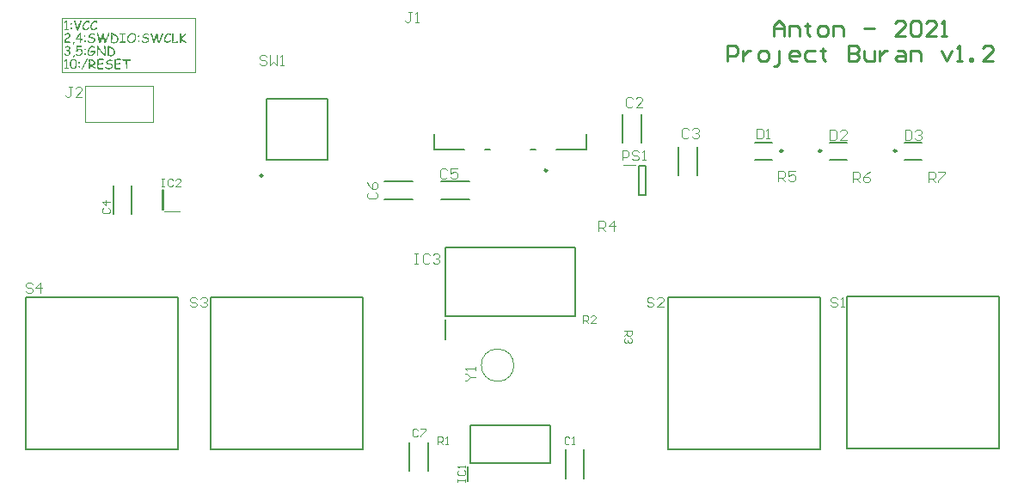
<source format=gto>
G04*
G04 #@! TF.GenerationSoftware,Altium Limited,Altium Designer,21.3.2 (30)*
G04*
G04 Layer_Color=65535*
%FSLAX25Y25*%
%MOIN*%
G70*
G04*
G04 #@! TF.SameCoordinates,75D106E2-5011-445C-8AED-ED28EDA0CE08*
G04*
G04*
G04 #@! TF.FilePolarity,Positive*
G04*
G01*
G75*
%ADD10C,0.00394*%
%ADD11C,0.00984*%
%ADD12C,0.00787*%
%ADD13C,0.01000*%
G36*
X36547Y188119D02*
X36577Y188114D01*
X36611Y188094D01*
X36645Y188069D01*
X36685Y188030D01*
X36714Y187971D01*
X36724Y187936D01*
X36734Y187897D01*
Y187887D01*
X36739Y187863D01*
X36749Y187818D01*
X36759Y187759D01*
X36764Y187686D01*
X36773Y187602D01*
X36778Y187508D01*
Y187400D01*
Y187395D01*
Y187385D01*
X36773Y187366D01*
Y187341D01*
X36754Y187282D01*
X36739Y187253D01*
X36719Y187223D01*
X36714Y187218D01*
X36709Y187208D01*
X36695Y187194D01*
X36670Y187179D01*
X36645Y187159D01*
X36616Y187144D01*
X36577Y187135D01*
X36532Y187130D01*
X36527D01*
X36508Y187135D01*
X36478Y187139D01*
X36444Y187154D01*
X36404Y187174D01*
X36365Y187208D01*
X36331Y187253D01*
X36296Y187312D01*
X36291Y187317D01*
X36286Y187336D01*
X36272Y187366D01*
X36252Y187395D01*
X36232Y187430D01*
X36208Y187464D01*
X36188Y187489D01*
X36163Y187508D01*
X36153Y187513D01*
X36139Y187518D01*
X36114Y187523D01*
X36080Y187528D01*
X36035Y187533D01*
X35976Y187538D01*
X35893D01*
X35873Y187533D01*
X35843Y187528D01*
X35809Y187523D01*
X35770Y187508D01*
X35725Y187494D01*
X35671Y187469D01*
X35617Y187440D01*
X35553Y187400D01*
X35489Y187356D01*
X35420Y187302D01*
X35346Y187238D01*
X35273Y187164D01*
X35194Y187080D01*
X35110Y186982D01*
X35105Y186972D01*
X35086Y186948D01*
X35056Y186908D01*
X35017Y186854D01*
X34973Y186790D01*
X34923Y186711D01*
X34869Y186628D01*
X34815Y186529D01*
X34756Y186426D01*
X34702Y186318D01*
X34653Y186200D01*
X34609Y186082D01*
X34569Y185954D01*
X34540Y185831D01*
X34520Y185703D01*
X34515Y185580D01*
Y185575D01*
Y185565D01*
Y185550D01*
X34520Y185526D01*
Y185501D01*
X34525Y185467D01*
X34540Y185393D01*
X34564Y185304D01*
X34599Y185211D01*
X34648Y185117D01*
X34717Y185029D01*
X34722Y185024D01*
X34727Y185019D01*
X34756Y184994D01*
X34800Y184955D01*
X34859Y184911D01*
X34933Y184866D01*
X35022Y184832D01*
X35120Y184802D01*
X35174Y184798D01*
X35228Y184793D01*
X35273D01*
X35322Y184798D01*
X35386Y184807D01*
X35465Y184822D01*
X35548Y184847D01*
X35642Y184876D01*
X35740Y184921D01*
X35745Y184925D01*
X35770Y184935D01*
X35799Y184955D01*
X35848Y184984D01*
X35912Y185024D01*
X35986Y185073D01*
X36075Y185137D01*
X36178Y185211D01*
X36183Y185216D01*
X36203Y185225D01*
X36227Y185245D01*
X36257Y185265D01*
X36296Y185285D01*
X36331Y185304D01*
X36365Y185314D01*
X36395Y185319D01*
X36414D01*
X36429Y185314D01*
X36454Y185309D01*
X36483Y185299D01*
X36513Y185285D01*
X36542Y185265D01*
X36572Y185235D01*
X36577Y185230D01*
X36581Y185221D01*
X36596Y185206D01*
X36611Y185186D01*
X36636Y185127D01*
X36641Y185093D01*
X36645Y185058D01*
Y185053D01*
Y185039D01*
X36641Y185019D01*
X36636Y184989D01*
X36621Y184960D01*
X36606Y184925D01*
X36581Y184896D01*
X36547Y184861D01*
X36542Y184856D01*
X36518Y184837D01*
X36483Y184807D01*
X36434Y184773D01*
X36375Y184729D01*
X36306Y184679D01*
X36227Y184625D01*
X36139Y184576D01*
X36040Y184522D01*
X35937Y184468D01*
X35829Y184419D01*
X35711Y184374D01*
X35592Y184340D01*
X35474Y184310D01*
X35346Y184291D01*
X35223Y184286D01*
X35199D01*
X35174Y184291D01*
X35140D01*
X35096Y184296D01*
X35041Y184306D01*
X34987Y184320D01*
X34923Y184335D01*
X34859Y184355D01*
X34786Y184384D01*
X34717Y184414D01*
X34643Y184453D01*
X34569Y184497D01*
X34495Y184552D01*
X34427Y184610D01*
X34358Y184679D01*
X34353Y184684D01*
X34343Y184699D01*
X34328Y184719D01*
X34304Y184748D01*
X34279Y184783D01*
X34249Y184827D01*
X34220Y184876D01*
X34190Y184935D01*
X34156Y184999D01*
X34126Y185068D01*
X34097Y185142D01*
X34072Y185221D01*
X34048Y185304D01*
X34033Y185393D01*
X34023Y185486D01*
X34018Y185580D01*
Y185585D01*
Y185590D01*
Y185619D01*
X34023Y185663D01*
X34028Y185727D01*
X34038Y185801D01*
X34058Y185895D01*
X34077Y185998D01*
X34107Y186111D01*
X34141Y186239D01*
X34190Y186372D01*
X34244Y186515D01*
X34313Y186662D01*
X34397Y186820D01*
X34490Y186977D01*
X34599Y187139D01*
X34722Y187307D01*
X34727Y187317D01*
X34746Y187336D01*
X34781Y187376D01*
X34825Y187420D01*
X34874Y187479D01*
X34938Y187538D01*
X35012Y187607D01*
X35091Y187676D01*
X35174Y187745D01*
X35268Y187813D01*
X35366Y187873D01*
X35469Y187932D01*
X35573Y187976D01*
X35686Y188015D01*
X35794Y188035D01*
X35907Y188045D01*
X35981D01*
X36050Y188040D01*
X36124Y188030D01*
X36139D01*
X36158Y188025D01*
X36183Y188020D01*
X36237Y188010D01*
X36296Y187996D01*
X36301Y188000D01*
X36311Y188015D01*
X36331Y188035D01*
X36355Y188059D01*
X36390Y188084D01*
X36429Y188104D01*
X36473Y188119D01*
X36522Y188123D01*
X36532D01*
X36547Y188119D01*
D02*
G37*
G36*
X33487D02*
X33516Y188114D01*
X33551Y188094D01*
X33585Y188069D01*
X33625Y188030D01*
X33654Y187971D01*
X33664Y187936D01*
X33674Y187897D01*
Y187887D01*
X33679Y187863D01*
X33689Y187818D01*
X33698Y187759D01*
X33703Y187686D01*
X33713Y187602D01*
X33718Y187508D01*
Y187400D01*
Y187395D01*
Y187385D01*
X33713Y187366D01*
Y187341D01*
X33693Y187282D01*
X33679Y187253D01*
X33659Y187223D01*
X33654Y187218D01*
X33649Y187208D01*
X33634Y187194D01*
X33610Y187179D01*
X33585Y187159D01*
X33556Y187144D01*
X33516Y187135D01*
X33472Y187130D01*
X33467D01*
X33447Y187135D01*
X33418Y187139D01*
X33383Y187154D01*
X33344Y187174D01*
X33305Y187208D01*
X33270Y187253D01*
X33236Y187312D01*
X33231Y187317D01*
X33226Y187336D01*
X33211Y187366D01*
X33192Y187395D01*
X33172Y187430D01*
X33147Y187464D01*
X33128Y187489D01*
X33103Y187508D01*
X33093Y187513D01*
X33078Y187518D01*
X33054Y187523D01*
X33019Y187528D01*
X32975Y187533D01*
X32916Y187538D01*
X32832D01*
X32813Y187533D01*
X32783Y187528D01*
X32749Y187523D01*
X32709Y187508D01*
X32665Y187494D01*
X32611Y187469D01*
X32557Y187440D01*
X32493Y187400D01*
X32429Y187356D01*
X32360Y187302D01*
X32286Y187238D01*
X32212Y187164D01*
X32134Y187080D01*
X32050Y186982D01*
X32045Y186972D01*
X32026Y186948D01*
X31996Y186908D01*
X31957Y186854D01*
X31912Y186790D01*
X31863Y186711D01*
X31809Y186628D01*
X31755Y186529D01*
X31696Y186426D01*
X31642Y186318D01*
X31593Y186200D01*
X31548Y186082D01*
X31509Y185954D01*
X31479Y185831D01*
X31460Y185703D01*
X31455Y185580D01*
Y185575D01*
Y185565D01*
Y185550D01*
X31460Y185526D01*
Y185501D01*
X31465Y185467D01*
X31479Y185393D01*
X31504Y185304D01*
X31538Y185211D01*
X31588Y185117D01*
X31657Y185029D01*
X31661Y185024D01*
X31666Y185019D01*
X31696Y184994D01*
X31740Y184955D01*
X31799Y184911D01*
X31873Y184866D01*
X31962Y184832D01*
X32060Y184802D01*
X32114Y184798D01*
X32168Y184793D01*
X32212D01*
X32262Y184798D01*
X32326Y184807D01*
X32404Y184822D01*
X32488Y184847D01*
X32581Y184876D01*
X32680Y184921D01*
X32685Y184925D01*
X32709Y184935D01*
X32739Y184955D01*
X32788Y184984D01*
X32852Y185024D01*
X32926Y185073D01*
X33014Y185137D01*
X33118Y185211D01*
X33123Y185216D01*
X33142Y185225D01*
X33167Y185245D01*
X33196Y185265D01*
X33236Y185285D01*
X33270Y185304D01*
X33305Y185314D01*
X33334Y185319D01*
X33354D01*
X33369Y185314D01*
X33393Y185309D01*
X33423Y185299D01*
X33452Y185285D01*
X33482Y185265D01*
X33511Y185235D01*
X33516Y185230D01*
X33521Y185221D01*
X33536Y185206D01*
X33551Y185186D01*
X33575Y185127D01*
X33580Y185093D01*
X33585Y185058D01*
Y185053D01*
Y185039D01*
X33580Y185019D01*
X33575Y184989D01*
X33561Y184960D01*
X33546Y184925D01*
X33521Y184896D01*
X33487Y184861D01*
X33482Y184856D01*
X33457Y184837D01*
X33423Y184807D01*
X33374Y184773D01*
X33315Y184729D01*
X33246Y184679D01*
X33167Y184625D01*
X33078Y184576D01*
X32980Y184522D01*
X32877Y184468D01*
X32768Y184419D01*
X32650Y184374D01*
X32532Y184340D01*
X32414Y184310D01*
X32286Y184291D01*
X32163Y184286D01*
X32139D01*
X32114Y184291D01*
X32080D01*
X32035Y184296D01*
X31981Y184306D01*
X31927Y184320D01*
X31863Y184335D01*
X31799Y184355D01*
X31725Y184384D01*
X31657Y184414D01*
X31583Y184453D01*
X31509Y184497D01*
X31435Y184552D01*
X31366Y184610D01*
X31297Y184679D01*
X31292Y184684D01*
X31283Y184699D01*
X31268Y184719D01*
X31243Y184748D01*
X31219Y184783D01*
X31189Y184827D01*
X31160Y184876D01*
X31130Y184935D01*
X31096Y184999D01*
X31066Y185068D01*
X31037Y185142D01*
X31012Y185221D01*
X30987Y185304D01*
X30973Y185393D01*
X30963Y185486D01*
X30958Y185580D01*
Y185585D01*
Y185590D01*
Y185619D01*
X30963Y185663D01*
X30968Y185727D01*
X30978Y185801D01*
X30997Y185895D01*
X31017Y185998D01*
X31046Y186111D01*
X31081Y186239D01*
X31130Y186372D01*
X31184Y186515D01*
X31253Y186662D01*
X31337Y186820D01*
X31430Y186977D01*
X31538Y187139D01*
X31661Y187307D01*
X31666Y187317D01*
X31686Y187336D01*
X31721Y187376D01*
X31765Y187420D01*
X31814Y187479D01*
X31878Y187538D01*
X31952Y187607D01*
X32030Y187676D01*
X32114Y187745D01*
X32208Y187813D01*
X32306Y187873D01*
X32409Y187932D01*
X32513Y187976D01*
X32626Y188015D01*
X32734Y188035D01*
X32847Y188045D01*
X32921D01*
X32990Y188040D01*
X33064Y188030D01*
X33078D01*
X33098Y188025D01*
X33123Y188020D01*
X33177Y188010D01*
X33236Y187996D01*
X33241Y188000D01*
X33251Y188015D01*
X33270Y188035D01*
X33295Y188059D01*
X33329Y188084D01*
X33369Y188104D01*
X33413Y188119D01*
X33462Y188123D01*
X33472D01*
X33487Y188119D01*
D02*
G37*
G36*
X26668Y187139D02*
X26712Y187120D01*
X26737Y187110D01*
X26761Y187090D01*
X26786Y187066D01*
X26810Y187041D01*
X26835Y187002D01*
X26855Y186962D01*
X26874Y186913D01*
X26889Y186854D01*
X26894Y186790D01*
X26899Y186711D01*
Y186706D01*
Y186692D01*
X26894Y186672D01*
X26889Y186647D01*
X26879Y186618D01*
X26869Y186588D01*
X26850Y186559D01*
X26825Y186529D01*
X26820Y186524D01*
X26810Y186520D01*
X26796Y186510D01*
X26776Y186495D01*
X26751Y186480D01*
X26722Y186470D01*
X26682Y186465D01*
X26643Y186460D01*
X26623D01*
X26604Y186465D01*
X26579Y186470D01*
X26515Y186490D01*
X26486Y186505D01*
X26456Y186529D01*
X26451Y186534D01*
X26446Y186544D01*
X26436Y186559D01*
X26422Y186579D01*
X26407Y186608D01*
X26397Y186638D01*
X26392Y186672D01*
X26387Y186711D01*
Y186716D01*
Y186736D01*
X26382Y186761D01*
X26377Y186800D01*
Y186805D01*
Y186810D01*
X26372Y186834D01*
X26368Y186869D01*
Y186898D01*
Y186903D01*
Y186918D01*
X26372Y186933D01*
X26377Y186957D01*
X26387Y186987D01*
X26397Y187016D01*
X26417Y187046D01*
X26441Y187071D01*
X26446Y187075D01*
X26456Y187080D01*
X26471Y187095D01*
X26491Y187110D01*
X26520Y187120D01*
X26550Y187135D01*
X26584Y187139D01*
X26623Y187144D01*
X26633D01*
X26668Y187139D01*
D02*
G37*
G36*
X30505Y188148D02*
X30530Y188143D01*
X30559Y188133D01*
X30589Y188119D01*
X30618Y188099D01*
X30648Y188074D01*
X30653Y188069D01*
X30663Y188059D01*
X30672Y188045D01*
X30687Y188025D01*
X30702Y187996D01*
X30717Y187966D01*
X30722Y187932D01*
X30727Y187892D01*
Y187887D01*
Y187877D01*
X30722Y187863D01*
Y187848D01*
X30702Y187799D01*
X30692Y187774D01*
X30672Y187745D01*
Y187740D01*
X30668Y187735D01*
X30648Y187705D01*
X30618Y187656D01*
X30584Y187597D01*
X30545Y187523D01*
X30500Y187444D01*
X30461Y187356D01*
X30422Y187262D01*
X30235Y186716D01*
X29566Y184916D01*
Y184911D01*
X29561Y184901D01*
X29556Y184886D01*
X29546Y184861D01*
X29536Y184832D01*
X29521Y184798D01*
X29492Y184719D01*
X29447Y184625D01*
X29403Y184522D01*
X29354Y184414D01*
X29295Y184301D01*
X29290Y184296D01*
X29280Y184276D01*
X29261Y184251D01*
X29236Y184227D01*
X29206Y184197D01*
X29167Y184173D01*
X29123Y184153D01*
X29069Y184148D01*
X29059D01*
X29039Y184153D01*
X29005Y184158D01*
X28965Y184173D01*
X28921Y184197D01*
X28877Y184227D01*
X28837Y184276D01*
X28803Y184340D01*
X28798Y184350D01*
X28788Y184374D01*
X28773Y184419D01*
X28749Y184478D01*
X28724Y184556D01*
X28690Y184655D01*
X28650Y184763D01*
X28606Y184896D01*
X28557Y185039D01*
X28508Y185201D01*
X28454Y185378D01*
X28394Y185575D01*
X28331Y185782D01*
X28267Y186008D01*
X28203Y186254D01*
X28134Y186510D01*
X27937Y187189D01*
Y187194D01*
X27932Y187213D01*
X27922Y187238D01*
X27917Y187272D01*
X27903Y187312D01*
X27893Y187361D01*
X27868Y187469D01*
X27839Y187582D01*
X27819Y187695D01*
X27809Y187745D01*
X27799Y187794D01*
X27794Y187833D01*
Y187868D01*
Y187873D01*
Y187887D01*
X27799Y187907D01*
X27804Y187932D01*
X27814Y187961D01*
X27829Y187991D01*
X27848Y188020D01*
X27873Y188050D01*
X27878Y188055D01*
X27888Y188059D01*
X27903Y188069D01*
X27922Y188084D01*
X27976Y188109D01*
X28006Y188114D01*
X28045Y188119D01*
X28055D01*
X28075Y188114D01*
X28109Y188109D01*
X28144Y188094D01*
X28188Y188069D01*
X28227Y188030D01*
X28262Y187981D01*
X28286Y187912D01*
X28380Y187479D01*
X28621Y186638D01*
Y186633D01*
X28626Y186628D01*
Y186613D01*
X28631Y186598D01*
X28646Y186549D01*
X28660Y186485D01*
X28685Y186401D01*
X28709Y186308D01*
X28734Y186205D01*
X28769Y186091D01*
X28803Y185968D01*
X28837Y185845D01*
X28916Y185575D01*
X29000Y185309D01*
X29039Y185176D01*
X29083Y185048D01*
X29098Y185088D01*
X29762Y186889D01*
X29974Y187494D01*
Y187499D01*
X29979Y187508D01*
X29989Y187528D01*
X29998Y187553D01*
X30013Y187587D01*
X30028Y187622D01*
X30067Y187700D01*
X30112Y187794D01*
X30161Y187882D01*
X30215Y187971D01*
X30274Y188050D01*
X30279Y188055D01*
X30289Y188064D01*
X30308Y188084D01*
X30328Y188104D01*
X30358Y188119D01*
X30392Y188138D01*
X30431Y188148D01*
X30471Y188153D01*
X30486D01*
X30505Y188148D01*
D02*
G37*
G36*
X25059Y188207D02*
X25088Y188202D01*
X25118Y188187D01*
X25147Y188168D01*
X25177Y188133D01*
X25196Y188084D01*
X25201Y188020D01*
Y188015D01*
Y188010D01*
Y187996D01*
Y187976D01*
X25196Y187951D01*
X25192Y187922D01*
X25187Y187887D01*
X25182Y187848D01*
Y187843D01*
Y187828D01*
X25177Y187809D01*
Y187784D01*
X25172Y187730D01*
X25167Y187705D01*
Y187681D01*
Y187676D01*
Y187666D01*
Y187646D01*
Y187617D01*
X25172Y187582D01*
Y187538D01*
Y187489D01*
X25177Y187430D01*
Y187425D01*
Y187400D01*
X25182Y187371D01*
Y187336D01*
X25187Y187258D01*
Y187218D01*
Y187184D01*
Y187179D01*
Y187169D01*
Y187154D01*
Y187130D01*
Y187100D01*
X25182Y187066D01*
Y187021D01*
Y186972D01*
X25177Y186913D01*
X25172Y186854D01*
X25167Y186780D01*
X25162Y186706D01*
X25157Y186623D01*
X25147Y186534D01*
X25137Y186441D01*
X25128Y186337D01*
Y186332D01*
Y186313D01*
X25123Y186283D01*
X25118Y186244D01*
X25113Y186200D01*
X25108Y186146D01*
X25103Y186086D01*
X25098Y186023D01*
X25088Y185885D01*
X25078Y185747D01*
X25074Y185614D01*
X25069Y185550D01*
Y185496D01*
Y185491D01*
Y185471D01*
Y185442D01*
X25074Y185398D01*
Y185348D01*
X25078Y185290D01*
X25083Y185221D01*
X25088Y185147D01*
Y185137D01*
X25093Y185112D01*
Y185073D01*
X25098Y185029D01*
X25103Y184975D01*
X25108Y184921D01*
X25113Y184861D01*
Y184812D01*
X25374Y184817D01*
X25393D01*
X25408Y184812D01*
X25433Y184807D01*
X25492Y184788D01*
X25521Y184773D01*
X25546Y184748D01*
X25551Y184743D01*
X25556Y184738D01*
X25565Y184719D01*
X25580Y184699D01*
X25605Y184645D01*
X25610Y184615D01*
X25615Y184576D01*
Y184571D01*
Y184561D01*
X25610Y184542D01*
X25605Y184517D01*
X25585Y184458D01*
X25570Y184433D01*
X25546Y184404D01*
X25541Y184399D01*
X25536Y184394D01*
X25516Y184384D01*
X25497Y184374D01*
X25472Y184360D01*
X25442Y184350D01*
X25408Y184345D01*
X25369Y184340D01*
X24877D01*
X24385Y184345D01*
X24326D01*
X24286Y184350D01*
X24208Y184355D01*
X24168Y184360D01*
X24139Y184364D01*
X24134D01*
X24119Y184374D01*
X24099Y184384D01*
X24080Y184404D01*
X24055Y184429D01*
X24035Y184463D01*
X24021Y184502D01*
X24016Y184552D01*
Y184556D01*
Y184561D01*
X24021Y184591D01*
X24035Y184630D01*
X24065Y184679D01*
X24085Y184699D01*
X24109Y184724D01*
X24144Y184743D01*
X24178Y184763D01*
X24222Y184778D01*
X24276Y184793D01*
X24336Y184798D01*
X24404Y184802D01*
X24527D01*
X24631Y184798D01*
Y184802D01*
Y184822D01*
Y184847D01*
X24626Y184886D01*
Y184935D01*
X24621Y184994D01*
X24616Y185063D01*
X24606Y185147D01*
Y185152D01*
Y185157D01*
X24601Y185186D01*
Y185225D01*
X24596Y185280D01*
X24591Y185334D01*
Y185393D01*
X24587Y185447D01*
Y185496D01*
Y185501D01*
Y185511D01*
Y185531D01*
Y185555D01*
Y185590D01*
X24591Y185629D01*
Y185678D01*
Y185732D01*
X24596Y185796D01*
X24601Y185870D01*
X24606Y185949D01*
X24611Y186032D01*
X24616Y186126D01*
X24621Y186229D01*
X24631Y186337D01*
X24641Y186456D01*
Y186460D01*
X24645Y186485D01*
Y186515D01*
X24650Y186559D01*
X24655Y186613D01*
X24660Y186672D01*
X24665Y186741D01*
X24670Y186815D01*
X24680Y186972D01*
X24685Y187130D01*
X24695Y187282D01*
Y187356D01*
Y187420D01*
X24690Y187415D01*
X24680Y187410D01*
X24665Y187395D01*
X24641Y187381D01*
X24587Y187341D01*
X24518Y187292D01*
X24444Y187243D01*
X24375Y187203D01*
X24311Y187174D01*
X24286Y187169D01*
X24267Y187164D01*
X24252D01*
X24232Y187169D01*
X24208Y187174D01*
X24183Y187184D01*
X24153Y187194D01*
X24124Y187213D01*
X24094Y187238D01*
X24090Y187243D01*
X24085Y187253D01*
X24075Y187267D01*
X24060Y187287D01*
X24035Y187341D01*
X24031Y187371D01*
X24026Y187405D01*
Y187410D01*
X24031Y187425D01*
X24035Y187449D01*
X24050Y187484D01*
X24080Y187528D01*
X24114Y187577D01*
X24168Y187631D01*
X24198Y187661D01*
X24237Y187690D01*
X24242Y187695D01*
X24262Y187710D01*
X24291Y187730D01*
X24336Y187764D01*
X24390Y187804D01*
X24454Y187858D01*
X24527Y187917D01*
X24616Y187991D01*
X24621Y187996D01*
X24626Y188000D01*
X24655Y188025D01*
X24695Y188059D01*
X24749Y188104D01*
X24813Y188143D01*
X24882Y188178D01*
X24960Y188202D01*
X24995Y188212D01*
X25039D01*
X25059Y188207D01*
D02*
G37*
G36*
X26687Y185417D02*
X26707Y185413D01*
X26751Y185393D01*
X26776Y185378D01*
X26805Y185358D01*
X26830Y185329D01*
X26855Y185294D01*
X26879Y185255D01*
X26899Y185206D01*
X26919Y185147D01*
X26933Y185078D01*
X26938Y184999D01*
X26943Y184906D01*
Y184901D01*
Y184886D01*
X26938Y184866D01*
X26933Y184842D01*
X26923Y184812D01*
X26914Y184778D01*
X26894Y184748D01*
X26869Y184719D01*
X26864Y184714D01*
X26855Y184709D01*
X26840Y184699D01*
X26820Y184684D01*
X26791Y184670D01*
X26761Y184660D01*
X26727Y184655D01*
X26687Y184650D01*
X26668D01*
X26648Y184655D01*
X26623Y184660D01*
X26564Y184679D01*
X26535Y184694D01*
X26505Y184719D01*
X26500Y184724D01*
X26495Y184733D01*
X26481Y184748D01*
X26471Y184768D01*
X26456Y184798D01*
X26441Y184827D01*
X26436Y184866D01*
X26432Y184906D01*
Y184916D01*
Y184940D01*
X26427Y184979D01*
X26417Y185039D01*
Y185044D01*
Y185053D01*
X26412Y185073D01*
Y185093D01*
X26407Y185137D01*
X26402Y185176D01*
Y185181D01*
Y185196D01*
X26407Y185211D01*
X26412Y185235D01*
X26422Y185265D01*
X26432Y185294D01*
X26451Y185324D01*
X26476Y185348D01*
X26481Y185353D01*
X26491Y185358D01*
X26505Y185373D01*
X26530Y185388D01*
X26555Y185398D01*
X26589Y185413D01*
X26623Y185417D01*
X26663Y185422D01*
X26673D01*
X26687Y185417D01*
D02*
G37*
G36*
X65117Y183203D02*
X65147Y183198D01*
X65181Y183179D01*
X65216Y183154D01*
X65255Y183115D01*
X65285Y183056D01*
X65295Y183021D01*
X65304Y182982D01*
Y182972D01*
X65309Y182948D01*
X65319Y182903D01*
X65329Y182844D01*
X65334Y182770D01*
X65344Y182687D01*
X65349Y182593D01*
Y182485D01*
Y182480D01*
Y182470D01*
X65344Y182451D01*
Y182426D01*
X65324Y182367D01*
X65309Y182337D01*
X65290Y182308D01*
X65285Y182303D01*
X65280Y182293D01*
X65265Y182278D01*
X65240Y182264D01*
X65216Y182244D01*
X65186Y182229D01*
X65147Y182219D01*
X65103Y182214D01*
X65098D01*
X65078Y182219D01*
X65049Y182224D01*
X65014Y182239D01*
X64975Y182259D01*
X64935Y182293D01*
X64901Y182337D01*
X64867Y182396D01*
X64862Y182401D01*
X64857Y182421D01*
X64842Y182451D01*
X64822Y182480D01*
X64802Y182515D01*
X64778Y182549D01*
X64758Y182574D01*
X64734Y182593D01*
X64724Y182598D01*
X64709Y182603D01*
X64684Y182608D01*
X64650Y182613D01*
X64606Y182618D01*
X64547Y182623D01*
X64463D01*
X64443Y182618D01*
X64414Y182613D01*
X64379Y182608D01*
X64340Y182593D01*
X64296Y182579D01*
X64242Y182554D01*
X64188Y182524D01*
X64124Y182485D01*
X64060Y182441D01*
X63991Y182387D01*
X63917Y182323D01*
X63843Y182249D01*
X63764Y182165D01*
X63681Y182067D01*
X63676Y182057D01*
X63656Y182032D01*
X63627Y181993D01*
X63587Y181939D01*
X63543Y181875D01*
X63494Y181796D01*
X63440Y181713D01*
X63386Y181614D01*
X63327Y181511D01*
X63272Y181403D01*
X63223Y181285D01*
X63179Y181167D01*
X63140Y181039D01*
X63110Y180916D01*
X63090Y180788D01*
X63086Y180665D01*
Y180660D01*
Y180650D01*
Y180635D01*
X63090Y180611D01*
Y180586D01*
X63095Y180552D01*
X63110Y180478D01*
X63135Y180389D01*
X63169Y180296D01*
X63218Y180202D01*
X63287Y180114D01*
X63292Y180109D01*
X63297Y180104D01*
X63327Y180079D01*
X63371Y180040D01*
X63430Y179996D01*
X63504Y179951D01*
X63592Y179917D01*
X63691Y179887D01*
X63745Y179882D01*
X63799Y179877D01*
X63843D01*
X63892Y179882D01*
X63956Y179892D01*
X64035Y179907D01*
X64119Y179932D01*
X64212Y179961D01*
X64311Y180005D01*
X64315Y180010D01*
X64340Y180020D01*
X64370Y180040D01*
X64419Y180069D01*
X64483Y180109D01*
X64557Y180158D01*
X64645Y180222D01*
X64748Y180296D01*
X64753Y180301D01*
X64773Y180310D01*
X64798Y180330D01*
X64827Y180350D01*
X64867Y180369D01*
X64901Y180389D01*
X64935Y180399D01*
X64965Y180404D01*
X64985D01*
X64999Y180399D01*
X65024Y180394D01*
X65053Y180384D01*
X65083Y180369D01*
X65113Y180350D01*
X65142Y180320D01*
X65147Y180315D01*
X65152Y180306D01*
X65167Y180291D01*
X65181Y180271D01*
X65206Y180212D01*
X65211Y180178D01*
X65216Y180143D01*
Y180138D01*
Y180123D01*
X65211Y180104D01*
X65206Y180074D01*
X65191Y180045D01*
X65176Y180010D01*
X65152Y179981D01*
X65117Y179946D01*
X65113Y179941D01*
X65088Y179922D01*
X65053Y179892D01*
X65004Y179858D01*
X64945Y179814D01*
X64876Y179764D01*
X64798Y179710D01*
X64709Y179661D01*
X64611Y179607D01*
X64507Y179553D01*
X64399Y179504D01*
X64281Y179459D01*
X64163Y179425D01*
X64045Y179395D01*
X63917Y179376D01*
X63794Y179371D01*
X63769D01*
X63745Y179376D01*
X63710D01*
X63666Y179381D01*
X63612Y179390D01*
X63558Y179405D01*
X63494Y179420D01*
X63430Y179440D01*
X63356Y179469D01*
X63287Y179499D01*
X63213Y179538D01*
X63140Y179582D01*
X63066Y179636D01*
X62997Y179695D01*
X62928Y179764D01*
X62923Y179769D01*
X62913Y179784D01*
X62898Y179804D01*
X62874Y179833D01*
X62849Y179868D01*
X62820Y179912D01*
X62790Y179961D01*
X62761Y180020D01*
X62726Y180084D01*
X62697Y180153D01*
X62667Y180227D01*
X62643Y180306D01*
X62618Y180389D01*
X62603Y180478D01*
X62594Y180571D01*
X62589Y180665D01*
Y180670D01*
Y180675D01*
Y180704D01*
X62594Y180748D01*
X62598Y180812D01*
X62608Y180886D01*
X62628Y180980D01*
X62648Y181083D01*
X62677Y181196D01*
X62712Y181324D01*
X62761Y181457D01*
X62815Y181599D01*
X62884Y181747D01*
X62967Y181904D01*
X63061Y182062D01*
X63169Y182224D01*
X63292Y182392D01*
X63297Y182401D01*
X63317Y182421D01*
X63351Y182460D01*
X63395Y182505D01*
X63445Y182564D01*
X63509Y182623D01*
X63582Y182692D01*
X63661Y182761D01*
X63745Y182829D01*
X63838Y182898D01*
X63937Y182957D01*
X64040Y183016D01*
X64143Y183061D01*
X64256Y183100D01*
X64365Y183120D01*
X64478Y183130D01*
X64552D01*
X64621Y183125D01*
X64694Y183115D01*
X64709D01*
X64729Y183110D01*
X64753Y183105D01*
X64807Y183095D01*
X64867Y183080D01*
X64871Y183085D01*
X64881Y183100D01*
X64901Y183120D01*
X64925Y183144D01*
X64960Y183169D01*
X64999Y183189D01*
X65044Y183203D01*
X65093Y183208D01*
X65103D01*
X65117Y183203D01*
D02*
G37*
G36*
X46515Y183134D02*
X46574D01*
X46638Y183130D01*
X46717Y183125D01*
X46800Y183120D01*
X46899Y183115D01*
X46997Y183105D01*
X47110Y183095D01*
X47223Y183080D01*
X47351Y183066D01*
X47479Y183051D01*
X47617Y183031D01*
X47627D01*
X47651Y183021D01*
X47686Y183007D01*
X47730Y182987D01*
X47769Y182952D01*
X47804Y182903D01*
X47829Y182844D01*
X47838Y182805D01*
Y182765D01*
Y182761D01*
Y182746D01*
X47833Y182726D01*
X47829Y182697D01*
X47819Y182667D01*
X47799Y182638D01*
X47779Y182608D01*
X47750Y182579D01*
X47745D01*
X47735Y182569D01*
X47720Y182559D01*
X47701Y182549D01*
X47646Y182529D01*
X47617Y182524D01*
X47583Y182519D01*
X47519D01*
X47469Y182524D01*
X47415Y182529D01*
X47346Y182534D01*
X47268Y182544D01*
X47179Y182554D01*
X46781Y182608D01*
Y182598D01*
Y182574D01*
X46776Y182539D01*
X46771Y182485D01*
X46766Y182421D01*
Y182342D01*
X46761Y182259D01*
X46756Y182165D01*
X46751Y182062D01*
X46746Y181954D01*
X46741Y181841D01*
X46736Y181718D01*
X46731Y181476D01*
X46727Y181226D01*
Y181216D01*
Y181196D01*
Y181157D01*
Y181107D01*
X46731Y181044D01*
Y180975D01*
Y180891D01*
X46736Y180798D01*
Y180793D01*
Y180788D01*
Y180773D01*
Y180753D01*
X46741Y180709D01*
Y180650D01*
Y180581D01*
X46746Y180507D01*
Y180438D01*
Y180369D01*
Y180365D01*
Y180360D01*
Y180330D01*
Y180286D01*
Y180227D01*
X46741Y180163D01*
X46736Y180094D01*
X46727Y179946D01*
X47509Y179956D01*
X47528D01*
X47543Y179951D01*
X47568Y179946D01*
X47597Y179937D01*
X47627Y179927D01*
X47656Y179907D01*
X47681Y179882D01*
X47686Y179877D01*
X47691Y179868D01*
X47706Y179853D01*
X47720Y179833D01*
X47730Y179804D01*
X47745Y179774D01*
X47750Y179740D01*
X47755Y179700D01*
Y179695D01*
Y179681D01*
X47750Y179661D01*
X47745Y179636D01*
X47735Y179607D01*
X47725Y179572D01*
X47706Y179543D01*
X47681Y179513D01*
X47676Y179508D01*
X47671Y179504D01*
X47651Y179494D01*
X47632Y179479D01*
X47578Y179454D01*
X47548Y179449D01*
X47509Y179445D01*
X47273D01*
X47184Y179440D01*
X46933D01*
X46864Y179435D01*
X46604D01*
X46549Y179430D01*
X46481Y179425D01*
X46397Y179415D01*
X46298Y179405D01*
X46180Y179390D01*
X46166D01*
X46151Y179385D01*
X46126D01*
X46067Y179376D01*
X45998Y179371D01*
X45920Y179361D01*
X45836Y179351D01*
X45757Y179346D01*
X45674D01*
X45654Y179351D01*
X45629Y179356D01*
X45600Y179366D01*
X45570Y179376D01*
X45546Y179395D01*
X45516Y179420D01*
X45511Y179425D01*
X45506Y179435D01*
X45496Y179449D01*
X45482Y179469D01*
X45467Y179494D01*
X45457Y179523D01*
X45452Y179558D01*
X45447Y179597D01*
Y179602D01*
Y179617D01*
X45452Y179631D01*
X45457Y179656D01*
X45477Y179715D01*
X45492Y179745D01*
X45516Y179774D01*
X45521Y179779D01*
X45531Y179784D01*
X45546Y179799D01*
X45565Y179814D01*
X45619Y179838D01*
X45649Y179843D01*
X45688Y179848D01*
X45718D01*
X45757Y179853D01*
X45816D01*
X45890Y179863D01*
X45984Y179873D01*
X46097Y179882D01*
X46156Y179892D01*
X46225Y179902D01*
Y179912D01*
X46230Y179937D01*
X46235Y179976D01*
X46239Y180035D01*
Y180099D01*
X46244Y180178D01*
X46249Y180266D01*
Y180360D01*
Y180369D01*
Y180389D01*
Y180429D01*
Y180478D01*
X46244Y180537D01*
Y180611D01*
X46239Y180689D01*
X46235Y180778D01*
Y180783D01*
Y180788D01*
Y180817D01*
X46230Y180866D01*
Y180921D01*
X46225Y180989D01*
Y181058D01*
X46220Y181127D01*
Y181191D01*
Y181196D01*
Y181216D01*
Y181250D01*
Y181294D01*
Y181353D01*
X46225Y181417D01*
Y181496D01*
X46230Y181585D01*
X46235Y181688D01*
Y181796D01*
X46244Y181914D01*
X46249Y182042D01*
X46259Y182175D01*
X46264Y182318D01*
X46279Y182470D01*
X46289Y182628D01*
X45964Y182613D01*
X45639Y182608D01*
X45624D01*
X45605Y182613D01*
X45580Y182618D01*
X45521Y182638D01*
X45492Y182652D01*
X45462Y182677D01*
X45457Y182682D01*
X45452Y182692D01*
X45442Y182706D01*
X45428Y182726D01*
X45413Y182756D01*
X45403Y182785D01*
X45398Y182825D01*
X45393Y182864D01*
Y182869D01*
Y182874D01*
X45398Y182898D01*
X45408Y182938D01*
X45423Y182982D01*
X45452Y183026D01*
X45492Y183066D01*
X45551Y183100D01*
X45585Y183110D01*
X45624Y183115D01*
X45649D01*
X45664Y183120D01*
X45688D01*
X45718Y183125D01*
X45752D01*
X45797Y183130D01*
X45895D01*
X45959Y183134D01*
X46028D01*
X46102Y183139D01*
X46466D01*
X46515Y183134D01*
D02*
G37*
G36*
X55794Y183066D02*
X55858Y183061D01*
X55942Y183051D01*
X56035Y183036D01*
X56134Y183016D01*
X56247Y182987D01*
X56252D01*
X56266Y182982D01*
X56286Y182977D01*
X56311Y182967D01*
X56375Y182943D01*
X56448Y182913D01*
X56522Y182874D01*
X56586Y182829D01*
X56611Y182800D01*
X56635Y182775D01*
X56645Y182746D01*
X56650Y182716D01*
Y182706D01*
X56645Y182682D01*
X56640Y182647D01*
X56621Y182608D01*
X56596Y182569D01*
X56557Y182534D01*
X56498Y182510D01*
X56463Y182505D01*
X56424Y182500D01*
X56404D01*
X56379Y182505D01*
X56345D01*
X56296Y182510D01*
X56237Y182519D01*
X56163Y182534D01*
X56075Y182549D01*
X56070D01*
X56065Y182554D01*
X56035Y182559D01*
X55991Y182569D01*
X55937Y182579D01*
X55873Y182588D01*
X55809Y182593D01*
X55745Y182603D01*
X55651D01*
X55627Y182598D01*
X55592Y182593D01*
X55553Y182588D01*
X55464Y182574D01*
X55361Y182554D01*
X55253Y182519D01*
X55145Y182470D01*
X55036Y182411D01*
X55031D01*
X55027Y182401D01*
X54992Y182377D01*
X54948Y182337D01*
X54899Y182283D01*
X54849Y182214D01*
X54805Y182136D01*
X54771Y182042D01*
X54766Y181993D01*
X54761Y181944D01*
Y181934D01*
X54766Y181909D01*
X54781Y181875D01*
X54805Y181831D01*
X54825Y181806D01*
X54849Y181781D01*
X54879Y181757D01*
X54913Y181732D01*
X54958Y181713D01*
X55007Y181688D01*
X55061Y181668D01*
X55125Y181654D01*
X55130D01*
X55154Y181649D01*
X55189Y181644D01*
X55243Y181634D01*
X55277Y181629D01*
X55317Y181624D01*
X55361Y181619D01*
X55405Y181614D01*
X55459Y181609D01*
X55519Y181604D01*
X55587Y181599D01*
X55656Y181595D01*
X55681D01*
X55710Y181590D01*
X55750Y181585D01*
X55799Y181575D01*
X55853Y181565D01*
X55912Y181550D01*
X55981Y181535D01*
X56124Y181486D01*
X56193Y181457D01*
X56266Y181422D01*
X56340Y181388D01*
X56414Y181344D01*
X56478Y181290D01*
X56542Y181235D01*
X56547Y181230D01*
X56557Y181221D01*
X56571Y181206D01*
X56586Y181186D01*
X56611Y181157D01*
X56635Y181122D01*
X56660Y181083D01*
X56690Y181039D01*
X56744Y180935D01*
X56793Y180817D01*
X56808Y180748D01*
X56822Y180679D01*
X56832Y180606D01*
X56837Y180532D01*
Y180527D01*
Y180507D01*
X56832Y180473D01*
X56827Y180433D01*
X56822Y180384D01*
X56808Y180325D01*
X56793Y180261D01*
X56768Y180192D01*
X56739Y180119D01*
X56704Y180045D01*
X56660Y179966D01*
X56606Y179887D01*
X56542Y179809D01*
X56468Y179735D01*
X56384Y179661D01*
X56286Y179592D01*
X56281Y179587D01*
X56266Y179577D01*
X56237Y179563D01*
X56202Y179543D01*
X56158Y179523D01*
X56104Y179494D01*
X56040Y179469D01*
X55971Y179440D01*
X55892Y179410D01*
X55809Y179385D01*
X55720Y179356D01*
X55622Y179336D01*
X55523Y179317D01*
X55415Y179302D01*
X55302Y179292D01*
X55189Y179287D01*
X55145D01*
X55110Y179292D01*
X55071D01*
X55027Y179297D01*
X54972Y179302D01*
X54913Y179307D01*
X54785Y179331D01*
X54648Y179361D01*
X54500Y179400D01*
X54357Y179459D01*
X54352Y179464D01*
X54338Y179469D01*
X54313Y179484D01*
X54284Y179499D01*
X54249Y179518D01*
X54210Y179548D01*
X54126Y179612D01*
X54043Y179695D01*
X54003Y179745D01*
X53964Y179794D01*
X53934Y179853D01*
X53910Y179912D01*
X53895Y179976D01*
X53890Y180045D01*
Y180050D01*
Y180064D01*
X53895Y180079D01*
Y180104D01*
X53905Y180133D01*
X53920Y180158D01*
X53934Y180187D01*
X53959Y180212D01*
X53964Y180217D01*
X53974Y180222D01*
X53988Y180232D01*
X54008Y180246D01*
X54067Y180271D01*
X54097Y180276D01*
X54136Y180281D01*
X54156D01*
X54180Y180276D01*
X54210Y180261D01*
X54244Y180246D01*
X54279Y180222D01*
X54318Y180187D01*
X54352Y180138D01*
X54357Y180128D01*
X54372Y180109D01*
X54397Y180074D01*
X54426Y180035D01*
X54500Y179951D01*
X54535Y179917D01*
X54574Y179887D01*
X54579D01*
X54584Y179882D01*
X54613Y179868D01*
X54662Y179843D01*
X54731Y179818D01*
X54815Y179794D01*
X54923Y179769D01*
X55046Y179754D01*
X55189Y179750D01*
X55228D01*
X55253Y179754D01*
X55287D01*
X55327Y179759D01*
X55371Y179764D01*
X55425Y179769D01*
X55533Y179789D01*
X55656Y179818D01*
X55779Y179858D01*
X55907Y179912D01*
X55912Y179917D01*
X55927Y179922D01*
X55947Y179937D01*
X55971Y179951D01*
X56006Y179976D01*
X56040Y180000D01*
X56119Y180069D01*
X56198Y180153D01*
X56232Y180202D01*
X56266Y180256D01*
X56291Y180310D01*
X56311Y180374D01*
X56325Y180438D01*
X56330Y180507D01*
Y180512D01*
Y180522D01*
Y180537D01*
X56325Y180556D01*
X56311Y180615D01*
X56286Y180684D01*
X56266Y180724D01*
X56242Y180763D01*
X56212Y180802D01*
X56178Y180847D01*
X56138Y180886D01*
X56089Y180925D01*
X56035Y180965D01*
X55971Y180999D01*
X55966D01*
X55956Y181004D01*
X55942Y181014D01*
X55917Y181024D01*
X55888Y181039D01*
X55853Y181048D01*
X55814Y181063D01*
X55765Y181078D01*
X55715Y181098D01*
X55661Y181112D01*
X55533Y181137D01*
X55391Y181162D01*
X55233Y181171D01*
X55213D01*
X55194Y181176D01*
X55169D01*
X55135Y181181D01*
X55095Y181186D01*
X55002Y181196D01*
X54899Y181221D01*
X54785Y181250D01*
X54672Y181290D01*
X54564Y181339D01*
X54559Y181344D01*
X54549Y181349D01*
X54530Y181358D01*
X54510Y181378D01*
X54456Y181422D01*
X54392Y181486D01*
X54323Y181570D01*
X54269Y181668D01*
X54249Y181722D01*
X54229Y181781D01*
X54220Y181845D01*
X54215Y181914D01*
Y181919D01*
Y181934D01*
X54220Y181959D01*
X54224Y181988D01*
X54229Y182027D01*
X54239Y182072D01*
X54254Y182126D01*
X54279Y182180D01*
X54303Y182244D01*
X54338Y182308D01*
X54377Y182372D01*
X54426Y182441D01*
X54480Y182510D01*
X54549Y182583D01*
X54623Y182652D01*
X54712Y182721D01*
X54716Y182726D01*
X54731Y182736D01*
X54761Y182756D01*
X54795Y182775D01*
X54839Y182800D01*
X54889Y182829D01*
X54953Y182864D01*
X55017Y182898D01*
X55090Y182928D01*
X55164Y182962D01*
X55332Y183016D01*
X55420Y183036D01*
X55514Y183056D01*
X55607Y183066D01*
X55700Y183071D01*
X55745D01*
X55794Y183066D01*
D02*
G37*
G36*
X34968D02*
X35032Y183061D01*
X35115Y183051D01*
X35209Y183036D01*
X35307Y183016D01*
X35420Y182987D01*
X35425D01*
X35440Y182982D01*
X35460Y182977D01*
X35484Y182967D01*
X35548Y182943D01*
X35622Y182913D01*
X35696Y182874D01*
X35760Y182829D01*
X35784Y182800D01*
X35809Y182775D01*
X35819Y182746D01*
X35824Y182716D01*
Y182706D01*
X35819Y182682D01*
X35814Y182647D01*
X35794Y182608D01*
X35770Y182569D01*
X35730Y182534D01*
X35671Y182510D01*
X35637Y182505D01*
X35597Y182500D01*
X35578D01*
X35553Y182505D01*
X35519D01*
X35469Y182510D01*
X35410Y182519D01*
X35337Y182534D01*
X35248Y182549D01*
X35243D01*
X35238Y182554D01*
X35209Y182559D01*
X35164Y182569D01*
X35110Y182579D01*
X35046Y182588D01*
X34982Y182593D01*
X34918Y182603D01*
X34825D01*
X34800Y182598D01*
X34766Y182593D01*
X34727Y182588D01*
X34638Y182574D01*
X34535Y182554D01*
X34427Y182519D01*
X34318Y182470D01*
X34210Y182411D01*
X34205D01*
X34200Y182401D01*
X34166Y182377D01*
X34121Y182337D01*
X34072Y182283D01*
X34023Y182214D01*
X33979Y182136D01*
X33944Y182042D01*
X33939Y181993D01*
X33935Y181944D01*
Y181934D01*
X33939Y181909D01*
X33954Y181875D01*
X33979Y181831D01*
X33998Y181806D01*
X34023Y181781D01*
X34053Y181757D01*
X34087Y181732D01*
X34131Y181713D01*
X34181Y181688D01*
X34235Y181668D01*
X34299Y181654D01*
X34304D01*
X34328Y181649D01*
X34363Y181644D01*
X34417Y181634D01*
X34451Y181629D01*
X34490Y181624D01*
X34535Y181619D01*
X34579Y181614D01*
X34633Y181609D01*
X34692Y181604D01*
X34761Y181599D01*
X34830Y181595D01*
X34855D01*
X34884Y181590D01*
X34923Y181585D01*
X34973Y181575D01*
X35027Y181565D01*
X35086Y181550D01*
X35155Y181535D01*
X35297Y181486D01*
X35366Y181457D01*
X35440Y181422D01*
X35514Y181388D01*
X35588Y181344D01*
X35651Y181290D01*
X35715Y181235D01*
X35720Y181230D01*
X35730Y181221D01*
X35745Y181206D01*
X35760Y181186D01*
X35784Y181157D01*
X35809Y181122D01*
X35834Y181083D01*
X35863Y181039D01*
X35917Y180935D01*
X35966Y180817D01*
X35981Y180748D01*
X35996Y180679D01*
X36006Y180606D01*
X36011Y180532D01*
Y180527D01*
Y180507D01*
X36006Y180473D01*
X36001Y180433D01*
X35996Y180384D01*
X35981Y180325D01*
X35966Y180261D01*
X35942Y180192D01*
X35912Y180119D01*
X35878Y180045D01*
X35834Y179966D01*
X35780Y179887D01*
X35715Y179809D01*
X35642Y179735D01*
X35558Y179661D01*
X35460Y179592D01*
X35455Y179587D01*
X35440Y179577D01*
X35410Y179563D01*
X35376Y179543D01*
X35332Y179523D01*
X35278Y179494D01*
X35214Y179469D01*
X35145Y179440D01*
X35066Y179410D01*
X34982Y179385D01*
X34894Y179356D01*
X34795Y179336D01*
X34697Y179317D01*
X34589Y179302D01*
X34476Y179292D01*
X34363Y179287D01*
X34318D01*
X34284Y179292D01*
X34244D01*
X34200Y179297D01*
X34146Y179302D01*
X34087Y179307D01*
X33959Y179331D01*
X33821Y179361D01*
X33674Y179400D01*
X33531Y179459D01*
X33526Y179464D01*
X33511Y179469D01*
X33487Y179484D01*
X33457Y179499D01*
X33423Y179518D01*
X33383Y179548D01*
X33300Y179612D01*
X33216Y179695D01*
X33177Y179745D01*
X33137Y179794D01*
X33108Y179853D01*
X33083Y179912D01*
X33068Y179976D01*
X33064Y180045D01*
Y180050D01*
Y180064D01*
X33068Y180079D01*
Y180104D01*
X33078Y180133D01*
X33093Y180158D01*
X33108Y180187D01*
X33132Y180212D01*
X33137Y180217D01*
X33147Y180222D01*
X33162Y180232D01*
X33182Y180246D01*
X33241Y180271D01*
X33270Y180276D01*
X33310Y180281D01*
X33329D01*
X33354Y180276D01*
X33383Y180261D01*
X33418Y180246D01*
X33452Y180222D01*
X33492Y180187D01*
X33526Y180138D01*
X33531Y180128D01*
X33546Y180109D01*
X33570Y180074D01*
X33600Y180035D01*
X33674Y179951D01*
X33708Y179917D01*
X33748Y179887D01*
X33752D01*
X33757Y179882D01*
X33787Y179868D01*
X33836Y179843D01*
X33905Y179818D01*
X33989Y179794D01*
X34097Y179769D01*
X34220Y179754D01*
X34363Y179750D01*
X34402D01*
X34427Y179754D01*
X34461D01*
X34500Y179759D01*
X34545Y179764D01*
X34599Y179769D01*
X34707Y179789D01*
X34830Y179818D01*
X34953Y179858D01*
X35081Y179912D01*
X35086Y179917D01*
X35100Y179922D01*
X35120Y179937D01*
X35145Y179951D01*
X35179Y179976D01*
X35214Y180000D01*
X35292Y180069D01*
X35371Y180153D01*
X35405Y180202D01*
X35440Y180256D01*
X35465Y180310D01*
X35484Y180374D01*
X35499Y180438D01*
X35504Y180507D01*
Y180512D01*
Y180522D01*
Y180537D01*
X35499Y180556D01*
X35484Y180615D01*
X35460Y180684D01*
X35440Y180724D01*
X35415Y180763D01*
X35386Y180802D01*
X35351Y180847D01*
X35312Y180886D01*
X35263Y180925D01*
X35209Y180965D01*
X35145Y180999D01*
X35140D01*
X35130Y181004D01*
X35115Y181014D01*
X35091Y181024D01*
X35061Y181039D01*
X35027Y181048D01*
X34987Y181063D01*
X34938Y181078D01*
X34889Y181098D01*
X34835Y181112D01*
X34707Y181137D01*
X34564Y181162D01*
X34407Y181171D01*
X34387D01*
X34367Y181176D01*
X34343D01*
X34308Y181181D01*
X34269Y181186D01*
X34176Y181196D01*
X34072Y181221D01*
X33959Y181250D01*
X33846Y181290D01*
X33738Y181339D01*
X33733Y181344D01*
X33723Y181349D01*
X33703Y181358D01*
X33684Y181378D01*
X33629Y181422D01*
X33566Y181486D01*
X33497Y181570D01*
X33443Y181668D01*
X33423Y181722D01*
X33403Y181781D01*
X33393Y181845D01*
X33388Y181914D01*
Y181919D01*
Y181934D01*
X33393Y181959D01*
X33398Y181988D01*
X33403Y182027D01*
X33413Y182072D01*
X33428Y182126D01*
X33452Y182180D01*
X33477Y182244D01*
X33511Y182308D01*
X33551Y182372D01*
X33600Y182441D01*
X33654Y182510D01*
X33723Y182583D01*
X33797Y182652D01*
X33885Y182721D01*
X33890Y182726D01*
X33905Y182736D01*
X33935Y182756D01*
X33969Y182775D01*
X34013Y182800D01*
X34062Y182829D01*
X34126Y182864D01*
X34190Y182898D01*
X34264Y182928D01*
X34338Y182962D01*
X34505Y183016D01*
X34594Y183036D01*
X34687Y183056D01*
X34781Y183066D01*
X34874Y183071D01*
X34918D01*
X34968Y183066D01*
D02*
G37*
G36*
X52793Y182224D02*
X52837Y182205D01*
X52862Y182195D01*
X52886Y182175D01*
X52911Y182150D01*
X52935Y182126D01*
X52960Y182087D01*
X52980Y182047D01*
X53000Y181998D01*
X53014Y181939D01*
X53019Y181875D01*
X53024Y181796D01*
Y181791D01*
Y181777D01*
X53019Y181757D01*
X53014Y181732D01*
X53004Y181703D01*
X52995Y181673D01*
X52975Y181644D01*
X52950Y181614D01*
X52945Y181609D01*
X52935Y181604D01*
X52921Y181595D01*
X52901Y181580D01*
X52877Y181565D01*
X52847Y181555D01*
X52808Y181550D01*
X52768Y181545D01*
X52749D01*
X52729Y181550D01*
X52704Y181555D01*
X52640Y181575D01*
X52611Y181590D01*
X52581Y181614D01*
X52576Y181619D01*
X52571Y181629D01*
X52562Y181644D01*
X52547Y181663D01*
X52532Y181693D01*
X52522Y181722D01*
X52517Y181757D01*
X52512Y181796D01*
Y181801D01*
Y181821D01*
X52508Y181845D01*
X52503Y181885D01*
Y181890D01*
Y181895D01*
X52498Y181919D01*
X52493Y181954D01*
Y181983D01*
Y181988D01*
Y182003D01*
X52498Y182018D01*
X52503Y182042D01*
X52512Y182072D01*
X52522Y182101D01*
X52542Y182131D01*
X52566Y182155D01*
X52571Y182160D01*
X52581Y182165D01*
X52596Y182180D01*
X52616Y182195D01*
X52645Y182205D01*
X52675Y182219D01*
X52709Y182224D01*
X52749Y182229D01*
X52758D01*
X52793Y182224D01*
D02*
G37*
G36*
X31967D02*
X32011Y182205D01*
X32035Y182195D01*
X32060Y182175D01*
X32085Y182150D01*
X32109Y182126D01*
X32134Y182087D01*
X32153Y182047D01*
X32173Y181998D01*
X32188Y181939D01*
X32193Y181875D01*
X32198Y181796D01*
Y181791D01*
Y181777D01*
X32193Y181757D01*
X32188Y181732D01*
X32178Y181703D01*
X32168Y181673D01*
X32149Y181644D01*
X32124Y181614D01*
X32119Y181609D01*
X32109Y181604D01*
X32094Y181595D01*
X32075Y181580D01*
X32050Y181565D01*
X32021Y181555D01*
X31981Y181550D01*
X31942Y181545D01*
X31922D01*
X31903Y181550D01*
X31878Y181555D01*
X31814Y181575D01*
X31784Y181590D01*
X31755Y181614D01*
X31750Y181619D01*
X31745Y181629D01*
X31735Y181644D01*
X31721Y181663D01*
X31706Y181693D01*
X31696Y181722D01*
X31691Y181757D01*
X31686Y181796D01*
Y181801D01*
Y181821D01*
X31681Y181845D01*
X31676Y181885D01*
Y181890D01*
Y181895D01*
X31671Y181919D01*
X31666Y181954D01*
Y181983D01*
Y181988D01*
Y182003D01*
X31671Y182018D01*
X31676Y182042D01*
X31686Y182072D01*
X31696Y182101D01*
X31716Y182131D01*
X31740Y182155D01*
X31745Y182160D01*
X31755Y182165D01*
X31770Y182180D01*
X31789Y182195D01*
X31819Y182205D01*
X31848Y182219D01*
X31883Y182224D01*
X31922Y182229D01*
X31932D01*
X31967Y182224D01*
D02*
G37*
G36*
X30274Y183297D02*
X30318Y183287D01*
X30372Y183272D01*
X30422Y183243D01*
X30466Y183198D01*
X30486Y183169D01*
X30500Y183139D01*
X30505Y183100D01*
X30510Y183056D01*
Y180994D01*
X30653D01*
X30682Y180989D01*
X30717D01*
X30751Y180980D01*
X30840Y180965D01*
X30923Y180935D01*
X30958Y180916D01*
X30997Y180891D01*
X31022Y180861D01*
X31046Y180832D01*
X31061Y180793D01*
X31066Y180748D01*
Y180738D01*
X31061Y180719D01*
X31056Y180689D01*
X31041Y180655D01*
X31022Y180615D01*
X30987Y180576D01*
X30938Y180547D01*
X30874Y180522D01*
X30869D01*
X30855Y180517D01*
X30835D01*
X30795Y180512D01*
X30746Y180507D01*
X30609D01*
X30510Y180512D01*
Y179592D01*
Y179582D01*
X30505Y179558D01*
X30500Y179518D01*
X30481Y179479D01*
X30456Y179440D01*
X30417Y179400D01*
X30358Y179376D01*
X30323Y179371D01*
X30284Y179366D01*
X30274D01*
X30244Y179371D01*
X30200Y179385D01*
X30151Y179410D01*
X30126Y179430D01*
X30102Y179454D01*
X30082Y179484D01*
X30057Y179518D01*
X30043Y179558D01*
X30028Y179607D01*
X30023Y179661D01*
X30018Y179725D01*
Y179735D01*
Y179759D01*
Y179794D01*
X30023Y179848D01*
Y179853D01*
Y179863D01*
X30028Y179892D01*
Y179932D01*
Y179946D01*
Y179961D01*
Y180527D01*
X28931Y180552D01*
X28818D01*
X28744Y180556D01*
X28665D01*
X28586Y180561D01*
X28517Y180566D01*
X28458Y180576D01*
X28449D01*
X28424Y180586D01*
X28390Y180596D01*
X28350Y180611D01*
X28306Y180635D01*
X28272Y180665D01*
X28247Y180699D01*
X28242Y180724D01*
X28237Y180748D01*
Y180753D01*
Y180768D01*
X28242Y180793D01*
X28252Y180827D01*
X28272Y180866D01*
X28291Y180916D01*
X28326Y180970D01*
X28370Y181034D01*
X28586Y181285D01*
X29807Y183071D01*
Y183075D01*
X29816Y183080D01*
X29836Y183105D01*
X29875Y183144D01*
X29925Y183189D01*
X29984Y183228D01*
X30057Y183267D01*
X30136Y183292D01*
X30180Y183302D01*
X30254D01*
X30274Y183297D01*
D02*
G37*
G36*
X52812Y180502D02*
X52832Y180497D01*
X52877Y180478D01*
X52901Y180463D01*
X52931Y180443D01*
X52955Y180414D01*
X52980Y180379D01*
X53004Y180340D01*
X53024Y180291D01*
X53044Y180232D01*
X53058Y180163D01*
X53063Y180084D01*
X53068Y179991D01*
Y179986D01*
Y179971D01*
X53063Y179951D01*
X53058Y179927D01*
X53049Y179897D01*
X53039Y179863D01*
X53019Y179833D01*
X52995Y179804D01*
X52990Y179799D01*
X52980Y179794D01*
X52965Y179784D01*
X52945Y179769D01*
X52916Y179754D01*
X52886Y179745D01*
X52852Y179740D01*
X52812Y179735D01*
X52793D01*
X52773Y179740D01*
X52749Y179745D01*
X52689Y179764D01*
X52660Y179779D01*
X52631Y179804D01*
X52626Y179809D01*
X52621Y179818D01*
X52606Y179833D01*
X52596Y179853D01*
X52581Y179882D01*
X52566Y179912D01*
X52562Y179951D01*
X52557Y179991D01*
Y180000D01*
Y180025D01*
X52552Y180064D01*
X52542Y180123D01*
Y180128D01*
Y180138D01*
X52537Y180158D01*
Y180178D01*
X52532Y180222D01*
X52527Y180261D01*
Y180266D01*
Y180281D01*
X52532Y180296D01*
X52537Y180320D01*
X52547Y180350D01*
X52557Y180379D01*
X52576Y180409D01*
X52601Y180433D01*
X52606Y180438D01*
X52616Y180443D01*
X52631Y180458D01*
X52655Y180473D01*
X52680Y180483D01*
X52714Y180497D01*
X52749Y180502D01*
X52788Y180507D01*
X52798D01*
X52812Y180502D01*
D02*
G37*
G36*
X31986D02*
X32006Y180497D01*
X32050Y180478D01*
X32075Y180463D01*
X32104Y180443D01*
X32129Y180414D01*
X32153Y180379D01*
X32178Y180340D01*
X32198Y180291D01*
X32217Y180232D01*
X32232Y180163D01*
X32237Y180084D01*
X32242Y179991D01*
Y179986D01*
Y179971D01*
X32237Y179951D01*
X32232Y179927D01*
X32222Y179897D01*
X32212Y179863D01*
X32193Y179833D01*
X32168Y179804D01*
X32163Y179799D01*
X32153Y179794D01*
X32139Y179784D01*
X32119Y179769D01*
X32089Y179754D01*
X32060Y179745D01*
X32026Y179740D01*
X31986Y179735D01*
X31967D01*
X31947Y179740D01*
X31922Y179745D01*
X31863Y179764D01*
X31834Y179779D01*
X31804Y179804D01*
X31799Y179809D01*
X31794Y179818D01*
X31780Y179833D01*
X31770Y179853D01*
X31755Y179882D01*
X31740Y179912D01*
X31735Y179951D01*
X31730Y179991D01*
Y180000D01*
Y180025D01*
X31725Y180064D01*
X31716Y180123D01*
Y180128D01*
Y180138D01*
X31711Y180158D01*
Y180178D01*
X31706Y180222D01*
X31701Y180261D01*
Y180266D01*
Y180281D01*
X31706Y180296D01*
X31711Y180320D01*
X31721Y180350D01*
X31730Y180379D01*
X31750Y180409D01*
X31775Y180433D01*
X31780Y180438D01*
X31789Y180443D01*
X31804Y180458D01*
X31829Y180473D01*
X31853Y180483D01*
X31888Y180497D01*
X31922Y180502D01*
X31962Y180507D01*
X31971D01*
X31986Y180502D01*
D02*
G37*
G36*
X25300Y183238D02*
X25334D01*
X25374Y183233D01*
X25423Y183223D01*
X25472Y183213D01*
X25585Y183189D01*
X25703Y183149D01*
X25826Y183095D01*
X25890Y183061D01*
X25949Y183021D01*
X25954Y183016D01*
X25964Y183011D01*
X25984Y182997D01*
X26003Y182977D01*
X26033Y182952D01*
X26063Y182923D01*
X26126Y182849D01*
X26190Y182761D01*
X26249Y182652D01*
X26269Y182593D01*
X26289Y182529D01*
X26299Y182460D01*
X26304Y182392D01*
Y182387D01*
Y182382D01*
Y182367D01*
Y182347D01*
X26299Y182298D01*
X26294Y182239D01*
X26284Y182165D01*
X26274Y182087D01*
X26254Y182003D01*
X26230Y181919D01*
X26225Y181909D01*
X26215Y181885D01*
X26200Y181845D01*
X26176Y181791D01*
X26141Y181732D01*
X26107Y181668D01*
X26063Y181599D01*
X26008Y181531D01*
X25998Y181521D01*
X25974Y181491D01*
X25954Y181472D01*
X25930Y181447D01*
X25895Y181417D01*
X25861Y181388D01*
X25821Y181349D01*
X25777Y181314D01*
X25723Y181270D01*
X25664Y181226D01*
X25605Y181181D01*
X25536Y181132D01*
X25457Y181083D01*
X25379Y181034D01*
X25374Y181029D01*
X25359Y181019D01*
X25334Y181004D01*
X25305Y180984D01*
X25265Y180960D01*
X25221Y180930D01*
X25128Y180866D01*
X25024Y180793D01*
X24926Y180719D01*
X24877Y180684D01*
X24837Y180650D01*
X24798Y180615D01*
X24769Y180586D01*
X24764Y180581D01*
X24759Y180571D01*
X24744Y180556D01*
X24724Y180537D01*
X24705Y180507D01*
X24680Y180473D01*
X24655Y180438D01*
X24631Y180394D01*
X24581Y180291D01*
X24537Y180178D01*
X24518Y180109D01*
X24508Y180045D01*
X24498Y179971D01*
Y179897D01*
X25005Y179941D01*
X25029D01*
X25054Y179946D01*
X25088D01*
X25133Y179951D01*
X25182D01*
X25236Y179956D01*
X25295Y179961D01*
X25418Y179966D01*
X25546Y179971D01*
X25659Y179976D01*
X25792D01*
X25826Y179971D01*
X25875Y179966D01*
X25930Y179961D01*
X25989Y179946D01*
X26053Y179932D01*
X26117Y179907D01*
X26122D01*
X26126Y179902D01*
X26151Y179892D01*
X26190Y179873D01*
X26230Y179848D01*
X26269Y179814D01*
X26309Y179774D01*
X26333Y179725D01*
X26343Y179700D01*
Y179671D01*
Y179666D01*
Y179656D01*
X26338Y179636D01*
X26333Y179612D01*
X26313Y179558D01*
X26299Y179528D01*
X26274Y179499D01*
X26269Y179494D01*
X26264Y179489D01*
X26249Y179474D01*
X26230Y179464D01*
X26176Y179435D01*
X26141Y179430D01*
X26107Y179425D01*
X26082D01*
X26063Y179430D01*
X26038Y179435D01*
X26008Y179440D01*
X25974Y179449D01*
X25935Y179464D01*
X25930D01*
X25915Y179469D01*
X25895Y179479D01*
X25871Y179484D01*
X25817Y179499D01*
X25787Y179504D01*
X25669D01*
X25615Y179499D01*
X25546Y179494D01*
X25467Y179489D01*
X25379Y179484D01*
X25339D01*
X25295Y179479D01*
X25236D01*
X25177Y179474D01*
X25113D01*
X25054Y179469D01*
X24960D01*
X24926Y179464D01*
X24887D01*
X24837Y179459D01*
X24778Y179454D01*
X24710Y179445D01*
X24700D01*
X24680Y179440D01*
X24645Y179435D01*
X24606D01*
X24513Y179425D01*
X24464Y179420D01*
X24404D01*
X24380Y179425D01*
X24345Y179430D01*
X24336D01*
X24316Y179435D01*
X24291Y179440D01*
X24262D01*
X24237Y179445D01*
X24208Y179449D01*
X24173Y179459D01*
X24139Y179479D01*
X24099Y179508D01*
X24070Y179548D01*
X24045Y179602D01*
Y179607D01*
X24040Y179622D01*
X24035Y179641D01*
X24031Y179671D01*
X24026Y179715D01*
X24021Y179764D01*
X24016Y179828D01*
Y179902D01*
Y179907D01*
Y179927D01*
Y179956D01*
X24021Y180000D01*
X24026Y180050D01*
X24031Y180104D01*
X24040Y180168D01*
X24055Y180237D01*
X24094Y180384D01*
X24119Y180463D01*
X24149Y180542D01*
X24183Y180615D01*
X24227Y180694D01*
X24276Y180763D01*
X24331Y180832D01*
X24340Y180842D01*
X24350Y180852D01*
X24365Y180866D01*
X24385Y180881D01*
X24409Y180906D01*
X24444Y180935D01*
X24483Y180970D01*
X24527Y181004D01*
X24581Y181048D01*
X24645Y181098D01*
X24719Y181152D01*
X24803Y181211D01*
X24892Y181280D01*
X24995Y181349D01*
X25108Y181427D01*
X25113Y181432D01*
X25123Y181437D01*
X25142Y181452D01*
X25167Y181467D01*
X25226Y181511D01*
X25300Y181570D01*
X25379Y181629D01*
X25457Y181693D01*
X25526Y181757D01*
X25556Y181786D01*
X25580Y181811D01*
X25585Y181816D01*
X25590Y181821D01*
X25600Y181836D01*
X25615Y181855D01*
X25649Y181904D01*
X25688Y181968D01*
X25728Y182052D01*
X25762Y182146D01*
X25787Y182254D01*
X25797Y182308D01*
Y182367D01*
Y182372D01*
X25792Y182396D01*
X25787Y182426D01*
X25772Y182465D01*
X25748Y182510D01*
X25708Y182554D01*
X25659Y182603D01*
X25590Y182652D01*
X25580Y182657D01*
X25561Y182672D01*
X25521Y182687D01*
X25477Y182711D01*
X25423Y182731D01*
X25364Y182746D01*
X25300Y182761D01*
X25236Y182765D01*
X25196D01*
X25152Y182761D01*
X25093Y182751D01*
X25029Y182731D01*
X24956Y182711D01*
X24877Y182677D01*
X24798Y182633D01*
X24444Y182357D01*
X24439Y182352D01*
X24429Y182342D01*
X24409Y182333D01*
X24385Y182318D01*
X24326Y182288D01*
X24301Y182278D01*
X24272Y182273D01*
X24262D01*
X24232Y182278D01*
X24193Y182283D01*
X24149Y182298D01*
X24099Y182323D01*
X24060Y182357D01*
X24031Y182406D01*
X24026Y182441D01*
X24021Y182475D01*
Y182480D01*
Y182495D01*
X24026Y182519D01*
X24031Y182544D01*
X24045Y182579D01*
X24060Y182608D01*
X24085Y182642D01*
X24114Y182677D01*
X24119Y182682D01*
X24129Y182687D01*
X24144Y182702D01*
X24163Y182721D01*
X24217Y182770D01*
X24286Y182829D01*
X24365Y182893D01*
X24449Y182957D01*
X24532Y183016D01*
X24616Y183071D01*
X24621D01*
X24631Y183080D01*
X24645Y183085D01*
X24670Y183100D01*
X24695Y183110D01*
X24729Y183125D01*
X24808Y183159D01*
X24896Y183189D01*
X25005Y183218D01*
X25113Y183238D01*
X25231Y183243D01*
X25270D01*
X25300Y183238D01*
D02*
G37*
G36*
X69108Y183223D02*
X69132Y183218D01*
X69157Y183208D01*
X69191Y183194D01*
X69216Y183174D01*
X69245Y183149D01*
X69250Y183144D01*
X69255Y183134D01*
X69270Y183120D01*
X69285Y183100D01*
X69309Y183046D01*
X69314Y183011D01*
X69319Y182972D01*
Y182967D01*
Y182962D01*
Y182948D01*
Y182928D01*
Y182898D01*
Y182869D01*
Y182829D01*
X69314Y182790D01*
Y182736D01*
Y182682D01*
X69309Y182623D01*
Y182554D01*
X69304Y182480D01*
X69299Y182396D01*
X69295Y182313D01*
X69290Y182219D01*
Y182214D01*
Y182200D01*
X69285Y182175D01*
Y182141D01*
Y182096D01*
X69280Y182052D01*
Y181998D01*
X69275Y181944D01*
X69270Y181821D01*
X69265Y181698D01*
Y181580D01*
Y181521D01*
Y181472D01*
X69270Y181476D01*
X69280Y181486D01*
X69299Y181506D01*
X69324Y181531D01*
X69353Y181560D01*
X69393Y181595D01*
X69432Y181639D01*
X69481Y181688D01*
X69536Y181742D01*
X69595Y181801D01*
X69654Y181870D01*
X69718Y181939D01*
X69860Y182091D01*
X70013Y182264D01*
X70726Y183090D01*
X70731Y183095D01*
X70741Y183105D01*
X70761Y183120D01*
X70780Y183139D01*
X70839Y183174D01*
X70874Y183184D01*
X70913Y183189D01*
X70928D01*
X70948Y183184D01*
X70972Y183179D01*
X71002Y183169D01*
X71031Y183154D01*
X71061Y183134D01*
X71090Y183110D01*
X71095Y183105D01*
X71105Y183095D01*
X71115Y183080D01*
X71130Y183061D01*
X71159Y183007D01*
X71164Y182972D01*
X71169Y182933D01*
Y182923D01*
X71164Y182913D01*
X71159Y182893D01*
X71149Y182874D01*
X71135Y182844D01*
X71115Y182805D01*
X71090Y182761D01*
X71056Y182706D01*
X71012Y182647D01*
X70957Y182574D01*
X70898Y182495D01*
X70825Y182401D01*
X70736Y182298D01*
X70638Y182185D01*
X70525Y182057D01*
X70520Y182052D01*
X70505Y182037D01*
X70480Y182008D01*
X70451Y181973D01*
X70406Y181929D01*
X70362Y181880D01*
X70308Y181821D01*
X70249Y181757D01*
X70180Y181688D01*
X70111Y181609D01*
X69954Y181452D01*
X69791Y181280D01*
X69614Y181107D01*
X69619Y181103D01*
X69629Y181093D01*
X69649Y181073D01*
X69673Y181048D01*
X69703Y181019D01*
X69742Y180980D01*
X69791Y180930D01*
X69846Y180876D01*
X69905Y180817D01*
X69973Y180748D01*
X70052Y180675D01*
X70136Y180596D01*
X70229Y180507D01*
X70328Y180414D01*
X70436Y180315D01*
X70549Y180207D01*
X70810Y179991D01*
X70815Y179986D01*
X70834Y179971D01*
X70864Y179951D01*
X70898Y179932D01*
X70943Y179902D01*
X70997Y179877D01*
X71056Y179853D01*
X71115Y179828D01*
X71125Y179823D01*
X71144Y179814D01*
X71179Y179799D01*
X71213Y179774D01*
X71248Y179740D01*
X71282Y179695D01*
X71302Y179646D01*
X71312Y179582D01*
Y179577D01*
Y179568D01*
X71307Y179553D01*
Y179528D01*
X71287Y179479D01*
X71277Y179449D01*
X71258Y179425D01*
X71253Y179420D01*
X71248Y179410D01*
X71233Y179395D01*
X71213Y179376D01*
X71189Y179356D01*
X71159Y179341D01*
X71125Y179331D01*
X71085Y179326D01*
X71066D01*
X71046Y179331D01*
X71017Y179336D01*
X70977Y179346D01*
X70928Y179361D01*
X70874Y179381D01*
X70810Y179410D01*
X70736Y179445D01*
X70657Y179489D01*
X70569Y179543D01*
X70470Y179607D01*
X70367Y179681D01*
X70254Y179769D01*
X70136Y179868D01*
X70008Y179986D01*
X69270Y180738D01*
Y180699D01*
Y179405D01*
Y179400D01*
Y179395D01*
X69265Y179366D01*
X69260Y179326D01*
X69245Y179282D01*
X69216Y179238D01*
X69176Y179199D01*
X69127Y179169D01*
X69093Y179164D01*
X69053Y179159D01*
X69029D01*
X69004Y179164D01*
X68970Y179174D01*
X68935Y179189D01*
X68896Y179213D01*
X68862Y179243D01*
X68827Y179287D01*
X68822Y179292D01*
X68817Y179307D01*
X68807Y179326D01*
X68793Y179351D01*
X68778Y179385D01*
X68768Y179420D01*
X68763Y179459D01*
X68758Y179504D01*
Y179508D01*
Y179533D01*
Y179563D01*
Y179612D01*
Y179671D01*
Y179745D01*
X68763Y179833D01*
Y179937D01*
Y180050D01*
X68768Y180178D01*
Y180320D01*
X68773Y180478D01*
X68778Y180645D01*
X68783Y180827D01*
X68788Y181024D01*
X68793Y181235D01*
Y181240D01*
Y181250D01*
Y181265D01*
Y181285D01*
Y181314D01*
X68798Y181344D01*
Y181427D01*
X68802Y181521D01*
Y181634D01*
X68807Y181752D01*
X68812Y181885D01*
Y182023D01*
X68817Y182165D01*
X68822Y182456D01*
Y182598D01*
X68827Y182731D01*
Y182859D01*
Y182972D01*
Y182977D01*
Y182992D01*
X68832Y183007D01*
X68837Y183031D01*
X68857Y183090D01*
X68871Y183120D01*
X68896Y183149D01*
X68901Y183154D01*
X68911Y183164D01*
X68925Y183174D01*
X68945Y183189D01*
X68999Y183218D01*
X69029Y183223D01*
X69068Y183228D01*
X69088D01*
X69108Y183223D01*
D02*
G37*
G36*
X50328Y183184D02*
X50397Y183179D01*
X50476Y183169D01*
X50559Y183159D01*
X50653Y183144D01*
X50751Y183125D01*
X50849Y183100D01*
X50953Y183071D01*
X51051Y183031D01*
X51149Y182992D01*
X51238Y182943D01*
X51327Y182884D01*
X51405Y182820D01*
X51410Y182815D01*
X51425Y182800D01*
X51445Y182780D01*
X51469Y182746D01*
X51504Y182706D01*
X51538Y182657D01*
X51578Y182593D01*
X51617Y182524D01*
X51651Y182446D01*
X51691Y182357D01*
X51725Y182259D01*
X51760Y182150D01*
X51784Y182032D01*
X51804Y181904D01*
X51819Y181762D01*
X51824Y181614D01*
Y181604D01*
Y181575D01*
X51819Y181531D01*
Y181472D01*
X51809Y181393D01*
X51799Y181304D01*
X51784Y181206D01*
X51765Y181098D01*
X51740Y180980D01*
X51710Y180857D01*
X51671Y180729D01*
X51627Y180596D01*
X51573Y180463D01*
X51509Y180330D01*
X51440Y180197D01*
X51356Y180064D01*
X51351Y180055D01*
X51332Y180030D01*
X51302Y179991D01*
X51258Y179941D01*
X51204Y179882D01*
X51140Y179814D01*
X51066Y179745D01*
X50982Y179671D01*
X50889Y179597D01*
X50780Y179528D01*
X50667Y179459D01*
X50544Y179400D01*
X50411Y179351D01*
X50274Y179312D01*
X50126Y179287D01*
X49969Y179277D01*
X49939D01*
X49900Y179282D01*
X49851D01*
X49792Y179292D01*
X49723Y179302D01*
X49644Y179312D01*
X49560Y179331D01*
X49467Y179351D01*
X49373Y179381D01*
X49275Y179415D01*
X49172Y179454D01*
X49073Y179504D01*
X48975Y179558D01*
X48877Y179622D01*
X48783Y179695D01*
X48778Y179700D01*
X48763Y179715D01*
X48734Y179740D01*
X48704Y179774D01*
X48665Y179823D01*
X48621Y179873D01*
X48576Y179937D01*
X48527Y180005D01*
X48478Y180084D01*
X48434Y180173D01*
X48389Y180266D01*
X48350Y180369D01*
X48320Y180478D01*
X48296Y180596D01*
X48276Y180719D01*
X48271Y180847D01*
Y180852D01*
Y180857D01*
Y180886D01*
X48276Y180930D01*
X48281Y180989D01*
X48286Y181068D01*
X48296Y181157D01*
X48316Y181255D01*
X48335Y181363D01*
X48360Y181481D01*
X48394Y181604D01*
X48439Y181732D01*
X48483Y181865D01*
X48542Y182003D01*
X48611Y182136D01*
X48690Y182273D01*
X48778Y182406D01*
X48783Y182416D01*
X48803Y182441D01*
X48837Y182480D01*
X48881Y182529D01*
X48936Y182588D01*
X49004Y182652D01*
X49078Y182726D01*
X49167Y182800D01*
X49265Y182869D01*
X49373Y182943D01*
X49492Y183007D01*
X49615Y183066D01*
X49747Y183115D01*
X49890Y183154D01*
X50038Y183179D01*
X50195Y183189D01*
X50274D01*
X50328Y183184D01*
D02*
G37*
G36*
X66072Y183253D02*
X66097Y183248D01*
X66121Y183238D01*
X66156Y183223D01*
X66180Y183203D01*
X66210Y183179D01*
X66215Y183174D01*
X66220Y183164D01*
X66234Y183149D01*
X66249Y183130D01*
X66274Y183075D01*
X66278Y183041D01*
X66284Y183002D01*
Y182997D01*
Y182987D01*
Y182967D01*
Y182938D01*
Y182903D01*
Y182864D01*
Y182820D01*
Y182765D01*
Y182706D01*
Y182642D01*
X66278Y182569D01*
Y182495D01*
Y182333D01*
X66274Y182155D01*
Y181964D01*
X66269Y181757D01*
X66259Y181545D01*
X66254Y181329D01*
X66239Y180886D01*
X66224Y180660D01*
X66215Y180443D01*
X66185Y180069D01*
Y180060D01*
X66180Y180035D01*
Y179996D01*
X66175Y179946D01*
Y179892D01*
X66170Y179828D01*
Y179705D01*
X66234D01*
X66288Y179710D01*
X66352D01*
X66426Y179720D01*
X66515Y179725D01*
X66618Y179740D01*
X66731Y179754D01*
X66854Y179774D01*
X66987Y179799D01*
X67130Y179828D01*
X67287Y179863D01*
X67449Y179902D01*
X67622Y179951D01*
X67804Y180005D01*
X67814Y180010D01*
X67833Y180015D01*
X67858Y180020D01*
X67907D01*
X67922Y180015D01*
X67946Y180010D01*
X67976Y180000D01*
X68006Y179981D01*
X68035Y179961D01*
X68064Y179932D01*
X68069Y179927D01*
X68074Y179917D01*
X68084Y179902D01*
X68099Y179882D01*
X68119Y179828D01*
X68124Y179794D01*
X68129Y179759D01*
Y179754D01*
Y179735D01*
X68119Y179705D01*
X68109Y179671D01*
X68089Y179631D01*
X68060Y179597D01*
X68020Y179558D01*
X67966Y179528D01*
X67961D01*
X67951Y179523D01*
X67937Y179513D01*
X67912Y179508D01*
X67883Y179494D01*
X67848Y179484D01*
X67804Y179469D01*
X67750Y179449D01*
X67695Y179435D01*
X67627Y179415D01*
X67558Y179395D01*
X67474Y179376D01*
X67391Y179356D01*
X67297Y179336D01*
X67194Y179317D01*
X67085Y179297D01*
X67080D01*
X67061Y179292D01*
X67031Y179287D01*
X66992Y179282D01*
X66948Y179272D01*
X66894Y179267D01*
X66834Y179258D01*
X66766Y179248D01*
X66623Y179228D01*
X66475Y179213D01*
X66323Y179203D01*
X66185Y179199D01*
X66146D01*
X66101Y179203D01*
X66047Y179208D01*
X65988Y179218D01*
X65929Y179233D01*
X65870Y179253D01*
X65826Y179277D01*
X65821Y179282D01*
X65801Y179297D01*
X65782Y179326D01*
X65752Y179366D01*
X65728Y179415D01*
X65703Y179479D01*
X65683Y179563D01*
X65678Y179656D01*
X65728Y180478D01*
Y180483D01*
Y180492D01*
Y180507D01*
X65732Y180532D01*
Y180556D01*
Y180591D01*
X65737Y180630D01*
Y180679D01*
X65742Y180729D01*
Y180783D01*
X65747Y180847D01*
Y180911D01*
X65752Y181058D01*
X65762Y181221D01*
X65767Y181398D01*
X65772Y181595D01*
X65777Y181801D01*
X65782Y182023D01*
X65786Y182254D01*
Y182495D01*
X65791Y182746D01*
Y183002D01*
Y183007D01*
Y183021D01*
X65796Y183036D01*
X65801Y183061D01*
X65821Y183120D01*
X65836Y183149D01*
X65860Y183179D01*
X65865Y183184D01*
X65875Y183194D01*
X65890Y183203D01*
X65910Y183218D01*
X65964Y183248D01*
X65993Y183253D01*
X66033Y183257D01*
X66052D01*
X66072Y183253D01*
D02*
G37*
G36*
X57708Y183213D02*
X57737Y183208D01*
X57777Y183198D01*
X57816Y183174D01*
X57855Y183144D01*
X57900Y183100D01*
X57934Y183041D01*
Y183036D01*
X57944Y183021D01*
X57954Y182992D01*
X57964Y182967D01*
X57974Y182943D01*
X57983Y182913D01*
X57998Y182874D01*
X58013Y182834D01*
X58028Y182785D01*
X58047Y182731D01*
X58067Y182672D01*
X58092Y182603D01*
X58116Y182524D01*
Y182519D01*
X58121Y182505D01*
X58131Y182480D01*
X58141Y182446D01*
X58156Y182401D01*
X58170Y182347D01*
X58185Y182288D01*
X58205Y182219D01*
X58229Y182146D01*
X58249Y182062D01*
X58274Y181973D01*
X58298Y181880D01*
X58323Y181777D01*
X58352Y181673D01*
X58377Y181560D01*
X58407Y181442D01*
X58648Y180345D01*
X58653Y180350D01*
X58657Y180374D01*
X58672Y180409D01*
X58692Y180453D01*
X58716Y180517D01*
X58746Y180586D01*
X58780Y180670D01*
X58815Y180763D01*
X58854Y180866D01*
X58894Y180980D01*
X58938Y181107D01*
X58982Y181235D01*
X59031Y181378D01*
X59081Y181526D01*
X59130Y181683D01*
X59179Y181845D01*
Y181850D01*
X59184Y181870D01*
X59194Y181895D01*
X59204Y181934D01*
X59218Y181978D01*
X59233Y182027D01*
X59253Y182082D01*
X59268Y182141D01*
X59307Y182264D01*
X59351Y182392D01*
X59371Y182446D01*
X59390Y182500D01*
X59410Y182549D01*
X59425Y182593D01*
X59430Y182598D01*
X59435Y182618D01*
X59445Y182642D01*
X59464Y182682D01*
X59484Y182721D01*
X59509Y182765D01*
X59563Y182869D01*
X59627Y182972D01*
X59666Y183016D01*
X59701Y183061D01*
X59740Y183095D01*
X59779Y183120D01*
X59819Y183139D01*
X59858Y183144D01*
X59868D01*
X59887Y183139D01*
X59917Y183134D01*
X59951Y183125D01*
X59996Y183100D01*
X60035Y183071D01*
X60074Y183026D01*
X60104Y182967D01*
Y182962D01*
X60109Y182957D01*
X60114Y182943D01*
X60119Y182923D01*
X60128Y182893D01*
X60138Y182859D01*
X60148Y182810D01*
X60158Y182761D01*
X60173Y182697D01*
X60188Y182623D01*
X60202Y182539D01*
X60217Y182446D01*
X60237Y182342D01*
X60251Y182224D01*
X60266Y182091D01*
X60286Y181949D01*
Y181944D01*
X60291Y181929D01*
Y181909D01*
X60296Y181875D01*
X60301Y181836D01*
X60306Y181791D01*
X60316Y181737D01*
X60325Y181673D01*
X60335Y181604D01*
X60350Y181531D01*
X60365Y181452D01*
X60379Y181363D01*
X60394Y181270D01*
X60414Y181176D01*
X60453Y180970D01*
X60670Y179996D01*
X60675Y180005D01*
X60685Y180035D01*
X60704Y180079D01*
X60729Y180143D01*
X60763Y180222D01*
X60803Y180320D01*
X60847Y180433D01*
X60896Y180566D01*
X60955Y180709D01*
X61019Y180871D01*
X61088Y181048D01*
X61162Y181245D01*
X61241Y181452D01*
X61319Y181673D01*
X61408Y181904D01*
X61501Y182155D01*
Y182160D01*
X61506Y182175D01*
X61516Y182200D01*
X61526Y182244D01*
X61536Y182269D01*
X61541Y182303D01*
X61550Y182342D01*
X61565Y182387D01*
X61575Y182436D01*
X61590Y182495D01*
X61604Y182559D01*
X61624Y182628D01*
Y182633D01*
X61629Y182642D01*
Y182657D01*
X61639Y182677D01*
X61654Y182726D01*
X61673Y182795D01*
X61698Y182864D01*
X61727Y182938D01*
X61757Y183011D01*
X61796Y183075D01*
X61801Y183080D01*
X61811Y183095D01*
X61836Y183120D01*
X61860Y183144D01*
X61895Y183169D01*
X61934Y183194D01*
X61983Y183208D01*
X62033Y183213D01*
X62042D01*
X62072Y183208D01*
X62111Y183198D01*
X62160Y183184D01*
X62205Y183154D01*
X62244Y183110D01*
X62259Y183080D01*
X62274Y183046D01*
X62279Y183007D01*
X62283Y182962D01*
Y182952D01*
X62279Y182938D01*
X62274Y182918D01*
X62264Y182884D01*
X62249Y182844D01*
X62229Y182785D01*
X62200Y182716D01*
X62102Y182451D01*
X61969Y182008D01*
X61231Y180212D01*
Y180207D01*
X61226Y180197D01*
X61221Y180183D01*
X61211Y180158D01*
X61201Y180128D01*
X61186Y180089D01*
X61172Y180045D01*
X61152Y179996D01*
X61127Y179937D01*
X61103Y179873D01*
X61073Y179804D01*
X61044Y179725D01*
X61009Y179641D01*
X60970Y179553D01*
X60926Y179459D01*
X60881Y179356D01*
X60876Y179351D01*
X60866Y179331D01*
X60842Y179302D01*
X60817Y179272D01*
X60778Y179243D01*
X60734Y179213D01*
X60680Y179194D01*
X60616Y179189D01*
X60596D01*
X60576Y179194D01*
X60547Y179199D01*
X60483Y179218D01*
X60448Y179233D01*
X60414Y179258D01*
X60409Y179262D01*
X60399Y179272D01*
X60384Y179287D01*
X60365Y179307D01*
X60345Y179336D01*
X60330Y179366D01*
X60320Y179400D01*
X60316Y179440D01*
Y179445D01*
X60311Y179454D01*
X60306Y179469D01*
X60296Y179489D01*
X60276Y179543D01*
X60251Y179612D01*
X60227Y179691D01*
X60202Y179774D01*
X60183Y179853D01*
X60168Y179927D01*
Y179932D01*
Y179937D01*
X60163Y179951D01*
Y179971D01*
X60158Y179996D01*
X60148Y180030D01*
X60143Y180074D01*
X60133Y180128D01*
X60119Y180192D01*
X60109Y180271D01*
X60089Y180355D01*
X60074Y180458D01*
X60050Y180571D01*
X60030Y180694D01*
X60001Y180837D01*
X59971Y180994D01*
Y181004D01*
X59966Y181024D01*
X59961Y181058D01*
X59951Y181107D01*
X59942Y181162D01*
X59932Y181226D01*
X59917Y181299D01*
X59902Y181378D01*
X59878Y181550D01*
X59848Y181727D01*
X59824Y181904D01*
X59814Y181988D01*
X59804Y182067D01*
Y182057D01*
X59794Y182032D01*
X59784Y181988D01*
X59764Y181929D01*
X59745Y181860D01*
X59720Y181777D01*
X59691Y181688D01*
X59661Y181590D01*
X59627Y181481D01*
X59592Y181368D01*
X59509Y181137D01*
X59420Y180901D01*
X59376Y180788D01*
X59327Y180679D01*
X59322Y180675D01*
X59312Y180650D01*
X59297Y180615D01*
X59282Y180571D01*
X59258Y180517D01*
X59228Y180453D01*
X59204Y180384D01*
X59169Y180306D01*
X59105Y180143D01*
X59046Y179971D01*
X58992Y179804D01*
X58967Y179725D01*
X58948Y179651D01*
Y179646D01*
X58953Y179641D01*
X58963Y179617D01*
X58972Y179577D01*
X58977Y179538D01*
Y179533D01*
Y179518D01*
X58972Y179499D01*
X58967Y179474D01*
X58953Y179445D01*
X58938Y179415D01*
X58913Y179385D01*
X58879Y179356D01*
X58874Y179351D01*
X58864Y179346D01*
X58844Y179336D01*
X58820Y179322D01*
X58790Y179307D01*
X58756Y179297D01*
X58716Y179292D01*
X58677Y179287D01*
X58648D01*
X58623Y179292D01*
X58574Y179302D01*
X58510Y179326D01*
X58451Y179361D01*
X58421Y179385D01*
X58397Y179415D01*
X58372Y179449D01*
X58357Y179489D01*
X58347Y179533D01*
X58343Y179587D01*
X58264Y179902D01*
X57993Y181122D01*
Y181127D01*
X57983Y181152D01*
X57974Y181186D01*
X57964Y181235D01*
X57944Y181299D01*
X57920Y181378D01*
X57895Y181467D01*
X57865Y181575D01*
X57826Y181693D01*
X57787Y181826D01*
X57742Y181968D01*
X57693Y182126D01*
X57639Y182298D01*
X57580Y182480D01*
X57511Y182677D01*
X57442Y182888D01*
Y182893D01*
Y182898D01*
X57437Y182923D01*
X57432Y182952D01*
X57428Y182987D01*
Y182992D01*
Y182997D01*
X57432Y183021D01*
X57442Y183061D01*
X57462Y183105D01*
X57491Y183144D01*
X57536Y183184D01*
X57565Y183198D01*
X57600Y183208D01*
X57639Y183218D01*
X57688D01*
X57708Y183213D01*
D02*
G37*
G36*
X36882D02*
X36911Y183208D01*
X36950Y183198D01*
X36990Y183174D01*
X37029Y183144D01*
X37073Y183100D01*
X37108Y183041D01*
Y183036D01*
X37118Y183021D01*
X37128Y182992D01*
X37137Y182967D01*
X37147Y182943D01*
X37157Y182913D01*
X37172Y182874D01*
X37187Y182834D01*
X37201Y182785D01*
X37221Y182731D01*
X37241Y182672D01*
X37265Y182603D01*
X37290Y182524D01*
Y182519D01*
X37295Y182505D01*
X37305Y182480D01*
X37315Y182446D01*
X37329Y182401D01*
X37344Y182347D01*
X37359Y182288D01*
X37378Y182219D01*
X37403Y182146D01*
X37423Y182062D01*
X37447Y181973D01*
X37472Y181880D01*
X37497Y181777D01*
X37526Y181673D01*
X37551Y181560D01*
X37580Y181442D01*
X37821Y180345D01*
X37826Y180350D01*
X37831Y180374D01*
X37846Y180409D01*
X37866Y180453D01*
X37890Y180517D01*
X37920Y180586D01*
X37954Y180670D01*
X37988Y180763D01*
X38028Y180866D01*
X38067Y180980D01*
X38111Y181107D01*
X38156Y181235D01*
X38205Y181378D01*
X38254Y181526D01*
X38303Y181683D01*
X38353Y181845D01*
Y181850D01*
X38357Y181870D01*
X38367Y181895D01*
X38377Y181934D01*
X38392Y181978D01*
X38407Y182027D01*
X38426Y182082D01*
X38441Y182141D01*
X38480Y182264D01*
X38525Y182392D01*
X38544Y182446D01*
X38564Y182500D01*
X38584Y182549D01*
X38599Y182593D01*
X38604Y182598D01*
X38609Y182618D01*
X38618Y182642D01*
X38638Y182682D01*
X38658Y182721D01*
X38682Y182765D01*
X38736Y182869D01*
X38800Y182972D01*
X38840Y183016D01*
X38874Y183061D01*
X38914Y183095D01*
X38953Y183120D01*
X38992Y183139D01*
X39032Y183144D01*
X39041D01*
X39061Y183139D01*
X39091Y183134D01*
X39125Y183125D01*
X39169Y183100D01*
X39209Y183071D01*
X39248Y183026D01*
X39278Y182967D01*
Y182962D01*
X39283Y182957D01*
X39287Y182943D01*
X39292Y182923D01*
X39302Y182893D01*
X39312Y182859D01*
X39322Y182810D01*
X39332Y182761D01*
X39347Y182697D01*
X39361Y182623D01*
X39376Y182539D01*
X39391Y182446D01*
X39410Y182342D01*
X39425Y182224D01*
X39440Y182091D01*
X39460Y181949D01*
Y181944D01*
X39465Y181929D01*
Y181909D01*
X39470Y181875D01*
X39474Y181836D01*
X39479Y181791D01*
X39489Y181737D01*
X39499Y181673D01*
X39509Y181604D01*
X39524Y181531D01*
X39538Y181452D01*
X39553Y181363D01*
X39568Y181270D01*
X39588Y181176D01*
X39627Y180970D01*
X39843Y179996D01*
X39848Y180005D01*
X39858Y180035D01*
X39878Y180079D01*
X39902Y180143D01*
X39937Y180222D01*
X39976Y180320D01*
X40020Y180433D01*
X40070Y180566D01*
X40129Y180709D01*
X40193Y180871D01*
X40262Y181048D01*
X40335Y181245D01*
X40414Y181452D01*
X40493Y181673D01*
X40581Y181904D01*
X40675Y182155D01*
Y182160D01*
X40680Y182175D01*
X40690Y182200D01*
X40699Y182244D01*
X40709Y182269D01*
X40714Y182303D01*
X40724Y182342D01*
X40739Y182387D01*
X40749Y182436D01*
X40763Y182495D01*
X40778Y182559D01*
X40798Y182628D01*
Y182633D01*
X40803Y182642D01*
Y182657D01*
X40813Y182677D01*
X40827Y182726D01*
X40847Y182795D01*
X40872Y182864D01*
X40901Y182938D01*
X40931Y183011D01*
X40970Y183075D01*
X40975Y183080D01*
X40985Y183095D01*
X41009Y183120D01*
X41034Y183144D01*
X41069Y183169D01*
X41108Y183194D01*
X41157Y183208D01*
X41206Y183213D01*
X41216D01*
X41246Y183208D01*
X41285Y183198D01*
X41334Y183184D01*
X41378Y183154D01*
X41418Y183110D01*
X41432Y183080D01*
X41447Y183046D01*
X41452Y183007D01*
X41457Y182962D01*
Y182952D01*
X41452Y182938D01*
X41447Y182918D01*
X41438Y182884D01*
X41423Y182844D01*
X41403Y182785D01*
X41374Y182716D01*
X41275Y182451D01*
X41142Y182008D01*
X40404Y180212D01*
Y180207D01*
X40399Y180197D01*
X40394Y180183D01*
X40385Y180158D01*
X40375Y180128D01*
X40360Y180089D01*
X40345Y180045D01*
X40325Y179996D01*
X40301Y179937D01*
X40276Y179873D01*
X40247Y179804D01*
X40217Y179725D01*
X40183Y179641D01*
X40143Y179553D01*
X40099Y179459D01*
X40055Y179356D01*
X40050Y179351D01*
X40040Y179331D01*
X40016Y179302D01*
X39991Y179272D01*
X39952Y179243D01*
X39907Y179213D01*
X39853Y179194D01*
X39789Y179189D01*
X39770D01*
X39750Y179194D01*
X39720Y179199D01*
X39656Y179218D01*
X39622Y179233D01*
X39588Y179258D01*
X39583Y179262D01*
X39573Y179272D01*
X39558Y179287D01*
X39538Y179307D01*
X39519Y179336D01*
X39504Y179366D01*
X39494Y179400D01*
X39489Y179440D01*
Y179445D01*
X39484Y179454D01*
X39479Y179469D01*
X39470Y179489D01*
X39450Y179543D01*
X39425Y179612D01*
X39401Y179691D01*
X39376Y179774D01*
X39356Y179853D01*
X39342Y179927D01*
Y179932D01*
Y179937D01*
X39337Y179951D01*
Y179971D01*
X39332Y179996D01*
X39322Y180030D01*
X39317Y180074D01*
X39307Y180128D01*
X39292Y180192D01*
X39283Y180271D01*
X39263Y180355D01*
X39248Y180458D01*
X39224Y180571D01*
X39204Y180694D01*
X39174Y180837D01*
X39145Y180994D01*
Y181004D01*
X39140Y181024D01*
X39135Y181058D01*
X39125Y181107D01*
X39115Y181162D01*
X39105Y181226D01*
X39091Y181299D01*
X39076Y181378D01*
X39051Y181550D01*
X39022Y181727D01*
X38997Y181904D01*
X38987Y181988D01*
X38978Y182067D01*
Y182057D01*
X38968Y182032D01*
X38958Y181988D01*
X38938Y181929D01*
X38918Y181860D01*
X38894Y181777D01*
X38864Y181688D01*
X38835Y181590D01*
X38800Y181481D01*
X38766Y181368D01*
X38682Y181137D01*
X38594Y180901D01*
X38549Y180788D01*
X38500Y180679D01*
X38495Y180675D01*
X38486Y180650D01*
X38471Y180615D01*
X38456Y180571D01*
X38431Y180517D01*
X38402Y180453D01*
X38377Y180384D01*
X38343Y180306D01*
X38279Y180143D01*
X38220Y179971D01*
X38166Y179804D01*
X38141Y179725D01*
X38121Y179651D01*
Y179646D01*
X38126Y179641D01*
X38136Y179617D01*
X38146Y179577D01*
X38151Y179538D01*
Y179533D01*
Y179518D01*
X38146Y179499D01*
X38141Y179474D01*
X38126Y179445D01*
X38111Y179415D01*
X38087Y179385D01*
X38052Y179356D01*
X38048Y179351D01*
X38038Y179346D01*
X38018Y179336D01*
X37993Y179322D01*
X37964Y179307D01*
X37929Y179297D01*
X37890Y179292D01*
X37851Y179287D01*
X37821D01*
X37797Y179292D01*
X37747Y179302D01*
X37683Y179326D01*
X37624Y179361D01*
X37595Y179385D01*
X37570Y179415D01*
X37546Y179449D01*
X37531Y179489D01*
X37521Y179533D01*
X37516Y179587D01*
X37437Y179902D01*
X37167Y181122D01*
Y181127D01*
X37157Y181152D01*
X37147Y181186D01*
X37137Y181235D01*
X37118Y181299D01*
X37093Y181378D01*
X37069Y181467D01*
X37039Y181575D01*
X37000Y181693D01*
X36960Y181826D01*
X36916Y181968D01*
X36867Y182126D01*
X36813Y182298D01*
X36754Y182480D01*
X36685Y182677D01*
X36616Y182888D01*
Y182893D01*
Y182898D01*
X36611Y182923D01*
X36606Y182952D01*
X36601Y182987D01*
Y182992D01*
Y182997D01*
X36606Y183021D01*
X36616Y183061D01*
X36636Y183105D01*
X36665Y183144D01*
X36709Y183184D01*
X36739Y183198D01*
X36773Y183208D01*
X36813Y183218D01*
X36862D01*
X36882Y183213D01*
D02*
G37*
G36*
X42362Y183282D02*
X42402Y183272D01*
X42451Y183253D01*
X42485Y183238D01*
X42520Y183223D01*
X42564Y183203D01*
X42613Y183179D01*
X42667Y183154D01*
X42726Y183125D01*
X42731D01*
X42741Y183115D01*
X42761Y183105D01*
X42786Y183095D01*
X42849Y183066D01*
X42928Y183031D01*
X43002Y182992D01*
X43076Y182957D01*
X43105Y182943D01*
X43135Y182933D01*
X43155Y182923D01*
X43169Y182918D01*
X43179Y182913D01*
X43199Y182908D01*
X43238Y182893D01*
X43287Y182874D01*
X43346Y182849D01*
X43420Y182815D01*
X43499Y182780D01*
X43583Y182736D01*
X43676Y182687D01*
X43769Y182633D01*
X43873Y182569D01*
X43971Y182505D01*
X44075Y182431D01*
X44178Y182352D01*
X44276Y182269D01*
X44370Y182175D01*
X44375Y182170D01*
X44394Y182150D01*
X44424Y182116D01*
X44463Y182072D01*
X44508Y182018D01*
X44557Y181954D01*
X44606Y181880D01*
X44665Y181796D01*
X44719Y181703D01*
X44768Y181604D01*
X44818Y181496D01*
X44862Y181383D01*
X44901Y181265D01*
X44931Y181142D01*
X44950Y181019D01*
X44955Y180886D01*
Y180881D01*
Y180866D01*
Y180842D01*
X44950Y180812D01*
Y180773D01*
X44945Y180729D01*
X44941Y180679D01*
X44931Y180625D01*
X44906Y180497D01*
X44872Y180360D01*
X44822Y180217D01*
X44754Y180069D01*
Y180064D01*
X44744Y180055D01*
X44734Y180030D01*
X44719Y180005D01*
X44695Y179971D01*
X44670Y179937D01*
X44611Y179848D01*
X44532Y179745D01*
X44439Y179641D01*
X44330Y179538D01*
X44207Y179445D01*
X44203Y179440D01*
X44188Y179435D01*
X44168Y179420D01*
X44139Y179405D01*
X44094Y179385D01*
X44050Y179361D01*
X43991Y179336D01*
X43927Y179317D01*
X43853Y179292D01*
X43769Y179267D01*
X43681Y179243D01*
X43583Y179223D01*
X43474Y179208D01*
X43361Y179194D01*
X43238Y179189D01*
X43105Y179184D01*
X43076D01*
X43036Y179189D01*
X42987Y179194D01*
X42923Y179199D01*
X42854Y179208D01*
X42771Y179223D01*
X42687Y179243D01*
X42682D01*
X42677Y179248D01*
X42663D01*
X42643Y179258D01*
X42594Y179272D01*
X42530Y179292D01*
X42461Y179317D01*
X42392Y179346D01*
X42328Y179376D01*
X42269Y179415D01*
X42225D01*
X42205Y179420D01*
X42180Y179425D01*
X42151Y179435D01*
X42121Y179445D01*
X42092Y179464D01*
X42062Y179489D01*
X42057Y179494D01*
X42053Y179504D01*
X42043Y179518D01*
X42028Y179538D01*
X42003Y179597D01*
X41998Y179627D01*
X41993Y179666D01*
Y179671D01*
Y179681D01*
Y179695D01*
Y179715D01*
Y179745D01*
Y179774D01*
Y179814D01*
X41998Y179863D01*
Y179912D01*
Y179971D01*
X42003Y180035D01*
Y180104D01*
X42008Y180183D01*
Y180266D01*
X42013Y180355D01*
X42018Y180448D01*
Y180453D01*
Y180473D01*
Y180497D01*
X42023Y180532D01*
Y180576D01*
X42028Y180625D01*
Y180684D01*
X42033Y180743D01*
Y180866D01*
X42038Y180999D01*
X42043Y181122D01*
Y181181D01*
Y181230D01*
Y181235D01*
Y181245D01*
Y181260D01*
Y181285D01*
Y181314D01*
Y181353D01*
Y181398D01*
Y181447D01*
X42038Y181506D01*
Y181570D01*
Y181639D01*
Y181718D01*
X42033Y181801D01*
Y181895D01*
Y181993D01*
X42028Y182096D01*
Y182101D01*
Y182121D01*
Y182150D01*
Y182190D01*
Y182239D01*
X42023Y182293D01*
Y182357D01*
Y182421D01*
Y182559D01*
X42018Y182706D01*
Y182844D01*
Y182903D01*
Y182962D01*
Y182967D01*
Y182982D01*
X42023Y183002D01*
X42033Y183026D01*
X42043Y183061D01*
X42062Y183095D01*
X42087Y183139D01*
X42121Y183179D01*
X42126Y183184D01*
X42141Y183198D01*
X42161Y183213D01*
X42185Y183238D01*
X42220Y183257D01*
X42254Y183272D01*
X42289Y183287D01*
X42328Y183292D01*
X42343D01*
X42362Y183282D01*
D02*
G37*
G36*
X27760Y179779D02*
X27784Y179774D01*
X27834Y179754D01*
X27858Y179740D01*
X27883Y179715D01*
X27888Y179710D01*
X27893Y179705D01*
X27903Y179691D01*
X27917Y179671D01*
X27937Y179622D01*
X27942Y179592D01*
X27947Y179558D01*
Y179553D01*
Y179548D01*
X27942Y179538D01*
X27937Y179518D01*
X27927Y179499D01*
X27917Y179469D01*
X27903Y179430D01*
X27883Y179385D01*
X27858Y179326D01*
X27834Y179258D01*
X27799Y179179D01*
X27755Y179085D01*
X27711Y178977D01*
X27656Y178854D01*
X27593Y178716D01*
X27588Y178711D01*
X27583Y178697D01*
X27568Y178672D01*
X27548Y178647D01*
X27524Y178623D01*
X27489Y178598D01*
X27455Y178584D01*
X27411Y178579D01*
X27396D01*
X27381Y178584D01*
X27361Y178588D01*
X27312Y178608D01*
X27288Y178623D01*
X27263Y178647D01*
X27258Y178652D01*
X27253Y178657D01*
X27243Y178672D01*
X27233Y178692D01*
X27209Y178741D01*
X27204Y178770D01*
X27199Y178800D01*
Y178805D01*
X27204Y178820D01*
X27209Y178844D01*
X27219Y178884D01*
X27238Y178938D01*
X27248Y178972D01*
X27263Y179012D01*
X27283Y179056D01*
X27302Y179110D01*
X27327Y179164D01*
X27351Y179228D01*
Y179233D01*
X27356Y179243D01*
X27366Y179258D01*
X27371Y179277D01*
X27396Y179331D01*
X27425Y179395D01*
X27460Y179469D01*
X27494Y179538D01*
X27529Y179607D01*
X27558Y179661D01*
X27563Y179666D01*
X27568Y179681D01*
X27583Y179700D01*
X27602Y179725D01*
X27627Y179745D01*
X27656Y179764D01*
X27691Y179779D01*
X27730Y179784D01*
X27745D01*
X27760Y179779D01*
D02*
G37*
G36*
X30682Y178239D02*
X30702Y178234D01*
X30731Y178224D01*
X30756Y178215D01*
X30786Y178195D01*
X30815Y178170D01*
X30820Y178165D01*
X30830Y178160D01*
X30840Y178146D01*
X30855Y178126D01*
X30884Y178072D01*
X30889Y178042D01*
X30894Y178008D01*
Y178003D01*
Y177998D01*
X30889Y177983D01*
X30884Y177964D01*
X30874Y177944D01*
X30864Y177919D01*
X30845Y177895D01*
X30820Y177870D01*
X30791Y177841D01*
X30751Y177816D01*
X30702Y177791D01*
X30643Y177772D01*
X30579Y177752D01*
X30500Y177737D01*
X30407Y177732D01*
X30303Y177727D01*
X30185D01*
X30107Y177732D01*
X30087D01*
X30067Y177737D01*
X30048D01*
X30003Y177742D01*
X29969D01*
X29546Y177732D01*
X29128Y177718D01*
Y177713D01*
Y177703D01*
Y177688D01*
X29123Y177673D01*
Y177644D01*
X29118Y177614D01*
Y177575D01*
X29113Y177526D01*
X29103Y177472D01*
X29098Y177403D01*
X29088Y177324D01*
X29078Y177235D01*
X29064Y177137D01*
X29049Y177024D01*
X29034Y176896D01*
X29039Y176901D01*
X29049Y176906D01*
X29069Y176921D01*
X29098Y176940D01*
X29133Y176960D01*
X29172Y176980D01*
X29221Y177004D01*
X29275Y177034D01*
X29339Y177058D01*
X29408Y177083D01*
X29482Y177103D01*
X29566Y177122D01*
X29649Y177142D01*
X29743Y177157D01*
X29841Y177162D01*
X29944Y177167D01*
X29969D01*
X29998Y177162D01*
X30033D01*
X30082Y177152D01*
X30131Y177142D01*
X30190Y177132D01*
X30254Y177112D01*
X30318Y177093D01*
X30387Y177063D01*
X30456Y177029D01*
X30525Y176985D01*
X30594Y176935D01*
X30658Y176881D01*
X30722Y176812D01*
X30776Y176739D01*
X30781Y176734D01*
X30786Y176724D01*
X30800Y176699D01*
X30815Y176675D01*
X30835Y176635D01*
X30855Y176596D01*
X30874Y176542D01*
X30899Y176488D01*
X30923Y176424D01*
X30943Y176355D01*
X30963Y176276D01*
X30983Y176197D01*
X30997Y176109D01*
X31012Y176015D01*
X31017Y175917D01*
X31022Y175814D01*
Y175804D01*
Y175784D01*
Y175750D01*
X31017Y175700D01*
X31012Y175646D01*
X31002Y175577D01*
X30987Y175504D01*
X30973Y175425D01*
X30953Y175341D01*
X30928Y175248D01*
X30894Y175159D01*
X30855Y175066D01*
X30810Y174972D01*
X30756Y174879D01*
X30697Y174790D01*
X30628Y174707D01*
X30623Y174702D01*
X30609Y174687D01*
X30584Y174667D01*
X30554Y174638D01*
X30515Y174603D01*
X30466Y174564D01*
X30407Y174524D01*
X30343Y174485D01*
X30269Y174441D01*
X30185Y174401D01*
X30097Y174362D01*
X30003Y174328D01*
X29900Y174298D01*
X29787Y174278D01*
X29674Y174264D01*
X29551Y174259D01*
X29521D01*
X29482Y174264D01*
X29438Y174269D01*
X29379Y174274D01*
X29310Y174288D01*
X29236Y174303D01*
X29157Y174323D01*
X29074Y174352D01*
X28990Y174387D01*
X28901Y174426D01*
X28818Y174480D01*
X28734Y174539D01*
X28655Y174608D01*
X28582Y174687D01*
X28517Y174780D01*
Y174785D01*
X28513Y174790D01*
X28498Y174825D01*
X28478Y174869D01*
X28473Y174918D01*
Y174923D01*
Y174933D01*
X28478Y174953D01*
X28483Y174977D01*
X28493Y175002D01*
X28503Y175031D01*
X28523Y175061D01*
X28547Y175085D01*
X28552Y175090D01*
X28562Y175095D01*
X28577Y175110D01*
X28596Y175125D01*
X28655Y175149D01*
X28685Y175154D01*
X28719Y175159D01*
X28739D01*
X28759Y175154D01*
X28783Y175144D01*
X28813Y175130D01*
X28847Y175110D01*
X28882Y175085D01*
X28916Y175046D01*
X28921Y175041D01*
X28936Y175021D01*
X28960Y174992D01*
X28990Y174962D01*
X29054Y174893D01*
X29088Y174864D01*
X29113Y174844D01*
X29123Y174839D01*
X29142Y174830D01*
X29177Y174810D01*
X29231Y174790D01*
X29295Y174770D01*
X29369Y174751D01*
X29457Y174741D01*
X29556Y174736D01*
X29595D01*
X29629Y174741D01*
X29664Y174746D01*
X29708Y174756D01*
X29752Y174766D01*
X29807Y174775D01*
X29915Y174815D01*
X29974Y174839D01*
X30033Y174874D01*
X30097Y174908D01*
X30151Y174953D01*
X30210Y175002D01*
X30264Y175061D01*
X30269Y175066D01*
X30274Y175076D01*
X30289Y175095D01*
X30308Y175115D01*
X30328Y175149D01*
X30353Y175184D01*
X30377Y175228D01*
X30402Y175272D01*
X30426Y175327D01*
X30451Y175385D01*
X30495Y175513D01*
X30530Y175656D01*
X30535Y175735D01*
X30540Y175814D01*
Y175819D01*
Y175828D01*
Y175848D01*
Y175873D01*
X30535Y175907D01*
Y175942D01*
X30525Y176025D01*
X30510Y176119D01*
X30486Y176212D01*
X30456Y176311D01*
X30417Y176399D01*
Y176404D01*
X30412Y176414D01*
X30402Y176424D01*
X30387Y176443D01*
X30353Y176493D01*
X30299Y176547D01*
X30235Y176596D01*
X30151Y176645D01*
X30107Y176665D01*
X30057Y176675D01*
X30003Y176684D01*
X29944Y176689D01*
X29900D01*
X29851Y176684D01*
X29792Y176680D01*
X29723Y176670D01*
X29649Y176660D01*
X29575Y176640D01*
X29506Y176616D01*
X29502Y176611D01*
X29482Y176606D01*
X29457Y176591D01*
X29423Y176571D01*
X29384Y176542D01*
X29334Y176507D01*
X29285Y176468D01*
X29236Y176419D01*
X28965Y176123D01*
X28960Y176119D01*
X28946Y176109D01*
X28926Y176089D01*
X28896Y176069D01*
X28862Y176050D01*
X28828Y176030D01*
X28788Y176020D01*
X28744Y176015D01*
X28729D01*
X28709Y176020D01*
X28685Y176025D01*
X28631Y176045D01*
X28606Y176060D01*
X28577Y176084D01*
X28572Y176089D01*
X28567Y176099D01*
X28557Y176114D01*
X28542Y176133D01*
X28517Y176183D01*
X28513Y176217D01*
X28508Y176251D01*
Y176256D01*
Y176266D01*
Y176286D01*
X28513Y176325D01*
Y176350D01*
X28517Y176379D01*
X28523Y176419D01*
Y176458D01*
X28527Y176507D01*
X28532Y176561D01*
X28542Y176625D01*
X28547Y176694D01*
Y176704D01*
X28552Y176729D01*
X28557Y176768D01*
X28562Y176822D01*
X28567Y176881D01*
X28572Y176955D01*
X28582Y177034D01*
X28591Y177117D01*
X28606Y177290D01*
X28616Y177457D01*
X28621Y177536D01*
X28626Y177609D01*
X28631Y177668D01*
Y177723D01*
Y177727D01*
Y177737D01*
Y177757D01*
X28626Y177777D01*
X28611Y177836D01*
X28586Y177910D01*
Y177914D01*
X28582Y177924D01*
X28572Y177944D01*
X28567Y177969D01*
X28547Y178018D01*
X28542Y178042D01*
Y178062D01*
Y178067D01*
X28547Y178087D01*
X28557Y178111D01*
X28577Y178141D01*
X28606Y178165D01*
X28650Y178190D01*
X28680Y178200D01*
X28719Y178210D01*
X28759Y178215D01*
X28842D01*
X28887Y178210D01*
X28951Y178205D01*
X28965D01*
X28985Y178200D01*
X29010D01*
X29059Y178195D01*
X29211D01*
X29270Y178200D01*
X29433D01*
X29531Y178205D01*
X29561D01*
X29580Y178210D01*
X29629D01*
X29693Y178215D01*
X29767D01*
X29836Y178219D01*
X30048D01*
X30082Y178215D01*
X30121D01*
X30171Y178210D01*
X30249D01*
X30318Y178205D01*
X30387D01*
X30412Y178210D01*
X30451Y178215D01*
X30510Y178224D01*
X30515D01*
X30525Y178229D01*
X30540D01*
X30559Y178234D01*
X30604Y178239D01*
X30648Y178244D01*
X30663D01*
X30682Y178239D01*
D02*
G37*
G36*
X34825Y178303D02*
X34889Y178293D01*
X34977Y178274D01*
X35076Y178249D01*
X35194Y178210D01*
X35327Y178160D01*
X35332D01*
X35346Y178151D01*
X35371Y178141D01*
X35396Y178131D01*
X35430Y178111D01*
X35469Y178092D01*
X35553Y178047D01*
X35637Y177988D01*
X35676Y177954D01*
X35711Y177919D01*
X35740Y177885D01*
X35760Y177846D01*
X35774Y177806D01*
X35780Y177767D01*
Y177762D01*
Y177752D01*
X35774Y177732D01*
X35770Y177708D01*
X35760Y177678D01*
X35745Y177649D01*
X35725Y177614D01*
X35701Y177585D01*
X35696Y177580D01*
X35686Y177575D01*
X35671Y177560D01*
X35651Y177545D01*
X35597Y177521D01*
X35563Y177511D01*
X35524Y177506D01*
X35514D01*
X35484Y177516D01*
X35435Y177531D01*
X35405Y177545D01*
X35371Y177565D01*
X35366Y177570D01*
X35356Y177575D01*
X35337Y177585D01*
X35307Y177604D01*
X35278Y177619D01*
X35238Y177639D01*
X35150Y177683D01*
X35046Y177727D01*
X34943Y177767D01*
X34835Y177791D01*
X34781Y177796D01*
X34732Y177801D01*
X34722D01*
X34697Y177796D01*
X34663Y177791D01*
X34613Y177777D01*
X34554Y177752D01*
X34490Y177718D01*
X34417Y177668D01*
X34343Y177604D01*
X34338Y177600D01*
X34323Y177585D01*
X34299Y177560D01*
X34269Y177526D01*
X34225Y177477D01*
X34176Y177418D01*
X34117Y177344D01*
X34048Y177255D01*
X34043Y177245D01*
X34023Y177221D01*
X33994Y177181D01*
X33959Y177122D01*
X33915Y177053D01*
X33866Y176965D01*
X33816Y176871D01*
X33762Y176763D01*
X33708Y176645D01*
X33659Y176517D01*
X33610Y176379D01*
X33566Y176237D01*
X33531Y176089D01*
X33501Y175932D01*
X33482Y175769D01*
X33477Y175607D01*
Y175602D01*
Y175587D01*
Y175563D01*
Y175533D01*
X33482Y175494D01*
X33487Y175450D01*
X33497Y175351D01*
X33511Y175243D01*
X33536Y175135D01*
X33570Y175036D01*
X33595Y174992D01*
X33620Y174953D01*
X33629Y174943D01*
X33649Y174923D01*
X33693Y174889D01*
X33752Y174854D01*
X33787Y174835D01*
X33831Y174815D01*
X33875Y174800D01*
X33930Y174780D01*
X33989Y174770D01*
X34053Y174761D01*
X34121Y174751D01*
X34240D01*
X34269Y174756D01*
X34308Y174761D01*
X34353Y174766D01*
X34402Y174775D01*
X34456Y174785D01*
X34579Y174820D01*
X34643Y174844D01*
X34707Y174869D01*
X34776Y174903D01*
X34840Y174938D01*
X34904Y174982D01*
X34968Y175031D01*
X34973Y175036D01*
X34982Y175046D01*
X35002Y175061D01*
X35022Y175085D01*
X35051Y175115D01*
X35086Y175154D01*
X35120Y175199D01*
X35160Y175248D01*
X35199Y175307D01*
X35238Y175371D01*
X35278Y175440D01*
X35317Y175513D01*
X35356Y175597D01*
X35391Y175686D01*
X35420Y175779D01*
X35450Y175882D01*
X35420D01*
X35381Y175877D01*
X35337Y175873D01*
X35278Y175868D01*
X35204Y175858D01*
X35130Y175848D01*
X35046Y175838D01*
X34953Y175823D01*
X34859Y175804D01*
X34663Y175754D01*
X34461Y175696D01*
X34269Y175617D01*
X34264D01*
X34259Y175612D01*
X34235Y175607D01*
X34195Y175597D01*
X34156Y175592D01*
X34136D01*
X34117Y175597D01*
X34092Y175602D01*
X34062Y175612D01*
X34033Y175627D01*
X34003Y175646D01*
X33974Y175676D01*
X33969Y175681D01*
X33964Y175691D01*
X33954Y175705D01*
X33944Y175725D01*
X33920Y175784D01*
X33915Y175814D01*
X33910Y175853D01*
Y175858D01*
Y175877D01*
X33915Y175902D01*
X33925Y175932D01*
X33939Y175966D01*
X33964Y176005D01*
X33994Y176040D01*
X34038Y176074D01*
X34043Y176079D01*
X34062Y176089D01*
X34097Y176104D01*
X34141Y176123D01*
X34200Y176148D01*
X34279Y176178D01*
X34367Y176207D01*
X34471Y176237D01*
X34589Y176266D01*
X34727Y176296D01*
X34879Y176325D01*
X35046Y176350D01*
X35233Y176370D01*
X35435Y176384D01*
X35656Y176394D01*
X35893Y176399D01*
X35912D01*
X35927Y176394D01*
X35952Y176389D01*
X35981Y176379D01*
X36011Y176370D01*
X36040Y176350D01*
X36070Y176325D01*
X36075Y176320D01*
X36080Y176311D01*
X36094Y176296D01*
X36109Y176276D01*
X36119Y176247D01*
X36134Y176217D01*
X36139Y176183D01*
X36143Y176143D01*
Y176138D01*
Y176119D01*
X36139Y176089D01*
X36129Y176055D01*
X36109Y176015D01*
X36084Y175976D01*
X36050Y175942D01*
X36006Y175912D01*
Y175902D01*
X35996Y175877D01*
X35986Y175838D01*
X35971Y175784D01*
X35957Y175720D01*
X35932Y175646D01*
X35903Y175563D01*
X35868Y175474D01*
X35824Y175381D01*
X35780Y175282D01*
X35725Y175179D01*
X35666Y175076D01*
X35597Y174977D01*
X35524Y174879D01*
X35445Y174785D01*
X35356Y174697D01*
X35351Y174692D01*
X35332Y174677D01*
X35307Y174657D01*
X35268Y174628D01*
X35223Y174593D01*
X35164Y174554D01*
X35100Y174515D01*
X35027Y174470D01*
X34948Y174426D01*
X34855Y174387D01*
X34761Y174347D01*
X34658Y174313D01*
X34549Y174288D01*
X34436Y174264D01*
X34318Y174249D01*
X34195Y174244D01*
X34136D01*
X34097Y174249D01*
X34043Y174254D01*
X33989Y174264D01*
X33920Y174274D01*
X33851Y174288D01*
X33777Y174303D01*
X33703Y174328D01*
X33629Y174352D01*
X33551Y174387D01*
X33477Y174426D01*
X33408Y174470D01*
X33339Y174524D01*
X33280Y174584D01*
X33275Y174589D01*
X33265Y174598D01*
X33251Y174618D01*
X33231Y174647D01*
X33211Y174682D01*
X33182Y174726D01*
X33157Y174780D01*
X33128Y174839D01*
X33098Y174908D01*
X33073Y174982D01*
X33044Y175066D01*
X33024Y175159D01*
X33005Y175258D01*
X32990Y175366D01*
X32980Y175484D01*
X32975Y175607D01*
Y175617D01*
Y175636D01*
Y175671D01*
X32980Y175720D01*
X32985Y175774D01*
X32990Y175843D01*
X33000Y175922D01*
X33014Y176010D01*
X33029Y176109D01*
X33049Y176212D01*
X33073Y176320D01*
X33103Y176434D01*
X33137Y176552D01*
X33177Y176675D01*
X33221Y176798D01*
X33275Y176926D01*
X33280Y176935D01*
X33290Y176955D01*
X33305Y176989D01*
X33329Y177039D01*
X33359Y177098D01*
X33398Y177167D01*
X33437Y177240D01*
X33487Y177319D01*
X33541Y177408D01*
X33600Y177496D01*
X33664Y177590D01*
X33733Y177683D01*
X33885Y177865D01*
X33969Y177949D01*
X34058Y178033D01*
X34062Y178037D01*
X34072Y178042D01*
X34092Y178057D01*
X34112Y178077D01*
X34141Y178096D01*
X34176Y178121D01*
X34215Y178146D01*
X34264Y178175D01*
X34363Y178224D01*
X34476Y178269D01*
X34540Y178288D01*
X34599Y178303D01*
X34668Y178308D01*
X34732Y178313D01*
X34771D01*
X34825Y178303D01*
D02*
G37*
G36*
X32011Y177211D02*
X32055Y177191D01*
X32080Y177181D01*
X32104Y177162D01*
X32129Y177137D01*
X32153Y177112D01*
X32178Y177073D01*
X32198Y177034D01*
X32217Y176985D01*
X32232Y176926D01*
X32237Y176862D01*
X32242Y176783D01*
Y176778D01*
Y176763D01*
X32237Y176743D01*
X32232Y176719D01*
X32222Y176689D01*
X32212Y176660D01*
X32193Y176630D01*
X32168Y176601D01*
X32163Y176596D01*
X32153Y176591D01*
X32139Y176581D01*
X32119Y176566D01*
X32094Y176552D01*
X32065Y176542D01*
X32026Y176537D01*
X31986Y176532D01*
X31967D01*
X31947Y176537D01*
X31922Y176542D01*
X31858Y176561D01*
X31829Y176576D01*
X31799Y176601D01*
X31794Y176606D01*
X31789Y176616D01*
X31780Y176630D01*
X31765Y176650D01*
X31750Y176680D01*
X31740Y176709D01*
X31735Y176743D01*
X31730Y176783D01*
Y176788D01*
Y176807D01*
X31725Y176832D01*
X31721Y176871D01*
Y176876D01*
Y176881D01*
X31716Y176906D01*
X31711Y176940D01*
Y176970D01*
Y176975D01*
Y176989D01*
X31716Y177004D01*
X31721Y177029D01*
X31730Y177058D01*
X31740Y177088D01*
X31760Y177117D01*
X31784Y177142D01*
X31789Y177147D01*
X31799Y177152D01*
X31814Y177167D01*
X31834Y177181D01*
X31863Y177191D01*
X31893Y177206D01*
X31927Y177211D01*
X31967Y177216D01*
X31976D01*
X32011Y177211D01*
D02*
G37*
G36*
X25157Y178200D02*
X25201D01*
X25256Y178195D01*
X25315Y178185D01*
X25374Y178175D01*
X25511Y178146D01*
X25654Y178106D01*
X25792Y178047D01*
X25856Y178008D01*
X25915Y177969D01*
X25920Y177964D01*
X25930Y177959D01*
X25944Y177944D01*
X25969Y177919D01*
X25994Y177895D01*
X26023Y177865D01*
X26053Y177826D01*
X26087Y177782D01*
X26117Y177732D01*
X26146Y177678D01*
X26176Y177619D01*
X26200Y177555D01*
X26225Y177486D01*
X26240Y177413D01*
X26249Y177329D01*
X26254Y177245D01*
Y177240D01*
Y177221D01*
X26249Y177191D01*
Y177152D01*
X26240Y177103D01*
X26230Y177049D01*
X26215Y176989D01*
X26195Y176930D01*
X26171Y176866D01*
X26141Y176798D01*
X26102Y176734D01*
X26057Y176675D01*
X26003Y176616D01*
X25940Y176561D01*
X25866Y176512D01*
X25782Y176473D01*
X25772D01*
X25752Y176463D01*
X25723Y176453D01*
X25684Y176438D01*
X25688D01*
X25698Y176434D01*
X25713Y176424D01*
X25738Y176414D01*
X25797Y176389D01*
X25871Y176345D01*
X25949Y176296D01*
X26028Y176232D01*
X26107Y176158D01*
X26176Y176074D01*
Y176069D01*
X26180Y176065D01*
X26190Y176050D01*
X26200Y176030D01*
X26215Y176005D01*
X26230Y175981D01*
X26259Y175907D01*
X26289Y175819D01*
X26318Y175715D01*
X26338Y175602D01*
X26343Y175469D01*
Y175464D01*
Y175450D01*
Y175420D01*
X26338Y175385D01*
X26333Y175346D01*
X26323Y175297D01*
X26313Y175243D01*
X26299Y175184D01*
X26279Y175120D01*
X26259Y175056D01*
X26230Y174987D01*
X26195Y174913D01*
X26156Y174844D01*
X26107Y174775D01*
X26057Y174707D01*
X25994Y174643D01*
X25989Y174638D01*
X25979Y174628D01*
X25959Y174613D01*
X25935Y174589D01*
X25900Y174564D01*
X25861Y174534D01*
X25811Y174505D01*
X25757Y174475D01*
X25703Y174441D01*
X25639Y174411D01*
X25565Y174382D01*
X25492Y174357D01*
X25413Y174333D01*
X25329Y174318D01*
X25246Y174308D01*
X25152Y174303D01*
X25118D01*
X25088Y174308D01*
X25059D01*
X25019Y174313D01*
X24926Y174323D01*
X24823Y174343D01*
X24710Y174367D01*
X24591Y174406D01*
X24478Y174456D01*
X24473D01*
X24464Y174466D01*
X24449Y174475D01*
X24424Y174490D01*
X24365Y174529D01*
X24296Y174589D01*
X24222Y174662D01*
X24149Y174751D01*
X24085Y174849D01*
X24055Y174908D01*
X24031Y174967D01*
Y174977D01*
X24026Y174997D01*
X24021Y175021D01*
X24016Y175056D01*
Y175061D01*
Y175071D01*
X24021Y175090D01*
X24026Y175115D01*
X24035Y175139D01*
X24045Y175164D01*
X24065Y175194D01*
X24090Y175218D01*
X24094Y175223D01*
X24104Y175228D01*
X24119Y175238D01*
X24139Y175253D01*
X24193Y175277D01*
X24227Y175282D01*
X24262Y175287D01*
X24281D01*
X24296Y175282D01*
X24321Y175277D01*
X24350Y175262D01*
X24380Y175248D01*
X24409Y175223D01*
X24434Y175194D01*
X24552Y175021D01*
X24557Y175016D01*
X24567Y175002D01*
X24587Y174977D01*
X24616Y174953D01*
X24650Y174923D01*
X24690Y174893D01*
X24734Y174864D01*
X24788Y174839D01*
X24793D01*
X24818Y174830D01*
X24847Y174820D01*
X24892Y174810D01*
X24946Y174800D01*
X25005Y174790D01*
X25078Y174785D01*
X25152Y174780D01*
X25177D01*
X25196Y174785D01*
X25251Y174790D01*
X25315Y174800D01*
X25388Y174820D01*
X25467Y174849D01*
X25551Y174893D01*
X25629Y174948D01*
X25634D01*
X25639Y174958D01*
X25664Y174977D01*
X25698Y175016D01*
X25738Y175071D01*
X25777Y175135D01*
X25811Y175208D01*
X25836Y175292D01*
X25846Y175336D01*
Y175385D01*
Y175390D01*
Y175400D01*
Y175420D01*
X25841Y175450D01*
X25836Y175479D01*
X25831Y175513D01*
X25811Y175602D01*
X25777Y175696D01*
X25728Y175794D01*
X25698Y175843D01*
X25664Y175892D01*
X25620Y175937D01*
X25570Y175981D01*
X25565D01*
X25561Y175991D01*
X25546Y176000D01*
X25526Y176010D01*
X25502Y176025D01*
X25472Y176045D01*
X25438Y176065D01*
X25398Y176084D01*
X25305Y176123D01*
X25192Y176163D01*
X25064Y176192D01*
X24921Y176217D01*
X24911D01*
X24877Y176222D01*
X24837Y176237D01*
X24788Y176256D01*
X24734Y176281D01*
X24695Y176320D01*
X24660Y176374D01*
X24655Y176404D01*
X24650Y176438D01*
Y176443D01*
X24655Y176463D01*
X24660Y176488D01*
X24675Y176522D01*
X24705Y176557D01*
X24739Y176596D01*
X24793Y176630D01*
X24823Y176650D01*
X24862Y176665D01*
X25457Y176807D01*
X25467Y176812D01*
X25487Y176817D01*
X25516Y176832D01*
X25556Y176852D01*
X25639Y176906D01*
X25679Y176940D01*
X25713Y176975D01*
X25718Y176980D01*
X25728Y176994D01*
X25743Y177019D01*
X25757Y177049D01*
X25777Y177088D01*
X25792Y177132D01*
X25802Y177181D01*
X25807Y177235D01*
Y177240D01*
Y177245D01*
Y177270D01*
X25797Y177309D01*
X25787Y177358D01*
X25767Y177418D01*
X25738Y177477D01*
X25694Y177531D01*
X25634Y177585D01*
X25625Y177590D01*
X25600Y177609D01*
X25561Y177629D01*
X25502Y177659D01*
X25433Y177683D01*
X25344Y177708D01*
X25241Y177723D01*
X25128Y177727D01*
X25098D01*
X25064Y177723D01*
X25024Y177718D01*
X24970Y177708D01*
X24916Y177693D01*
X24857Y177673D01*
X24798Y177644D01*
X24518Y177467D01*
X24513D01*
X24503Y177457D01*
X24488Y177452D01*
X24473Y177442D01*
X24429Y177427D01*
X24385Y177418D01*
X24370D01*
X24350Y177422D01*
X24326Y177427D01*
X24301Y177437D01*
X24272Y177447D01*
X24247Y177467D01*
X24217Y177491D01*
X24213Y177496D01*
X24208Y177506D01*
X24198Y177521D01*
X24183Y177541D01*
X24158Y177595D01*
X24153Y177629D01*
X24149Y177664D01*
Y177673D01*
X24153Y177698D01*
X24168Y177737D01*
X24198Y177787D01*
X24217Y177811D01*
X24242Y177841D01*
X24272Y177875D01*
X24311Y177905D01*
X24350Y177939D01*
X24404Y177973D01*
X24459Y178008D01*
X24527Y178042D01*
X24532D01*
X24542Y178047D01*
X24557Y178057D01*
X24581Y178067D01*
X24611Y178082D01*
X24641Y178092D01*
X24719Y178126D01*
X24803Y178156D01*
X24896Y178180D01*
X24985Y178200D01*
X25069Y178205D01*
X25123D01*
X25157Y178200D01*
D02*
G37*
G36*
X32030Y175489D02*
X32050Y175484D01*
X32094Y175464D01*
X32119Y175450D01*
X32149Y175430D01*
X32173Y175400D01*
X32198Y175366D01*
X32222Y175327D01*
X32242Y175277D01*
X32262Y175218D01*
X32276Y175149D01*
X32281Y175071D01*
X32286Y174977D01*
Y174972D01*
Y174958D01*
X32281Y174938D01*
X32276Y174913D01*
X32267Y174884D01*
X32257Y174849D01*
X32237Y174820D01*
X32212Y174790D01*
X32208Y174785D01*
X32198Y174780D01*
X32183Y174770D01*
X32163Y174756D01*
X32134Y174741D01*
X32104Y174731D01*
X32070Y174726D01*
X32030Y174721D01*
X32011D01*
X31991Y174726D01*
X31967Y174731D01*
X31907Y174751D01*
X31878Y174766D01*
X31848Y174790D01*
X31844Y174795D01*
X31839Y174805D01*
X31824Y174820D01*
X31814Y174839D01*
X31799Y174869D01*
X31784Y174898D01*
X31780Y174938D01*
X31775Y174977D01*
Y174987D01*
Y175012D01*
X31770Y175051D01*
X31760Y175110D01*
Y175115D01*
Y175125D01*
X31755Y175144D01*
Y175164D01*
X31750Y175208D01*
X31745Y175248D01*
Y175253D01*
Y175267D01*
X31750Y175282D01*
X31755Y175307D01*
X31765Y175336D01*
X31775Y175366D01*
X31794Y175395D01*
X31819Y175420D01*
X31824Y175425D01*
X31834Y175430D01*
X31848Y175445D01*
X31873Y175459D01*
X31898Y175469D01*
X31932Y175484D01*
X31967Y175489D01*
X32006Y175494D01*
X32016D01*
X32030Y175489D01*
D02*
G37*
G36*
X36877Y178259D02*
X36906Y178249D01*
X36941Y178229D01*
X36990Y178195D01*
X37014Y178170D01*
X37044Y178141D01*
X37073Y178106D01*
X37108Y178072D01*
X37142Y178023D01*
X37177Y177973D01*
Y177969D01*
X37182Y177964D01*
X37192Y177949D01*
X37206Y177934D01*
X37236Y177885D01*
X37280Y177821D01*
X37334Y177742D01*
X37398Y177649D01*
X37472Y177545D01*
X37551Y177432D01*
X37634Y177314D01*
X37723Y177191D01*
X37910Y176935D01*
X38102Y176675D01*
X38195Y176552D01*
X38289Y176434D01*
X38294Y176424D01*
X38313Y176399D01*
X38348Y176360D01*
X38392Y176311D01*
X38446Y176247D01*
X38515Y176168D01*
X38589Y176084D01*
X38672Y175986D01*
X38766Y175882D01*
X38864Y175774D01*
X38973Y175661D01*
X39086Y175543D01*
X39204Y175420D01*
X39327Y175297D01*
X39583Y175046D01*
Y175051D01*
Y175066D01*
X39588Y175090D01*
Y175125D01*
Y175169D01*
Y175223D01*
Y175287D01*
X39583Y175361D01*
X39573Y175676D01*
Y175681D01*
Y175691D01*
Y175705D01*
Y175725D01*
Y175750D01*
Y175779D01*
Y175858D01*
Y175946D01*
X39568Y176055D01*
Y176173D01*
X39563Y176301D01*
X39558Y176434D01*
X39553Y176576D01*
X39538Y176866D01*
X39529Y177009D01*
X39519Y177147D01*
X39504Y177280D01*
X39489Y177408D01*
Y177413D01*
Y177422D01*
X39484Y177442D01*
X39479Y177467D01*
X39470Y177501D01*
X39460Y177545D01*
X39445Y177604D01*
X39425Y177668D01*
Y177678D01*
X39415Y177698D01*
X39410Y177727D01*
X39401Y177767D01*
X39386Y177855D01*
X39376Y177895D01*
Y177934D01*
Y177939D01*
Y177949D01*
Y177959D01*
X39381Y177978D01*
X39391Y178028D01*
X39410Y178082D01*
X39440Y178131D01*
X39484Y178180D01*
X39514Y178200D01*
X39553Y178210D01*
X39592Y178219D01*
X39637Y178224D01*
X39642D01*
X39656Y178219D01*
X39676Y178215D01*
X39706Y178200D01*
X39735Y178175D01*
X39775Y178141D01*
X39814Y178092D01*
X39853Y178023D01*
X39873Y177983D01*
X39893Y177939D01*
X39912Y177885D01*
X39932Y177831D01*
X39952Y177767D01*
X39971Y177698D01*
X39986Y177624D01*
X40001Y177545D01*
X40016Y177457D01*
X40030Y177358D01*
X40040Y177255D01*
X40050Y177142D01*
X40060Y177024D01*
X40065Y176896D01*
X40070Y176758D01*
Y176611D01*
Y176606D01*
Y176596D01*
Y176581D01*
Y176561D01*
Y176532D01*
Y176493D01*
Y176453D01*
Y176404D01*
Y176350D01*
Y176286D01*
X40065Y176222D01*
Y176148D01*
Y176065D01*
Y175976D01*
X40060Y175882D01*
Y175784D01*
Y175779D01*
Y175759D01*
Y175730D01*
Y175696D01*
Y175651D01*
Y175597D01*
Y175538D01*
Y175479D01*
X40055Y175341D01*
Y175208D01*
Y175076D01*
Y175016D01*
Y174962D01*
Y174958D01*
Y174938D01*
Y174908D01*
X40050Y174869D01*
X40045Y174815D01*
X40035Y174746D01*
X40025Y174662D01*
X40011Y174564D01*
Y174559D01*
Y174554D01*
X40001Y174524D01*
X39986Y174485D01*
X39961Y174441D01*
X39932Y174397D01*
X39883Y174357D01*
X39824Y174328D01*
X39789Y174323D01*
X39750Y174318D01*
X39745D01*
X39725Y174323D01*
X39696Y174328D01*
X39656Y174343D01*
X39612Y174362D01*
X39553Y174392D01*
X39494Y174436D01*
X39425Y174495D01*
X39420Y174500D01*
X39415Y174505D01*
X39401Y174520D01*
X39381Y174539D01*
X39356Y174564D01*
X39322Y174593D01*
X39287Y174633D01*
X39248Y174672D01*
X39199Y174721D01*
X39150Y174770D01*
X39096Y174830D01*
X39037Y174893D01*
X38973Y174962D01*
X38904Y175036D01*
X38830Y175115D01*
X38756Y175199D01*
X38677Y175287D01*
X38589Y175381D01*
X38505Y175484D01*
X38412Y175587D01*
X38318Y175696D01*
X38220Y175814D01*
X38121Y175937D01*
X38018Y176060D01*
X37910Y176192D01*
X37802Y176325D01*
X37693Y176468D01*
X37580Y176616D01*
X37462Y176768D01*
X37344Y176921D01*
X37226Y177083D01*
X37103Y177250D01*
X37093Y176689D01*
X37083Y176123D01*
Y176114D01*
Y176084D01*
Y176035D01*
Y175971D01*
X37088Y175882D01*
Y175774D01*
Y175651D01*
X37093Y175504D01*
Y175499D01*
Y175484D01*
Y175464D01*
Y175435D01*
Y175400D01*
X37098Y175366D01*
Y175272D01*
Y175174D01*
X37103Y175071D01*
Y174972D01*
Y174884D01*
Y174879D01*
Y174854D01*
Y174825D01*
X37098Y174780D01*
X37093Y174731D01*
X37088Y174672D01*
X37069Y174554D01*
X37039Y174431D01*
X37019Y174372D01*
X36995Y174323D01*
X36965Y174278D01*
X36931Y174249D01*
X36887Y174229D01*
X36842Y174220D01*
X36823D01*
X36798Y174224D01*
X36768Y174229D01*
X36734Y174239D01*
X36700Y174259D01*
X36660Y174278D01*
X36631Y174308D01*
X36626Y174313D01*
X36621Y174323D01*
X36606Y174338D01*
X36596Y174362D01*
X36567Y174416D01*
X36562Y174451D01*
X36557Y174485D01*
Y174490D01*
Y174505D01*
Y174529D01*
Y174564D01*
X36562Y174608D01*
Y174662D01*
X36567Y174726D01*
X36572Y174800D01*
Y174805D01*
Y174810D01*
X36577Y174835D01*
Y174874D01*
X36581Y174918D01*
Y174972D01*
X36586Y175026D01*
Y175076D01*
Y175120D01*
Y175125D01*
Y175149D01*
Y175184D01*
Y175233D01*
X36591Y175297D01*
Y175376D01*
Y175469D01*
X36596Y175577D01*
Y175582D01*
Y175592D01*
Y175607D01*
X36601Y175627D01*
Y175681D01*
X36606Y175750D01*
Y175823D01*
X36611Y175902D01*
Y175976D01*
Y176040D01*
Y176050D01*
Y176069D01*
Y176109D01*
Y176163D01*
Y176232D01*
X36606Y176315D01*
Y176414D01*
X36601Y176532D01*
Y176537D01*
Y176547D01*
Y176566D01*
Y176586D01*
X36596Y176645D01*
Y176719D01*
Y176803D01*
X36591Y176881D01*
Y176960D01*
Y177029D01*
Y177039D01*
Y177058D01*
Y177093D01*
X36586Y177147D01*
Y177211D01*
X36581Y177290D01*
X36572Y177383D01*
X36562Y177491D01*
Y177496D01*
Y177506D01*
X36557Y177521D01*
Y177541D01*
X36552Y177600D01*
X36547Y177668D01*
X36542Y177742D01*
X36537Y177821D01*
X36532Y177895D01*
Y177959D01*
Y177964D01*
Y177978D01*
X36537Y177998D01*
X36547Y178028D01*
X36557Y178057D01*
X36572Y178092D01*
X36596Y178131D01*
X36631Y178165D01*
X36636Y178170D01*
X36650Y178180D01*
X36670Y178195D01*
X36695Y178215D01*
X36729Y178234D01*
X36764Y178249D01*
X36808Y178259D01*
X36852Y178264D01*
X36857D01*
X36877Y178259D01*
D02*
G37*
G36*
X41103Y178269D02*
X41142Y178259D01*
X41192Y178239D01*
X41226Y178224D01*
X41260Y178210D01*
X41305Y178190D01*
X41354Y178165D01*
X41408Y178141D01*
X41467Y178111D01*
X41472D01*
X41482Y178101D01*
X41501Y178092D01*
X41526Y178082D01*
X41590Y178052D01*
X41669Y178018D01*
X41743Y177978D01*
X41816Y177944D01*
X41846Y177929D01*
X41875Y177919D01*
X41895Y177910D01*
X41910Y177905D01*
X41920Y177900D01*
X41939Y177895D01*
X41979Y177880D01*
X42028Y177860D01*
X42087Y177836D01*
X42161Y177801D01*
X42239Y177767D01*
X42323Y177723D01*
X42417Y177673D01*
X42510Y177619D01*
X42613Y177555D01*
X42712Y177491D01*
X42815Y177418D01*
X42918Y177339D01*
X43017Y177255D01*
X43110Y177162D01*
X43115Y177157D01*
X43135Y177137D01*
X43164Y177103D01*
X43204Y177058D01*
X43248Y177004D01*
X43297Y176940D01*
X43346Y176866D01*
X43406Y176783D01*
X43460Y176689D01*
X43509Y176591D01*
X43558Y176483D01*
X43602Y176370D01*
X43642Y176251D01*
X43671Y176128D01*
X43691Y176005D01*
X43696Y175873D01*
Y175868D01*
Y175853D01*
Y175828D01*
X43691Y175799D01*
Y175759D01*
X43686Y175715D01*
X43681Y175666D01*
X43671Y175612D01*
X43647Y175484D01*
X43612Y175346D01*
X43563Y175204D01*
X43494Y175056D01*
Y175051D01*
X43484Y175041D01*
X43474Y175016D01*
X43460Y174992D01*
X43435Y174958D01*
X43410Y174923D01*
X43351Y174835D01*
X43273Y174731D01*
X43179Y174628D01*
X43071Y174524D01*
X42948Y174431D01*
X42943Y174426D01*
X42928Y174421D01*
X42909Y174406D01*
X42879Y174392D01*
X42835Y174372D01*
X42790Y174347D01*
X42731Y174323D01*
X42667Y174303D01*
X42594Y174278D01*
X42510Y174254D01*
X42421Y174229D01*
X42323Y174210D01*
X42215Y174195D01*
X42102Y174180D01*
X41979Y174175D01*
X41846Y174170D01*
X41816D01*
X41777Y174175D01*
X41728Y174180D01*
X41664Y174185D01*
X41595Y174195D01*
X41511Y174210D01*
X41428Y174229D01*
X41423D01*
X41418Y174234D01*
X41403D01*
X41383Y174244D01*
X41334Y174259D01*
X41270Y174278D01*
X41201Y174303D01*
X41132Y174333D01*
X41069Y174362D01*
X41009Y174401D01*
X40965D01*
X40946Y174406D01*
X40921Y174411D01*
X40891Y174421D01*
X40862Y174431D01*
X40832Y174451D01*
X40803Y174475D01*
X40798Y174480D01*
X40793Y174490D01*
X40783Y174505D01*
X40768Y174524D01*
X40744Y174584D01*
X40739Y174613D01*
X40734Y174652D01*
Y174657D01*
Y174667D01*
Y174682D01*
Y174702D01*
Y174731D01*
Y174761D01*
Y174800D01*
X40739Y174849D01*
Y174898D01*
Y174958D01*
X40744Y175021D01*
Y175090D01*
X40749Y175169D01*
Y175253D01*
X40754Y175341D01*
X40758Y175435D01*
Y175440D01*
Y175459D01*
Y175484D01*
X40763Y175518D01*
Y175563D01*
X40768Y175612D01*
Y175671D01*
X40773Y175730D01*
Y175853D01*
X40778Y175986D01*
X40783Y176109D01*
Y176168D01*
Y176217D01*
Y176222D01*
Y176232D01*
Y176247D01*
Y176271D01*
Y176301D01*
Y176340D01*
Y176384D01*
Y176434D01*
X40778Y176493D01*
Y176557D01*
Y176625D01*
Y176704D01*
X40773Y176788D01*
Y176881D01*
Y176980D01*
X40768Y177083D01*
Y177088D01*
Y177108D01*
Y177137D01*
Y177176D01*
Y177226D01*
X40763Y177280D01*
Y177344D01*
Y177408D01*
Y177545D01*
X40758Y177693D01*
Y177831D01*
Y177890D01*
Y177949D01*
Y177954D01*
Y177969D01*
X40763Y177988D01*
X40773Y178013D01*
X40783Y178047D01*
X40803Y178082D01*
X40827Y178126D01*
X40862Y178165D01*
X40867Y178170D01*
X40881Y178185D01*
X40901Y178200D01*
X40926Y178224D01*
X40960Y178244D01*
X40995Y178259D01*
X41029Y178274D01*
X41069Y178279D01*
X41083D01*
X41103Y178269D01*
D02*
G37*
G36*
X27804Y174766D02*
X27829Y174761D01*
X27878Y174741D01*
X27903Y174726D01*
X27927Y174702D01*
X27932Y174697D01*
X27937Y174692D01*
X27947Y174677D01*
X27962Y174657D01*
X27981Y174608D01*
X27986Y174579D01*
X27991Y174544D01*
Y174539D01*
Y174534D01*
X27986Y174524D01*
X27981Y174505D01*
X27971Y174485D01*
X27962Y174456D01*
X27947Y174416D01*
X27927Y174372D01*
X27903Y174313D01*
X27878Y174244D01*
X27843Y174165D01*
X27799Y174072D01*
X27755Y173964D01*
X27701Y173841D01*
X27637Y173703D01*
X27632Y173698D01*
X27627Y173683D01*
X27612Y173659D01*
X27593Y173634D01*
X27568Y173609D01*
X27534Y173585D01*
X27499Y173570D01*
X27455Y173565D01*
X27440D01*
X27425Y173570D01*
X27406Y173575D01*
X27356Y173595D01*
X27332Y173609D01*
X27307Y173634D01*
X27302Y173639D01*
X27297Y173644D01*
X27288Y173659D01*
X27278Y173678D01*
X27253Y173728D01*
X27248Y173757D01*
X27243Y173786D01*
Y173791D01*
X27248Y173806D01*
X27253Y173831D01*
X27263Y173870D01*
X27283Y173924D01*
X27292Y173959D01*
X27307Y173998D01*
X27327Y174042D01*
X27347Y174097D01*
X27371Y174151D01*
X27396Y174215D01*
Y174220D01*
X27401Y174229D01*
X27411Y174244D01*
X27415Y174264D01*
X27440Y174318D01*
X27470Y174382D01*
X27504Y174456D01*
X27538Y174524D01*
X27573Y174593D01*
X27602Y174647D01*
X27607Y174652D01*
X27612Y174667D01*
X27627Y174687D01*
X27647Y174712D01*
X27671Y174731D01*
X27701Y174751D01*
X27735Y174766D01*
X27775Y174770D01*
X27789D01*
X27804Y174766D01*
D02*
G37*
G36*
X45059Y173270D02*
X45118Y173265D01*
X45182D01*
X45255Y173255D01*
X45408Y173240D01*
X45570Y173211D01*
X45728Y173176D01*
X45801Y173152D01*
X45870Y173127D01*
X45875Y173122D01*
X45895Y173112D01*
X45924Y173098D01*
X45954Y173073D01*
X45984Y173044D01*
X46013Y172999D01*
X46033Y172950D01*
X46038Y172891D01*
Y172886D01*
Y172876D01*
X46033Y172857D01*
X46028Y172832D01*
X46008Y172778D01*
X45993Y172748D01*
X45969Y172719D01*
X45964Y172714D01*
X45959Y172704D01*
X45939Y172694D01*
X45920Y172679D01*
X45895Y172660D01*
X45865Y172650D01*
X45831Y172640D01*
X45792Y172635D01*
X45767D01*
X45742Y172640D01*
X45713Y172645D01*
X45708D01*
X45693Y172650D01*
X45674Y172655D01*
X45644Y172665D01*
X45605Y172675D01*
X45560Y172684D01*
X45511Y172694D01*
X45457Y172704D01*
X45334Y172724D01*
X45196Y172743D01*
X45054Y172758D01*
X44906Y172763D01*
X44827D01*
X44773Y172758D01*
X44709Y172753D01*
X44635Y172748D01*
X44552Y172739D01*
X44463Y172724D01*
X44453D01*
X44439Y172719D01*
X44424D01*
X44375Y172709D01*
X44311Y172699D01*
X44232Y172684D01*
X44144Y172665D01*
X44050Y172640D01*
X43947Y172616D01*
Y172611D01*
X43952Y172591D01*
X43957Y172561D01*
X43961Y172522D01*
X43966Y172438D01*
X43971Y172394D01*
Y172355D01*
Y172350D01*
Y172340D01*
Y172320D01*
Y172291D01*
Y172256D01*
Y172212D01*
X43966Y172163D01*
Y172109D01*
X43961Y172045D01*
Y171971D01*
X43957Y171892D01*
X43952Y171809D01*
X43947Y171720D01*
X43942Y171622D01*
X43937Y171513D01*
X43927Y171405D01*
X45009Y171509D01*
X45029D01*
X45054Y171513D01*
X45088Y171518D01*
X45123D01*
X45167Y171523D01*
X45265Y171533D01*
X45364Y171543D01*
X45462Y171548D01*
X45506Y171553D01*
X45546Y171558D01*
X45619D01*
X45639Y171553D01*
X45664Y171548D01*
X45693Y171538D01*
X45723Y171528D01*
X45752Y171509D01*
X45782Y171484D01*
X45787Y171479D01*
X45797Y171469D01*
X45806Y171454D01*
X45821Y171435D01*
X45836Y171410D01*
X45851Y171381D01*
X45856Y171341D01*
X45861Y171302D01*
Y171292D01*
X45856Y171267D01*
X45851Y171228D01*
X45831Y171184D01*
X45806Y171140D01*
X45762Y171100D01*
X45708Y171071D01*
X45669Y171056D01*
X45629Y171051D01*
X45039Y170997D01*
X43898Y170894D01*
Y170884D01*
Y170864D01*
X43892Y170830D01*
X43888Y170785D01*
Y170736D01*
X43883Y170677D01*
X43878Y170559D01*
Y170554D01*
Y170534D01*
Y170500D01*
Y170466D01*
X43873Y170416D01*
Y170367D01*
Y170264D01*
Y170259D01*
Y170239D01*
Y170215D01*
Y170175D01*
X43878Y170131D01*
Y170087D01*
X43883Y169978D01*
X43892Y169865D01*
X43907Y169762D01*
X43917Y169713D01*
X43927Y169673D01*
X43937Y169644D01*
X43952Y169619D01*
X43957Y169614D01*
X43966Y169609D01*
X43986Y169600D01*
X44021Y169585D01*
X44075Y169570D01*
X44104Y169565D01*
X44139Y169560D01*
X44183Y169555D01*
X44227D01*
X44281Y169550D01*
X44453D01*
X44517Y169555D01*
X44690D01*
X44798Y169560D01*
X44847D01*
X44906Y169565D01*
X45049D01*
X45127Y169570D01*
X45305D01*
X45349Y169575D01*
X45413Y169585D01*
X45418D01*
X45428Y169590D01*
X45447D01*
X45467Y169595D01*
X45516Y169600D01*
X45536Y169605D01*
X45565D01*
X45595Y169600D01*
X45639Y169590D01*
X45688Y169570D01*
X45737Y169541D01*
X45782Y169496D01*
X45797Y169467D01*
X45811Y169432D01*
X45816Y169388D01*
X45821Y169344D01*
Y169334D01*
X45816Y169309D01*
X45811Y169275D01*
X45797Y169236D01*
X45772Y169191D01*
X45733Y169152D01*
X45678Y169117D01*
X45649Y169103D01*
X45610Y169093D01*
X45600D01*
X45585Y169088D01*
X45560Y169083D01*
X45531D01*
X45496Y169078D01*
X45447Y169073D01*
X45393Y169068D01*
X45334Y169063D01*
X45260Y169058D01*
X45177Y169053D01*
X45083D01*
X44980Y169049D01*
X44867Y169044D01*
X44527D01*
X44478Y169049D01*
X44414D01*
X44345Y169053D01*
X44267Y169063D01*
X44188Y169068D01*
X44021Y169093D01*
X43937Y169113D01*
X43858Y169132D01*
X43784Y169157D01*
X43715Y169181D01*
X43661Y169216D01*
X43612Y169250D01*
X43607Y169255D01*
X43602Y169260D01*
X43592Y169275D01*
X43578Y169295D01*
X43558Y169324D01*
X43538Y169359D01*
X43519Y169403D01*
X43494Y169457D01*
X43474Y169521D01*
X43450Y169595D01*
X43430Y169673D01*
X43415Y169772D01*
X43396Y169875D01*
X43386Y169993D01*
X43381Y170121D01*
X43376Y170264D01*
Y170269D01*
Y170293D01*
Y170323D01*
Y170367D01*
Y170416D01*
Y170475D01*
X43381Y170539D01*
Y170608D01*
Y170618D01*
Y170643D01*
X43386Y170682D01*
Y170731D01*
X43391Y170790D01*
X43396Y170864D01*
X43400Y170938D01*
X43406Y171017D01*
Y171021D01*
X43400Y171026D01*
X43391Y171056D01*
X43381Y171095D01*
X43376Y171140D01*
Y171144D01*
Y171154D01*
X43381Y171169D01*
Y171189D01*
X43396Y171238D01*
X43425Y171292D01*
Y171302D01*
Y171322D01*
X43430Y171361D01*
X43435Y171410D01*
Y171469D01*
X43440Y171538D01*
X43445Y171612D01*
X43450Y171691D01*
X43460Y171863D01*
X43464Y172040D01*
X43469Y172124D01*
X43474Y172207D01*
Y172281D01*
Y172350D01*
Y172355D01*
Y172370D01*
Y172389D01*
X43469Y172419D01*
Y172458D01*
X43464Y172502D01*
X43460Y172556D01*
X43450Y172620D01*
Y172630D01*
X43445Y172650D01*
X43440Y172679D01*
Y172719D01*
X43430Y172807D01*
X43425Y172852D01*
Y172886D01*
Y172891D01*
Y172901D01*
Y172916D01*
X43430Y172935D01*
X43440Y172980D01*
X43455Y173039D01*
X43484Y173093D01*
X43529Y173142D01*
X43558Y173157D01*
X43592Y173171D01*
X43627Y173181D01*
X43671Y173186D01*
X43691D01*
X43706Y173181D01*
X43730Y173176D01*
X43760Y173167D01*
X43789Y173157D01*
X43819Y173137D01*
X43848Y173112D01*
X43853D01*
X43863Y173117D01*
X43878Y173122D01*
X43898Y173127D01*
X43927Y173132D01*
X43957Y173142D01*
X44030Y173157D01*
X44119Y173176D01*
X44212Y173196D01*
X44409Y173231D01*
X44419D01*
X44434Y173235D01*
X44453D01*
X44508Y173245D01*
X44572Y173255D01*
X44645Y173260D01*
X44729Y173270D01*
X44906Y173275D01*
X45004D01*
X45059Y173270D01*
D02*
G37*
G36*
X38363D02*
X38421Y173265D01*
X38486D01*
X38559Y173255D01*
X38712Y173240D01*
X38874Y173211D01*
X39032Y173176D01*
X39105Y173152D01*
X39174Y173127D01*
X39179Y173122D01*
X39199Y173112D01*
X39228Y173098D01*
X39258Y173073D01*
X39287Y173044D01*
X39317Y172999D01*
X39337Y172950D01*
X39342Y172891D01*
Y172886D01*
Y172876D01*
X39337Y172857D01*
X39332Y172832D01*
X39312Y172778D01*
X39297Y172748D01*
X39273Y172719D01*
X39268Y172714D01*
X39263Y172704D01*
X39243Y172694D01*
X39224Y172679D01*
X39199Y172660D01*
X39169Y172650D01*
X39135Y172640D01*
X39096Y172635D01*
X39071D01*
X39046Y172640D01*
X39017Y172645D01*
X39012D01*
X38997Y172650D01*
X38978Y172655D01*
X38948Y172665D01*
X38909Y172675D01*
X38864Y172684D01*
X38815Y172694D01*
X38761Y172704D01*
X38638Y172724D01*
X38500Y172743D01*
X38357Y172758D01*
X38210Y172763D01*
X38131D01*
X38077Y172758D01*
X38013Y172753D01*
X37939Y172748D01*
X37856Y172739D01*
X37767Y172724D01*
X37757D01*
X37742Y172719D01*
X37728D01*
X37679Y172709D01*
X37615Y172699D01*
X37536Y172684D01*
X37447Y172665D01*
X37354Y172640D01*
X37251Y172616D01*
Y172611D01*
X37255Y172591D01*
X37260Y172561D01*
X37265Y172522D01*
X37270Y172438D01*
X37275Y172394D01*
Y172355D01*
Y172350D01*
Y172340D01*
Y172320D01*
Y172291D01*
Y172256D01*
Y172212D01*
X37270Y172163D01*
Y172109D01*
X37265Y172045D01*
Y171971D01*
X37260Y171892D01*
X37255Y171809D01*
X37251Y171720D01*
X37246Y171622D01*
X37241Y171513D01*
X37231Y171405D01*
X38313Y171509D01*
X38333D01*
X38357Y171513D01*
X38392Y171518D01*
X38426D01*
X38471Y171523D01*
X38569Y171533D01*
X38668Y171543D01*
X38766Y171548D01*
X38810Y171553D01*
X38849Y171558D01*
X38923D01*
X38943Y171553D01*
X38968Y171548D01*
X38997Y171538D01*
X39027Y171528D01*
X39056Y171509D01*
X39086Y171484D01*
X39091Y171479D01*
X39101Y171469D01*
X39110Y171454D01*
X39125Y171435D01*
X39140Y171410D01*
X39155Y171381D01*
X39160Y171341D01*
X39164Y171302D01*
Y171292D01*
X39160Y171267D01*
X39155Y171228D01*
X39135Y171184D01*
X39110Y171140D01*
X39066Y171100D01*
X39012Y171071D01*
X38973Y171056D01*
X38933Y171051D01*
X38343Y170997D01*
X37201Y170894D01*
Y170884D01*
Y170864D01*
X37196Y170830D01*
X37192Y170785D01*
Y170736D01*
X37187Y170677D01*
X37182Y170559D01*
Y170554D01*
Y170534D01*
Y170500D01*
Y170466D01*
X37177Y170416D01*
Y170367D01*
Y170264D01*
Y170259D01*
Y170239D01*
Y170215D01*
Y170175D01*
X37182Y170131D01*
Y170087D01*
X37187Y169978D01*
X37196Y169865D01*
X37211Y169762D01*
X37221Y169713D01*
X37231Y169673D01*
X37241Y169644D01*
X37255Y169619D01*
X37260Y169614D01*
X37270Y169609D01*
X37290Y169600D01*
X37324Y169585D01*
X37378Y169570D01*
X37408Y169565D01*
X37442Y169560D01*
X37487Y169555D01*
X37531D01*
X37585Y169550D01*
X37757D01*
X37821Y169555D01*
X37993D01*
X38102Y169560D01*
X38151D01*
X38210Y169565D01*
X38353D01*
X38431Y169570D01*
X38609D01*
X38653Y169575D01*
X38717Y169585D01*
X38722D01*
X38732Y169590D01*
X38751D01*
X38771Y169595D01*
X38820Y169600D01*
X38840Y169605D01*
X38869D01*
X38899Y169600D01*
X38943Y169590D01*
X38992Y169570D01*
X39041Y169541D01*
X39086Y169496D01*
X39101Y169467D01*
X39115Y169432D01*
X39120Y169388D01*
X39125Y169344D01*
Y169334D01*
X39120Y169309D01*
X39115Y169275D01*
X39101Y169236D01*
X39076Y169191D01*
X39037Y169152D01*
X38982Y169117D01*
X38953Y169103D01*
X38914Y169093D01*
X38904D01*
X38889Y169088D01*
X38864Y169083D01*
X38835D01*
X38800Y169078D01*
X38751Y169073D01*
X38697Y169068D01*
X38638Y169063D01*
X38564Y169058D01*
X38480Y169053D01*
X38387D01*
X38284Y169049D01*
X38171Y169044D01*
X37831D01*
X37782Y169049D01*
X37718D01*
X37649Y169053D01*
X37570Y169063D01*
X37492Y169068D01*
X37324Y169093D01*
X37241Y169113D01*
X37162Y169132D01*
X37088Y169157D01*
X37019Y169181D01*
X36965Y169216D01*
X36916Y169250D01*
X36911Y169255D01*
X36906Y169260D01*
X36896Y169275D01*
X36882Y169295D01*
X36862Y169324D01*
X36842Y169359D01*
X36823Y169403D01*
X36798Y169457D01*
X36778Y169521D01*
X36754Y169595D01*
X36734Y169673D01*
X36719Y169772D01*
X36700Y169875D01*
X36690Y169993D01*
X36685Y170121D01*
X36680Y170264D01*
Y170269D01*
Y170293D01*
Y170323D01*
Y170367D01*
Y170416D01*
Y170475D01*
X36685Y170539D01*
Y170608D01*
Y170618D01*
Y170643D01*
X36690Y170682D01*
Y170731D01*
X36695Y170790D01*
X36700Y170864D01*
X36704Y170938D01*
X36709Y171017D01*
Y171021D01*
X36704Y171026D01*
X36695Y171056D01*
X36685Y171095D01*
X36680Y171140D01*
Y171144D01*
Y171154D01*
X36685Y171169D01*
Y171189D01*
X36700Y171238D01*
X36729Y171292D01*
Y171302D01*
Y171322D01*
X36734Y171361D01*
X36739Y171410D01*
Y171469D01*
X36744Y171538D01*
X36749Y171612D01*
X36754Y171691D01*
X36764Y171863D01*
X36768Y172040D01*
X36773Y172124D01*
X36778Y172207D01*
Y172281D01*
Y172350D01*
Y172355D01*
Y172370D01*
Y172389D01*
X36773Y172419D01*
Y172458D01*
X36768Y172502D01*
X36764Y172556D01*
X36754Y172620D01*
Y172630D01*
X36749Y172650D01*
X36744Y172679D01*
Y172719D01*
X36734Y172807D01*
X36729Y172852D01*
Y172886D01*
Y172891D01*
Y172901D01*
Y172916D01*
X36734Y172935D01*
X36744Y172980D01*
X36759Y173039D01*
X36788Y173093D01*
X36832Y173142D01*
X36862Y173157D01*
X36896Y173171D01*
X36931Y173181D01*
X36975Y173186D01*
X36995D01*
X37010Y173181D01*
X37034Y173176D01*
X37064Y173167D01*
X37093Y173157D01*
X37123Y173137D01*
X37152Y173112D01*
X37157D01*
X37167Y173117D01*
X37182Y173122D01*
X37201Y173127D01*
X37231Y173132D01*
X37260Y173142D01*
X37334Y173157D01*
X37423Y173176D01*
X37516Y173196D01*
X37713Y173231D01*
X37723D01*
X37738Y173235D01*
X37757D01*
X37811Y173245D01*
X37875Y173255D01*
X37949Y173260D01*
X38033Y173270D01*
X38210Y173275D01*
X38308D01*
X38363Y173270D01*
D02*
G37*
G36*
X46786Y173044D02*
X46825D01*
X46879Y173034D01*
X46948Y173029D01*
X47032Y173019D01*
X47086Y173009D01*
X47140Y173004D01*
X47150D01*
X47179Y172999D01*
X47223Y172994D01*
X47282Y172989D01*
X47346Y172985D01*
X47410Y172980D01*
X47479Y172975D01*
X47794D01*
X47888Y172980D01*
X48040D01*
X48094Y172985D01*
X48232D01*
X48311Y172989D01*
X48522D01*
X48586Y172985D01*
X48665D01*
X48758Y172980D01*
X48872Y172970D01*
X49004Y172960D01*
X49019D01*
X49039Y172955D01*
X49098D01*
X49132Y172950D01*
X49216Y172945D01*
X49310Y172940D01*
X49403Y172935D01*
X49496Y172930D01*
X49595D01*
X49610Y172925D01*
X49634Y172921D01*
X49664Y172911D01*
X49693Y172901D01*
X49723Y172881D01*
X49752Y172857D01*
X49757Y172852D01*
X49762Y172847D01*
X49777Y172827D01*
X49792Y172807D01*
X49801Y172783D01*
X49816Y172753D01*
X49821Y172719D01*
X49826Y172679D01*
Y172675D01*
Y172660D01*
X49821Y172640D01*
X49816Y172616D01*
X49806Y172586D01*
X49797Y172556D01*
X49777Y172527D01*
X49752Y172497D01*
X49747Y172493D01*
X49738Y172488D01*
X49723Y172473D01*
X49703Y172463D01*
X49649Y172433D01*
X49615Y172429D01*
X49575Y172424D01*
X49496D01*
X49433Y172429D01*
X49354D01*
X49255Y172438D01*
X49142Y172443D01*
X49009Y172453D01*
X48995D01*
X48975Y172458D01*
X48916D01*
X48881Y172463D01*
X48798Y172468D01*
X48709Y172473D01*
X48611Y172478D01*
X48522Y172483D01*
X48271D01*
Y172478D01*
Y172468D01*
Y172448D01*
Y172419D01*
X48276Y172379D01*
Y172335D01*
Y172276D01*
X48281Y172212D01*
X48286Y172143D01*
X48291Y172060D01*
X48296Y171966D01*
X48301Y171868D01*
X48306Y171755D01*
X48316Y171636D01*
X48325Y171504D01*
X48335Y171366D01*
Y171356D01*
X48340Y171336D01*
Y171297D01*
X48345Y171248D01*
X48350Y171189D01*
X48355Y171120D01*
X48360Y171041D01*
X48365Y170958D01*
X48375Y170775D01*
X48380Y170593D01*
X48389Y170411D01*
Y170328D01*
Y170249D01*
Y170244D01*
Y170234D01*
Y170215D01*
Y170185D01*
X48394Y170151D01*
Y170106D01*
X48399Y170052D01*
X48404Y169988D01*
Y169978D01*
X48409Y169959D01*
Y169929D01*
X48414Y169890D01*
X48419Y169801D01*
X48424Y169762D01*
Y169723D01*
Y169718D01*
Y169693D01*
X48419Y169664D01*
Y169624D01*
X48409Y169580D01*
X48399Y169531D01*
X48384Y169482D01*
X48365Y169432D01*
X48360Y169427D01*
X48350Y169408D01*
X48335Y169383D01*
X48311Y169354D01*
X48281Y169319D01*
X48247Y169295D01*
X48202Y169275D01*
X48153Y169270D01*
X48138D01*
X48119Y169275D01*
X48094Y169280D01*
X48035Y169299D01*
X48006Y169314D01*
X47976Y169339D01*
X47971Y169344D01*
X47966Y169354D01*
X47951Y169368D01*
X47937Y169388D01*
X47922Y169413D01*
X47912Y169442D01*
X47902Y169477D01*
X47897Y169516D01*
Y169526D01*
Y169545D01*
X47902Y169580D01*
X47907Y169629D01*
Y169634D01*
X47912Y169639D01*
X47917Y169668D01*
X47922Y169708D01*
Y169737D01*
Y169742D01*
Y169762D01*
Y169791D01*
Y169831D01*
X47917Y169880D01*
X47912Y169944D01*
X47907Y170018D01*
X47902Y170101D01*
Y170106D01*
Y170111D01*
Y170141D01*
X47897Y170185D01*
Y170239D01*
X47892Y170298D01*
Y170362D01*
X47888Y170421D01*
Y170470D01*
Y170475D01*
Y170485D01*
Y170510D01*
Y170534D01*
Y170574D01*
X47883Y170618D01*
Y170672D01*
Y170731D01*
X47878Y170795D01*
X47873Y170874D01*
X47868Y170953D01*
X47863Y171041D01*
X47858Y171140D01*
X47853Y171243D01*
X47843Y171351D01*
X47833Y171469D01*
Y171479D01*
Y171499D01*
X47829Y171538D01*
X47824Y171582D01*
X47819Y171641D01*
X47814Y171705D01*
X47809Y171779D01*
X47804Y171858D01*
X47794Y172020D01*
X47779Y172187D01*
Y172266D01*
X47774Y172340D01*
X47769Y172414D01*
Y172473D01*
X47543Y172468D01*
X47455D01*
X47405Y172473D01*
X47297D01*
X47233Y172478D01*
X47096Y172488D01*
X46953Y172502D01*
X46815Y172522D01*
X46746Y172532D01*
X46687Y172547D01*
X46677Y172552D01*
X46658Y172556D01*
X46623Y172576D01*
X46589Y172596D01*
X46554Y172630D01*
X46520Y172675D01*
X46500Y172729D01*
X46490Y172793D01*
Y172798D01*
Y172807D01*
X46495Y172827D01*
X46500Y172852D01*
X46520Y172911D01*
X46535Y172940D01*
X46554Y172970D01*
X46559Y172975D01*
X46569Y172985D01*
X46584Y172999D01*
X46604Y173014D01*
X46633Y173029D01*
X46663Y173039D01*
X46702Y173048D01*
X46761D01*
X46786Y173044D01*
D02*
G37*
G36*
X41738Y172925D02*
X41802Y172921D01*
X41885Y172911D01*
X41979Y172896D01*
X42077Y172876D01*
X42190Y172847D01*
X42195D01*
X42210Y172842D01*
X42230Y172837D01*
X42254Y172827D01*
X42318Y172802D01*
X42392Y172773D01*
X42466Y172734D01*
X42530Y172689D01*
X42554Y172660D01*
X42579Y172635D01*
X42589Y172606D01*
X42594Y172576D01*
Y172566D01*
X42589Y172542D01*
X42584Y172507D01*
X42564Y172468D01*
X42540Y172429D01*
X42500Y172394D01*
X42441Y172370D01*
X42407Y172365D01*
X42367Y172360D01*
X42348D01*
X42323Y172365D01*
X42289D01*
X42239Y172370D01*
X42180Y172379D01*
X42107Y172394D01*
X42018Y172409D01*
X42013D01*
X42008Y172414D01*
X41979Y172419D01*
X41934Y172429D01*
X41880Y172438D01*
X41816Y172448D01*
X41752Y172453D01*
X41688Y172463D01*
X41595D01*
X41570Y172458D01*
X41536Y172453D01*
X41497Y172448D01*
X41408Y172433D01*
X41305Y172414D01*
X41196Y172379D01*
X41088Y172330D01*
X40980Y172271D01*
X40975D01*
X40970Y172261D01*
X40936Y172237D01*
X40891Y172197D01*
X40842Y172143D01*
X40793Y172074D01*
X40749Y171996D01*
X40714Y171902D01*
X40709Y171853D01*
X40704Y171804D01*
Y171794D01*
X40709Y171769D01*
X40724Y171735D01*
X40749Y171691D01*
X40768Y171666D01*
X40793Y171641D01*
X40822Y171617D01*
X40857Y171592D01*
X40901Y171572D01*
X40950Y171548D01*
X41004Y171528D01*
X41069Y171513D01*
X41073D01*
X41098Y171509D01*
X41132Y171504D01*
X41186Y171494D01*
X41221Y171489D01*
X41260Y171484D01*
X41305Y171479D01*
X41349Y171474D01*
X41403Y171469D01*
X41462Y171464D01*
X41531Y171459D01*
X41600Y171454D01*
X41624D01*
X41654Y171449D01*
X41693Y171445D01*
X41743Y171435D01*
X41797Y171425D01*
X41856Y171410D01*
X41925Y171395D01*
X42067Y171346D01*
X42136Y171317D01*
X42210Y171282D01*
X42284Y171248D01*
X42358Y171203D01*
X42421Y171149D01*
X42485Y171095D01*
X42490Y171090D01*
X42500Y171081D01*
X42515Y171066D01*
X42530Y171046D01*
X42554Y171017D01*
X42579Y170982D01*
X42603Y170943D01*
X42633Y170898D01*
X42687Y170795D01*
X42736Y170677D01*
X42751Y170608D01*
X42766Y170539D01*
X42776Y170466D01*
X42781Y170392D01*
Y170387D01*
Y170367D01*
X42776Y170333D01*
X42771Y170293D01*
X42766Y170244D01*
X42751Y170185D01*
X42736Y170121D01*
X42712Y170052D01*
X42682Y169978D01*
X42648Y169905D01*
X42603Y169826D01*
X42549Y169747D01*
X42485Y169668D01*
X42412Y169595D01*
X42328Y169521D01*
X42230Y169452D01*
X42225Y169447D01*
X42210Y169437D01*
X42180Y169422D01*
X42146Y169403D01*
X42102Y169383D01*
X42048Y169354D01*
X41984Y169329D01*
X41915Y169299D01*
X41836Y169270D01*
X41752Y169245D01*
X41664Y169216D01*
X41565Y169196D01*
X41467Y169176D01*
X41359Y169162D01*
X41246Y169152D01*
X41132Y169147D01*
X41088D01*
X41054Y169152D01*
X41014D01*
X40970Y169157D01*
X40916Y169162D01*
X40857Y169167D01*
X40729Y169191D01*
X40591Y169221D01*
X40444Y169260D01*
X40301Y169319D01*
X40296Y169324D01*
X40281Y169329D01*
X40257Y169344D01*
X40227Y169359D01*
X40193Y169378D01*
X40153Y169408D01*
X40070Y169472D01*
X39986Y169555D01*
X39947Y169605D01*
X39907Y169654D01*
X39878Y169713D01*
X39853Y169772D01*
X39838Y169836D01*
X39834Y169905D01*
Y169910D01*
Y169924D01*
X39838Y169939D01*
Y169964D01*
X39848Y169993D01*
X39863Y170018D01*
X39878Y170047D01*
X39902Y170072D01*
X39907Y170077D01*
X39917Y170082D01*
X39932Y170092D01*
X39952Y170106D01*
X40011Y170131D01*
X40040Y170136D01*
X40080Y170141D01*
X40099D01*
X40124Y170136D01*
X40153Y170121D01*
X40188Y170106D01*
X40222Y170082D01*
X40262Y170047D01*
X40296Y169998D01*
X40301Y169988D01*
X40316Y169969D01*
X40340Y169934D01*
X40370Y169895D01*
X40444Y169811D01*
X40478Y169777D01*
X40517Y169747D01*
X40522D01*
X40527Y169742D01*
X40557Y169728D01*
X40606Y169703D01*
X40675Y169678D01*
X40758Y169654D01*
X40867Y169629D01*
X40990Y169614D01*
X41132Y169609D01*
X41172D01*
X41196Y169614D01*
X41231D01*
X41270Y169619D01*
X41315Y169624D01*
X41369Y169629D01*
X41477Y169649D01*
X41600Y169678D01*
X41723Y169718D01*
X41851Y169772D01*
X41856Y169777D01*
X41870Y169782D01*
X41890Y169796D01*
X41915Y169811D01*
X41949Y169836D01*
X41984Y169860D01*
X42062Y169929D01*
X42141Y170013D01*
X42175Y170062D01*
X42210Y170116D01*
X42235Y170170D01*
X42254Y170234D01*
X42269Y170298D01*
X42274Y170367D01*
Y170372D01*
Y170382D01*
Y170397D01*
X42269Y170416D01*
X42254Y170475D01*
X42230Y170544D01*
X42210Y170584D01*
X42185Y170623D01*
X42156Y170662D01*
X42121Y170707D01*
X42082Y170746D01*
X42033Y170785D01*
X41979Y170825D01*
X41915Y170859D01*
X41910D01*
X41900Y170864D01*
X41885Y170874D01*
X41861Y170884D01*
X41831Y170898D01*
X41797Y170908D01*
X41757Y170923D01*
X41708Y170938D01*
X41659Y170958D01*
X41605Y170972D01*
X41477Y170997D01*
X41334Y171021D01*
X41177Y171031D01*
X41157D01*
X41137Y171036D01*
X41113D01*
X41078Y171041D01*
X41039Y171046D01*
X40946Y171056D01*
X40842Y171081D01*
X40729Y171110D01*
X40616Y171149D01*
X40508Y171199D01*
X40503Y171203D01*
X40493Y171208D01*
X40473Y171218D01*
X40453Y171238D01*
X40399Y171282D01*
X40335Y171346D01*
X40266Y171430D01*
X40212Y171528D01*
X40193Y171582D01*
X40173Y171641D01*
X40163Y171705D01*
X40158Y171774D01*
Y171779D01*
Y171794D01*
X40163Y171818D01*
X40168Y171848D01*
X40173Y171887D01*
X40183Y171932D01*
X40198Y171986D01*
X40222Y172040D01*
X40247Y172104D01*
X40281Y172168D01*
X40321Y172232D01*
X40370Y172301D01*
X40424Y172370D01*
X40493Y172443D01*
X40567Y172512D01*
X40655Y172581D01*
X40660Y172586D01*
X40675Y172596D01*
X40704Y172616D01*
X40739Y172635D01*
X40783Y172660D01*
X40832Y172689D01*
X40896Y172724D01*
X40960Y172758D01*
X41034Y172788D01*
X41108Y172822D01*
X41275Y172876D01*
X41364Y172896D01*
X41457Y172916D01*
X41551Y172925D01*
X41644Y172930D01*
X41688D01*
X41738Y172925D01*
D02*
G37*
G36*
X29767Y172084D02*
X29811Y172064D01*
X29836Y172055D01*
X29861Y172035D01*
X29885Y172010D01*
X29910Y171986D01*
X29934Y171946D01*
X29954Y171907D01*
X29974Y171858D01*
X29989Y171799D01*
X29994Y171735D01*
X29998Y171656D01*
Y171651D01*
Y171636D01*
X29994Y171617D01*
X29989Y171592D01*
X29979Y171563D01*
X29969Y171533D01*
X29949Y171504D01*
X29925Y171474D01*
X29920Y171469D01*
X29910Y171464D01*
X29895Y171454D01*
X29875Y171440D01*
X29851Y171425D01*
X29821Y171415D01*
X29782Y171410D01*
X29743Y171405D01*
X29723D01*
X29703Y171410D01*
X29679Y171415D01*
X29615Y171435D01*
X29585Y171449D01*
X29556Y171474D01*
X29551Y171479D01*
X29546Y171489D01*
X29536Y171504D01*
X29521Y171523D01*
X29506Y171553D01*
X29497Y171582D01*
X29492Y171617D01*
X29487Y171656D01*
Y171661D01*
Y171681D01*
X29482Y171705D01*
X29477Y171745D01*
Y171750D01*
Y171755D01*
X29472Y171779D01*
X29467Y171814D01*
Y171843D01*
Y171848D01*
Y171863D01*
X29472Y171878D01*
X29477Y171902D01*
X29487Y171932D01*
X29497Y171961D01*
X29516Y171991D01*
X29541Y172015D01*
X29546Y172020D01*
X29556Y172025D01*
X29570Y172040D01*
X29590Y172055D01*
X29620Y172064D01*
X29649Y172079D01*
X29684Y172084D01*
X29723Y172089D01*
X29733D01*
X29767Y172084D01*
D02*
G37*
G36*
X25059Y173152D02*
X25088Y173147D01*
X25118Y173132D01*
X25147Y173112D01*
X25177Y173078D01*
X25196Y173029D01*
X25201Y172965D01*
Y172960D01*
Y172955D01*
Y172940D01*
Y172921D01*
X25196Y172896D01*
X25192Y172866D01*
X25187Y172832D01*
X25182Y172793D01*
Y172788D01*
Y172773D01*
X25177Y172753D01*
Y172729D01*
X25172Y172675D01*
X25167Y172650D01*
Y172625D01*
Y172620D01*
Y172611D01*
Y172591D01*
Y172561D01*
X25172Y172527D01*
Y172483D01*
Y172433D01*
X25177Y172374D01*
Y172370D01*
Y172345D01*
X25182Y172315D01*
Y172281D01*
X25187Y172202D01*
Y172163D01*
Y172128D01*
Y172124D01*
Y172114D01*
Y172099D01*
Y172074D01*
Y172045D01*
X25182Y172010D01*
Y171966D01*
Y171917D01*
X25177Y171858D01*
X25172Y171799D01*
X25167Y171725D01*
X25162Y171651D01*
X25157Y171568D01*
X25147Y171479D01*
X25137Y171386D01*
X25128Y171282D01*
Y171277D01*
Y171258D01*
X25123Y171228D01*
X25118Y171189D01*
X25113Y171144D01*
X25108Y171090D01*
X25103Y171031D01*
X25098Y170967D01*
X25088Y170830D01*
X25078Y170692D01*
X25074Y170559D01*
X25069Y170495D01*
Y170441D01*
Y170436D01*
Y170416D01*
Y170387D01*
X25074Y170343D01*
Y170293D01*
X25078Y170234D01*
X25083Y170165D01*
X25088Y170092D01*
Y170082D01*
X25093Y170057D01*
Y170018D01*
X25098Y169974D01*
X25103Y169919D01*
X25108Y169865D01*
X25113Y169806D01*
Y169757D01*
X25374Y169762D01*
X25393D01*
X25408Y169757D01*
X25433Y169752D01*
X25492Y169732D01*
X25521Y169718D01*
X25546Y169693D01*
X25551Y169688D01*
X25556Y169683D01*
X25565Y169664D01*
X25580Y169644D01*
X25605Y169590D01*
X25610Y169560D01*
X25615Y169521D01*
Y169516D01*
Y169506D01*
X25610Y169486D01*
X25605Y169462D01*
X25585Y169403D01*
X25570Y169378D01*
X25546Y169349D01*
X25541Y169344D01*
X25536Y169339D01*
X25516Y169329D01*
X25497Y169319D01*
X25472Y169304D01*
X25442Y169295D01*
X25408Y169290D01*
X25369Y169285D01*
X24877D01*
X24385Y169290D01*
X24326D01*
X24286Y169295D01*
X24208Y169299D01*
X24168Y169304D01*
X24139Y169309D01*
X24134D01*
X24119Y169319D01*
X24099Y169329D01*
X24080Y169349D01*
X24055Y169373D01*
X24035Y169408D01*
X24021Y169447D01*
X24016Y169496D01*
Y169501D01*
Y169506D01*
X24021Y169536D01*
X24035Y169575D01*
X24065Y169624D01*
X24085Y169644D01*
X24109Y169668D01*
X24144Y169688D01*
X24178Y169708D01*
X24222Y169723D01*
X24276Y169737D01*
X24336Y169742D01*
X24404Y169747D01*
X24527D01*
X24631Y169742D01*
Y169747D01*
Y169767D01*
Y169791D01*
X24626Y169831D01*
Y169880D01*
X24621Y169939D01*
X24616Y170008D01*
X24606Y170092D01*
Y170097D01*
Y170101D01*
X24601Y170131D01*
Y170170D01*
X24596Y170224D01*
X24591Y170279D01*
Y170338D01*
X24587Y170392D01*
Y170441D01*
Y170446D01*
Y170456D01*
Y170475D01*
Y170500D01*
Y170534D01*
X24591Y170574D01*
Y170623D01*
Y170677D01*
X24596Y170741D01*
X24601Y170815D01*
X24606Y170894D01*
X24611Y170977D01*
X24616Y171071D01*
X24621Y171174D01*
X24631Y171282D01*
X24641Y171400D01*
Y171405D01*
X24645Y171430D01*
Y171459D01*
X24650Y171504D01*
X24655Y171558D01*
X24660Y171617D01*
X24665Y171686D01*
X24670Y171759D01*
X24680Y171917D01*
X24685Y172074D01*
X24695Y172227D01*
Y172301D01*
Y172365D01*
X24690Y172360D01*
X24680Y172355D01*
X24665Y172340D01*
X24641Y172325D01*
X24587Y172286D01*
X24518Y172237D01*
X24444Y172187D01*
X24375Y172148D01*
X24311Y172119D01*
X24286Y172114D01*
X24267Y172109D01*
X24252D01*
X24232Y172114D01*
X24208Y172119D01*
X24183Y172128D01*
X24153Y172138D01*
X24124Y172158D01*
X24094Y172183D01*
X24090Y172187D01*
X24085Y172197D01*
X24075Y172212D01*
X24060Y172232D01*
X24035Y172286D01*
X24031Y172315D01*
X24026Y172350D01*
Y172355D01*
X24031Y172370D01*
X24035Y172394D01*
X24050Y172429D01*
X24080Y172473D01*
X24114Y172522D01*
X24168Y172576D01*
X24198Y172606D01*
X24237Y172635D01*
X24242Y172640D01*
X24262Y172655D01*
X24291Y172675D01*
X24336Y172709D01*
X24390Y172748D01*
X24454Y172802D01*
X24527Y172862D01*
X24616Y172935D01*
X24621Y172940D01*
X24626Y172945D01*
X24655Y172970D01*
X24695Y173004D01*
X24749Y173048D01*
X24813Y173088D01*
X24882Y173122D01*
X24960Y173147D01*
X24995Y173157D01*
X25039D01*
X25059Y173152D01*
D02*
G37*
G36*
X29787Y170362D02*
X29807Y170357D01*
X29851Y170338D01*
X29875Y170323D01*
X29905Y170303D01*
X29930Y170274D01*
X29954Y170239D01*
X29979Y170200D01*
X29998Y170151D01*
X30018Y170092D01*
X30033Y170023D01*
X30038Y169944D01*
X30043Y169851D01*
Y169846D01*
Y169831D01*
X30038Y169811D01*
X30033Y169787D01*
X30023Y169757D01*
X30013Y169723D01*
X29994Y169693D01*
X29969Y169664D01*
X29964Y169659D01*
X29954Y169654D01*
X29939Y169644D01*
X29920Y169629D01*
X29890Y169614D01*
X29861Y169605D01*
X29826Y169600D01*
X29787Y169595D01*
X29767D01*
X29748Y169600D01*
X29723Y169605D01*
X29664Y169624D01*
X29634Y169639D01*
X29605Y169664D01*
X29600Y169668D01*
X29595Y169678D01*
X29580Y169693D01*
X29570Y169713D01*
X29556Y169742D01*
X29541Y169772D01*
X29536Y169811D01*
X29531Y169851D01*
Y169860D01*
Y169885D01*
X29526Y169924D01*
X29516Y169983D01*
Y169988D01*
Y169998D01*
X29511Y170018D01*
Y170037D01*
X29506Y170082D01*
X29502Y170121D01*
Y170126D01*
Y170141D01*
X29506Y170156D01*
X29511Y170180D01*
X29521Y170210D01*
X29531Y170239D01*
X29551Y170269D01*
X29575Y170293D01*
X29580Y170298D01*
X29590Y170303D01*
X29605Y170318D01*
X29629Y170333D01*
X29654Y170343D01*
X29689Y170357D01*
X29723Y170362D01*
X29762Y170367D01*
X29772D01*
X29787Y170362D01*
D02*
G37*
G36*
X34417Y173053D02*
X34431D01*
X34451Y173048D01*
X34476Y173044D01*
X34500Y173039D01*
X34535Y173034D01*
X34613Y173014D01*
X34707Y172994D01*
X34800Y172965D01*
X34899Y172930D01*
X34987Y172886D01*
X34992D01*
X34997Y172881D01*
X35012Y172871D01*
X35032Y172862D01*
X35081Y172832D01*
X35145Y172793D01*
X35223Y172739D01*
X35307Y172679D01*
X35396Y172606D01*
X35494Y172522D01*
X35588Y172433D01*
X35676Y172335D01*
X35760Y172227D01*
X35838Y172114D01*
X35903Y171991D01*
X35952Y171858D01*
X35971Y171794D01*
X35986Y171725D01*
X35991Y171656D01*
X35996Y171582D01*
Y171577D01*
Y171568D01*
Y171548D01*
X35991Y171518D01*
X35986Y171484D01*
X35976Y171449D01*
X35952Y171356D01*
X35937Y171307D01*
X35912Y171253D01*
X35883Y171199D01*
X35853Y171140D01*
X35809Y171081D01*
X35765Y171026D01*
X35711Y170967D01*
X35651Y170913D01*
X35647Y170908D01*
X35637Y170903D01*
X35622Y170894D01*
X35602Y170874D01*
X35578Y170854D01*
X35543Y170835D01*
X35504Y170810D01*
X35465Y170780D01*
X35361Y170726D01*
X35248Y170667D01*
X35115Y170608D01*
X34968Y170559D01*
X34977Y170554D01*
X35002Y170539D01*
X35041Y170520D01*
X35096Y170485D01*
X35160Y170451D01*
X35228Y170402D01*
X35312Y170352D01*
X35401Y170293D01*
X35489Y170229D01*
X35583Y170165D01*
X35774Y170018D01*
X35868Y169934D01*
X35957Y169855D01*
X36040Y169772D01*
X36114Y169683D01*
X36119Y169678D01*
X36124Y169668D01*
X36134Y169654D01*
X36149Y169634D01*
X36173Y169580D01*
X36178Y169550D01*
X36183Y169516D01*
Y169511D01*
Y169501D01*
X36178Y169482D01*
X36173Y169457D01*
X36163Y169427D01*
X36149Y169398D01*
X36129Y169363D01*
X36104Y169334D01*
X36099Y169329D01*
X36089Y169324D01*
X36075Y169309D01*
X36055Y169299D01*
X36001Y169270D01*
X35966Y169265D01*
X35927Y169260D01*
X35912D01*
X35893Y169265D01*
X35868Y169270D01*
X35843Y169280D01*
X35814Y169295D01*
X35780Y169314D01*
X35750Y169339D01*
X35740Y169349D01*
X35711Y169373D01*
X35666Y169418D01*
X35607Y169472D01*
X35529Y169536D01*
X35435Y169609D01*
X35332Y169693D01*
X35214Y169782D01*
X35081Y169870D01*
X34938Y169964D01*
X34791Y170052D01*
X34628Y170141D01*
X34461Y170224D01*
X34289Y170303D01*
X34107Y170372D01*
X33920Y170431D01*
X33944Y169944D01*
X33959Y169457D01*
Y169452D01*
Y169437D01*
X33954Y169418D01*
X33949Y169393D01*
X33939Y169363D01*
X33930Y169334D01*
X33910Y169304D01*
X33885Y169275D01*
X33880Y169270D01*
X33875Y169265D01*
X33856Y169250D01*
X33836Y169240D01*
X33782Y169211D01*
X33752Y169206D01*
X33713Y169201D01*
X33693D01*
X33674Y169206D01*
X33649Y169211D01*
X33625Y169221D01*
X33595Y169231D01*
X33566Y169250D01*
X33536Y169275D01*
X33531Y169280D01*
X33526Y169290D01*
X33516Y169304D01*
X33501Y169324D01*
X33487Y169349D01*
X33477Y169378D01*
X33472Y169413D01*
X33467Y169452D01*
Y169462D01*
Y169491D01*
Y169536D01*
Y169600D01*
X33462Y169683D01*
X33457Y169782D01*
X33452Y169900D01*
X33447Y170037D01*
Y170042D01*
Y170057D01*
Y170077D01*
X33443Y170101D01*
Y170136D01*
Y170170D01*
X33437Y170259D01*
X33433Y170352D01*
Y170451D01*
X33428Y170539D01*
Y170623D01*
Y170628D01*
Y170633D01*
Y170648D01*
Y170667D01*
Y170692D01*
X33433Y170721D01*
Y170756D01*
Y170795D01*
X33437Y170839D01*
Y170889D01*
X33443Y170948D01*
X33447Y171007D01*
X33452Y171076D01*
X33462Y171144D01*
X33467Y171218D01*
X33477Y171302D01*
Y171307D01*
X33482Y171322D01*
Y171346D01*
X33487Y171376D01*
X33492Y171415D01*
X33497Y171459D01*
X33506Y171558D01*
X33516Y171666D01*
X33521Y171779D01*
X33531Y171887D01*
Y171937D01*
Y171981D01*
Y171986D01*
Y172005D01*
Y172035D01*
X33526Y172074D01*
Y172128D01*
X33521Y172192D01*
X33516Y172266D01*
X33506Y172355D01*
Y172360D01*
Y172365D01*
X33501Y172394D01*
X33497Y172443D01*
Y172497D01*
X33492Y172556D01*
X33487Y172620D01*
X33482Y172679D01*
Y172734D01*
Y172739D01*
Y172758D01*
X33487Y172783D01*
X33492Y172817D01*
X33501Y172857D01*
X33516Y172896D01*
X33536Y172940D01*
X33561Y172980D01*
X33566Y172985D01*
X33580Y172999D01*
X33600Y173019D01*
X33629Y173044D01*
X33664Y173068D01*
X33708Y173088D01*
X33762Y173103D01*
X33821D01*
X34417Y173053D01*
D02*
G37*
G36*
X27573Y173142D02*
X27617Y173137D01*
X27671Y173132D01*
X27735Y173117D01*
X27804Y173103D01*
X27878Y173078D01*
X27962Y173048D01*
X28040Y173009D01*
X28124Y172965D01*
X28212Y172911D01*
X28296Y172847D01*
X28375Y172773D01*
X28454Y172689D01*
X28523Y172591D01*
X28527Y172586D01*
X28537Y172571D01*
X28552Y172542D01*
X28572Y172507D01*
X28596Y172458D01*
X28626Y172404D01*
X28650Y172335D01*
X28685Y172261D01*
X28714Y172183D01*
X28739Y172094D01*
X28769Y171996D01*
X28793Y171892D01*
X28813Y171779D01*
X28828Y171666D01*
X28837Y171543D01*
X28842Y171415D01*
Y171410D01*
Y171400D01*
Y171386D01*
Y171366D01*
Y171341D01*
Y171307D01*
X28837Y171233D01*
X28832Y171140D01*
X28823Y171036D01*
X28813Y170918D01*
X28798Y170790D01*
X28778Y170657D01*
X28754Y170520D01*
X28729Y170382D01*
X28695Y170244D01*
X28650Y170106D01*
X28606Y169978D01*
X28552Y169855D01*
X28488Y169747D01*
X28483Y169742D01*
X28473Y169723D01*
X28449Y169698D01*
X28424Y169659D01*
X28385Y169619D01*
X28340Y169570D01*
X28286Y169521D01*
X28222Y169472D01*
X28153Y169418D01*
X28075Y169368D01*
X27986Y169319D01*
X27893Y169280D01*
X27789Y169240D01*
X27676Y169216D01*
X27558Y169196D01*
X27430Y169191D01*
X27396D01*
X27356Y169196D01*
X27307Y169201D01*
X27243Y169211D01*
X27174Y169226D01*
X27096Y169250D01*
X27012Y169280D01*
X26923Y169314D01*
X26830Y169359D01*
X26737Y169418D01*
X26648Y169482D01*
X26559Y169560D01*
X26476Y169654D01*
X26397Y169757D01*
X26328Y169880D01*
X26323Y169885D01*
X26318Y169905D01*
X26304Y169934D01*
X26289Y169978D01*
X26269Y170028D01*
X26245Y170092D01*
X26220Y170165D01*
X26200Y170254D01*
X26176Y170347D01*
X26151Y170451D01*
X26126Y170564D01*
X26107Y170687D01*
X26092Y170820D01*
X26077Y170958D01*
X26072Y171105D01*
X26067Y171263D01*
Y171272D01*
Y171297D01*
Y171331D01*
X26072Y171386D01*
X26077Y171445D01*
X26087Y171518D01*
X26097Y171602D01*
X26112Y171691D01*
X26126Y171784D01*
X26151Y171882D01*
X26176Y171991D01*
X26210Y172094D01*
X26249Y172202D01*
X26294Y172310D01*
X26348Y172414D01*
X26407Y172517D01*
X26412Y172522D01*
X26427Y172547D01*
X26451Y172576D01*
X26481Y172616D01*
X26520Y172665D01*
X26569Y172719D01*
X26628Y172773D01*
X26697Y172832D01*
X26771Y172891D01*
X26855Y172950D01*
X26943Y172999D01*
X27042Y173048D01*
X27150Y173088D01*
X27263Y173122D01*
X27381Y173142D01*
X27509Y173147D01*
X27538D01*
X27573Y173142D01*
D02*
G37*
G36*
X32739Y173319D02*
X32763Y173314D01*
X32813Y173299D01*
X32842Y173280D01*
X32867Y173260D01*
X32872Y173255D01*
X32877Y173250D01*
X32891Y173235D01*
X32906Y173216D01*
X32931Y173167D01*
X32936Y173142D01*
X32941Y173108D01*
Y173103D01*
Y173098D01*
X32936Y173068D01*
X32931Y173024D01*
X32911Y172970D01*
X32636Y172296D01*
Y172291D01*
X32626Y172276D01*
X32616Y172251D01*
X32606Y172212D01*
X32586Y172173D01*
X32567Y172119D01*
X32542Y172060D01*
X32513Y171991D01*
X32483Y171917D01*
X32444Y171833D01*
X32404Y171745D01*
X32365Y171651D01*
X32316Y171553D01*
X32267Y171449D01*
X32158Y171233D01*
X31617Y170210D01*
X31169Y169216D01*
X31165Y169211D01*
X31160Y169191D01*
X31140Y169172D01*
X31120Y169142D01*
X31091Y169117D01*
X31056Y169093D01*
X31017Y169073D01*
X30968Y169068D01*
X30953D01*
X30938Y169073D01*
X30914Y169078D01*
X30864Y169098D01*
X30835Y169113D01*
X30810Y169132D01*
X30805Y169137D01*
X30800Y169142D01*
X30791Y169157D01*
X30776Y169176D01*
X30751Y169226D01*
X30746Y169255D01*
X30741Y169285D01*
Y169290D01*
Y169309D01*
X30746Y169334D01*
X30756Y169368D01*
Y169373D01*
X30766Y169393D01*
X30776Y169422D01*
X30795Y169467D01*
X30815Y169521D01*
X30845Y169590D01*
X30879Y169668D01*
X30918Y169762D01*
X30968Y169860D01*
X31017Y169978D01*
X31076Y170101D01*
X31145Y170239D01*
X31219Y170387D01*
X31297Y170549D01*
X31386Y170721D01*
X31484Y170903D01*
Y170908D01*
X31489Y170913D01*
X31499Y170928D01*
X31509Y170948D01*
X31534Y171002D01*
X31573Y171071D01*
X31617Y171154D01*
X31666Y171248D01*
X31721Y171356D01*
X31780Y171474D01*
X31839Y171592D01*
X31898Y171720D01*
X32021Y171976D01*
X32075Y172104D01*
X32129Y172222D01*
X32178Y172340D01*
X32217Y172443D01*
Y172448D01*
X32222Y172453D01*
X32232Y172483D01*
X32247Y172527D01*
X32272Y172581D01*
X32296Y172650D01*
X32331Y172724D01*
X32365Y172802D01*
X32399Y172886D01*
X32439Y172970D01*
X32478Y173048D01*
X32522Y173122D01*
X32562Y173191D01*
X32601Y173245D01*
X32640Y173290D01*
X32675Y173314D01*
X32695Y173324D01*
X32724D01*
X32739Y173319D01*
D02*
G37*
%LPC*%
G36*
X30028Y182608D02*
X30018Y182603D01*
X30013Y182588D01*
X29998Y182569D01*
X29984Y182544D01*
X29964Y182510D01*
X29920Y182441D01*
X29861Y182352D01*
X29797Y182249D01*
X29728Y182141D01*
X29649Y182018D01*
X29570Y181890D01*
X29482Y181762D01*
X29310Y181496D01*
X29226Y181368D01*
X29147Y181250D01*
X29069Y181132D01*
X28995Y181029D01*
X30028Y181004D01*
Y182608D01*
D02*
G37*
G36*
X50303Y182682D02*
X50170D01*
X50136Y182677D01*
X50092Y182672D01*
X50042Y182662D01*
X49979Y182647D01*
X49910Y182633D01*
X49836Y182608D01*
X49757Y182574D01*
X49679Y182534D01*
X49590Y182485D01*
X49506Y182426D01*
X49418Y182357D01*
X49329Y182273D01*
X49246Y182180D01*
X49167Y182072D01*
X49162Y182067D01*
X49152Y182047D01*
X49132Y182018D01*
X49108Y181973D01*
X49078Y181924D01*
X49044Y181860D01*
X49009Y181791D01*
X48975Y181713D01*
X48936Y181624D01*
X48901Y181531D01*
X48867Y181427D01*
X48837Y181319D01*
X48812Y181211D01*
X48793Y181093D01*
X48783Y180970D01*
X48778Y180847D01*
Y180842D01*
Y180827D01*
X48783Y180802D01*
Y180768D01*
X48788Y180724D01*
X48798Y180679D01*
X48808Y180625D01*
X48822Y180566D01*
X48842Y180507D01*
X48867Y180443D01*
X48891Y180379D01*
X48926Y180315D01*
X48970Y180246D01*
X49014Y180183D01*
X49068Y180123D01*
X49132Y180064D01*
X49137Y180060D01*
X49147Y180055D01*
X49167Y180040D01*
X49191Y180020D01*
X49226Y180000D01*
X49265Y179976D01*
X49314Y179951D01*
X49364Y179927D01*
X49423Y179897D01*
X49487Y179873D01*
X49556Y179848D01*
X49629Y179828D01*
X49708Y179809D01*
X49792Y179794D01*
X49875Y179789D01*
X49969Y179784D01*
X49993D01*
X50028Y179789D01*
X50067Y179794D01*
X50121Y179804D01*
X50180Y179818D01*
X50249Y179833D01*
X50318Y179858D01*
X50397Y179892D01*
X50476Y179932D01*
X50559Y179981D01*
X50643Y180040D01*
X50726Y180109D01*
X50810Y180187D01*
X50889Y180281D01*
X50963Y180389D01*
X50968Y180394D01*
X50977Y180414D01*
X50997Y180443D01*
X51017Y180488D01*
X51046Y180537D01*
X51076Y180596D01*
X51105Y180670D01*
X51140Y180748D01*
X51174Y180832D01*
X51204Y180930D01*
X51233Y181029D01*
X51263Y181137D01*
X51282Y181250D01*
X51302Y181368D01*
X51312Y181486D01*
X51317Y181614D01*
Y181619D01*
Y181639D01*
Y181673D01*
X51312Y181713D01*
X51307Y181762D01*
X51302Y181816D01*
X51297Y181875D01*
X51282Y181944D01*
X51253Y182082D01*
X51204Y182219D01*
X51174Y182283D01*
X51140Y182347D01*
X51100Y182401D01*
X51051Y182451D01*
X51046Y182456D01*
X51041Y182460D01*
X51022Y182470D01*
X51002Y182485D01*
X50972Y182505D01*
X50938Y182524D01*
X50899Y182544D01*
X50849Y182569D01*
X50790Y182588D01*
X50731Y182608D01*
X50657Y182628D01*
X50584Y182647D01*
X50495Y182662D01*
X50407Y182672D01*
X50303Y182682D01*
D02*
G37*
G36*
X42520Y182642D02*
X42530Y181924D01*
X42540Y181211D01*
X42500Y179858D01*
X42505D01*
X42510Y179848D01*
X42530Y179838D01*
X42549Y179823D01*
X42554D01*
X42559Y179818D01*
X42589Y179804D01*
X42638Y179779D01*
X42702Y179754D01*
X42781Y179725D01*
X42874Y179705D01*
X42982Y179686D01*
X43100Y179681D01*
X43155D01*
X43194Y179686D01*
X43238D01*
X43292Y179691D01*
X43351Y179695D01*
X43415Y179700D01*
X43553Y179725D01*
X43686Y179754D01*
X43819Y179794D01*
X43873Y179823D01*
X43927Y179853D01*
X43932D01*
X43937Y179863D01*
X43966Y179882D01*
X44011Y179917D01*
X44065Y179971D01*
X44124Y180030D01*
X44188Y180109D01*
X44247Y180192D01*
X44306Y180291D01*
Y180296D01*
X44311Y180306D01*
X44321Y180320D01*
X44330Y180340D01*
X44340Y180365D01*
X44355Y180394D01*
X44380Y180468D01*
X44409Y180556D01*
X44429Y180655D01*
X44449Y180758D01*
X44453Y180871D01*
Y180881D01*
Y180901D01*
X44449Y180940D01*
X44444Y180989D01*
X44429Y181048D01*
X44414Y181117D01*
X44390Y181196D01*
X44360Y181285D01*
X44316Y181373D01*
X44267Y181472D01*
X44203Y181570D01*
X44129Y181668D01*
X44040Y181772D01*
X43942Y181875D01*
X43819Y181973D01*
X43686Y182067D01*
X43681D01*
X43671Y182077D01*
X43656Y182087D01*
X43632Y182101D01*
X43602Y182116D01*
X43558Y182141D01*
X43509Y182170D01*
X43445Y182200D01*
X43376Y182239D01*
X43292Y182283D01*
X43194Y182328D01*
X43091Y182382D01*
X42968Y182436D01*
X42835Y182500D01*
X42682Y182569D01*
X42520Y182642D01*
D02*
G37*
G36*
X41260Y177629D02*
X41270Y176911D01*
X41280Y176197D01*
X41241Y174844D01*
X41246D01*
X41251Y174835D01*
X41270Y174825D01*
X41290Y174810D01*
X41295D01*
X41300Y174805D01*
X41329Y174790D01*
X41378Y174766D01*
X41442Y174741D01*
X41521Y174712D01*
X41615Y174692D01*
X41723Y174672D01*
X41841Y174667D01*
X41895D01*
X41934Y174672D01*
X41979D01*
X42033Y174677D01*
X42092Y174682D01*
X42156Y174687D01*
X42294Y174712D01*
X42426Y174741D01*
X42559Y174780D01*
X42613Y174810D01*
X42667Y174839D01*
X42672D01*
X42677Y174849D01*
X42707Y174869D01*
X42751Y174903D01*
X42805Y174958D01*
X42864Y175016D01*
X42928Y175095D01*
X42987Y175179D01*
X43046Y175277D01*
Y175282D01*
X43051Y175292D01*
X43061Y175307D01*
X43071Y175327D01*
X43081Y175351D01*
X43095Y175381D01*
X43120Y175454D01*
X43150Y175543D01*
X43169Y175641D01*
X43189Y175745D01*
X43194Y175858D01*
Y175868D01*
Y175887D01*
X43189Y175927D01*
X43184Y175976D01*
X43169Y176035D01*
X43155Y176104D01*
X43130Y176183D01*
X43100Y176271D01*
X43056Y176360D01*
X43007Y176458D01*
X42943Y176557D01*
X42869Y176655D01*
X42781Y176758D01*
X42682Y176862D01*
X42559Y176960D01*
X42426Y177053D01*
X42421D01*
X42412Y177063D01*
X42397Y177073D01*
X42372Y177088D01*
X42343Y177103D01*
X42298Y177127D01*
X42249Y177157D01*
X42185Y177186D01*
X42116Y177226D01*
X42033Y177270D01*
X41934Y177314D01*
X41831Y177368D01*
X41708Y177422D01*
X41575Y177486D01*
X41423Y177555D01*
X41260Y177629D01*
D02*
G37*
G36*
X33984Y172576D02*
X34008Y172271D01*
Y172261D01*
X34013Y172242D01*
Y172207D01*
X34018Y172168D01*
X34023Y172119D01*
Y172069D01*
X34028Y172020D01*
Y171971D01*
Y171961D01*
Y171937D01*
Y171892D01*
X34023Y171838D01*
X34018Y171764D01*
X34013Y171681D01*
X34003Y171587D01*
X33989Y171479D01*
X33935Y170987D01*
X33994D01*
X34043Y170982D01*
X34210D01*
X34254Y170987D01*
X34308D01*
X34367Y170992D01*
X34436Y170997D01*
X34510Y171002D01*
X34663Y171021D01*
X34820Y171051D01*
X34973Y171095D01*
X35041Y171120D01*
X35105Y171149D01*
X35110Y171154D01*
X35130Y171164D01*
X35155Y171179D01*
X35189Y171203D01*
X35228Y171233D01*
X35273Y171267D01*
X35322Y171307D01*
X35366Y171351D01*
X35371Y171356D01*
X35386Y171376D01*
X35410Y171400D01*
X35435Y171435D01*
X35455Y171469D01*
X35479Y171509D01*
X35494Y171548D01*
X35499Y171587D01*
Y171592D01*
Y171602D01*
Y171622D01*
X35494Y171646D01*
X35489Y171676D01*
X35479Y171710D01*
X35450Y171799D01*
X35430Y171843D01*
X35405Y171897D01*
X35371Y171946D01*
X35332Y172001D01*
X35287Y172060D01*
X35233Y172114D01*
X35174Y172173D01*
X35105Y172227D01*
X35100Y172232D01*
X35091Y172237D01*
X35071Y172251D01*
X35041Y172271D01*
X35012Y172291D01*
X34973Y172315D01*
X34928Y172340D01*
X34874Y172370D01*
X34761Y172424D01*
X34633Y172478D01*
X34495Y172517D01*
X34422Y172532D01*
X34348Y172542D01*
X33984Y172576D01*
D02*
G37*
G36*
X27504Y172670D02*
X27484D01*
X27460Y172665D01*
X27425D01*
X27391Y172655D01*
X27342Y172645D01*
X27292Y172630D01*
X27238Y172611D01*
X27179Y172586D01*
X27120Y172556D01*
X27061Y172517D01*
X27002Y172473D01*
X26938Y172419D01*
X26879Y172355D01*
X26825Y172281D01*
X26771Y172197D01*
Y172192D01*
X26761Y172178D01*
X26751Y172158D01*
X26737Y172128D01*
X26722Y172089D01*
X26702Y172045D01*
X26682Y171996D01*
X26663Y171937D01*
X26638Y171873D01*
X26618Y171804D01*
X26599Y171730D01*
X26584Y171656D01*
X26559Y171484D01*
X26555Y171395D01*
X26550Y171302D01*
Y171292D01*
Y171267D01*
Y171223D01*
X26555Y171169D01*
Y171100D01*
X26559Y171021D01*
X26569Y170938D01*
X26579Y170844D01*
X26604Y170643D01*
X26643Y170441D01*
X26668Y170343D01*
X26697Y170249D01*
X26727Y170160D01*
X26766Y170077D01*
X26771Y170072D01*
X26776Y170057D01*
X26791Y170037D01*
X26805Y170013D01*
X26830Y169983D01*
X26860Y169949D01*
X26894Y169910D01*
X26933Y169875D01*
X26978Y169836D01*
X27027Y169796D01*
X27081Y169762D01*
X27140Y169732D01*
X27204Y169708D01*
X27273Y169688D01*
X27351Y169673D01*
X27430Y169668D01*
X27455D01*
X27479Y169673D01*
X27514Y169678D01*
X27558Y169688D01*
X27607Y169698D01*
X27661Y169718D01*
X27720Y169742D01*
X27784Y169777D01*
X27843Y169816D01*
X27907Y169865D01*
X27971Y169924D01*
X28030Y169988D01*
X28085Y170072D01*
X28139Y170165D01*
X28183Y170269D01*
Y170274D01*
X28188Y170288D01*
X28198Y170313D01*
X28208Y170343D01*
X28222Y170387D01*
X28232Y170436D01*
X28247Y170490D01*
X28267Y170554D01*
X28281Y170628D01*
X28296Y170707D01*
X28306Y170795D01*
X28321Y170889D01*
X28331Y170992D01*
X28340Y171095D01*
X28345Y171208D01*
Y171326D01*
Y171336D01*
Y171356D01*
Y171390D01*
X28340Y171435D01*
Y171494D01*
X28335Y171558D01*
X28326Y171627D01*
X28321Y171705D01*
X28296Y171868D01*
X28257Y172030D01*
X28203Y172192D01*
X28173Y172266D01*
X28134Y172330D01*
Y172335D01*
X28124Y172345D01*
X28114Y172360D01*
X28094Y172384D01*
X28070Y172409D01*
X28045Y172438D01*
X27976Y172502D01*
X27888Y172561D01*
X27780Y172616D01*
X27716Y172640D01*
X27652Y172655D01*
X27578Y172665D01*
X27504Y172670D01*
D02*
G37*
%LPD*%
D10*
X191929Y48032D02*
G03*
X191929Y60630I0J6299D01*
G01*
D02*
G03*
X191929Y48032I0J-6299D01*
G01*
X23122Y168004D02*
X74803D01*
X23122Y189083D02*
X74803D01*
Y168004D02*
Y189083D01*
X23122Y168004D02*
Y189083D01*
X32185Y162638D02*
X58366D01*
Y148661D02*
Y162638D01*
X32185Y148661D02*
X58366D01*
X32185D02*
Y162638D01*
X62709Y113883D02*
X68771Y113880D01*
X240748Y131988D02*
X245472D01*
X26903Y162283D02*
X25591D01*
X26247D01*
Y159003D01*
X25591Y158347D01*
X24935D01*
X24279Y159003D01*
X30839Y158347D02*
X28215D01*
X30839Y160971D01*
Y161627D01*
X30183Y162283D01*
X28871D01*
X28215Y161627D01*
X176477Y9116D02*
Y10100D01*
Y9608D01*
X179429D01*
Y9116D01*
Y10100D01*
X176969Y13544D02*
X176477Y13052D01*
Y12068D01*
X176969Y11576D01*
X178937D01*
X179429Y12068D01*
Y13052D01*
X178937Y13544D01*
X179429Y14528D02*
Y15512D01*
Y15020D01*
X176477D01*
X176969Y14528D01*
X160925Y29035D02*
X160433Y29527D01*
X159450D01*
X158958Y29035D01*
Y27067D01*
X159450Y26575D01*
X160433D01*
X160925Y27067D01*
X161909Y29527D02*
X163877D01*
Y29035D01*
X161909Y27067D01*
Y26575D01*
X358925Y125296D02*
Y129232D01*
X360893D01*
X361549Y128576D01*
Y127264D01*
X360893Y126608D01*
X358925D01*
X360237D02*
X361549Y125296D01*
X362861Y129232D02*
X365484D01*
Y128576D01*
X362861Y125952D01*
Y125296D01*
X329791D02*
Y129232D01*
X331759D01*
X332415Y128576D01*
Y127264D01*
X331759Y126608D01*
X329791D01*
X331103D02*
X332415Y125296D01*
X336351Y129232D02*
X335039Y128576D01*
X333727Y127264D01*
Y125952D01*
X334383Y125296D01*
X335695D01*
X336351Y125952D01*
Y126608D01*
X335695Y127264D01*
X333727D01*
X300657Y125591D02*
Y129527D01*
X302625D01*
X303281Y128871D01*
Y127559D01*
X302625Y126903D01*
X300657D01*
X301969D02*
X303281Y125591D01*
X307217Y129527D02*
X304593D01*
Y127559D01*
X305905Y128215D01*
X306561D01*
X307217Y127559D01*
Y126247D01*
X306561Y125591D01*
X305249D01*
X304593Y126247D01*
X349870Y145767D02*
Y141831D01*
X351838D01*
X352494Y142487D01*
Y145111D01*
X351838Y145767D01*
X349870D01*
X353806Y145111D02*
X354462Y145767D01*
X355773D01*
X356429Y145111D01*
Y144455D01*
X355773Y143799D01*
X355118D01*
X355773D01*
X356429Y143143D01*
Y142487D01*
X355773Y141831D01*
X354462D01*
X353806Y142487D01*
X320736Y145767D02*
Y141831D01*
X322704D01*
X323360Y142487D01*
Y145111D01*
X322704Y145767D01*
X320736D01*
X327295Y141831D02*
X324672D01*
X327295Y144455D01*
Y145111D01*
X326640Y145767D01*
X325328D01*
X324672Y145111D01*
X292258Y146161D02*
Y142225D01*
X294226D01*
X294882Y142881D01*
Y145505D01*
X294226Y146161D01*
X292258D01*
X296194Y142225D02*
X297506D01*
X296850D01*
Y146161D01*
X296194Y145505D01*
X179528Y48459D02*
X180184D01*
X181496Y49771D01*
X180184Y51083D01*
X179528D01*
X181496Y49771D02*
X183464D01*
Y52395D02*
Y53707D01*
Y53051D01*
X179528D01*
X180184Y52395D01*
X141995Y121490D02*
X141339Y120834D01*
Y119522D01*
X141995Y118866D01*
X144619D01*
X145275Y119522D01*
Y120834D01*
X144619Y121490D01*
X141339Y125426D02*
X141995Y124114D01*
X143307Y122802D01*
X144619D01*
X145275Y123458D01*
Y124769D01*
X144619Y125426D01*
X143963D01*
X143307Y124769D01*
Y122802D01*
X102424Y173978D02*
X101768Y174634D01*
X100456D01*
X99800Y173978D01*
Y173322D01*
X100456Y172666D01*
X101768D01*
X102424Y172010D01*
Y171354D01*
X101768Y170698D01*
X100456D01*
X99800Y171354D01*
X103736Y174634D02*
Y170698D01*
X105048Y172010D01*
X106360Y170698D01*
Y174634D01*
X107671Y170698D02*
X108983D01*
X108327D01*
Y174634D01*
X107671Y173978D01*
X11549Y85564D02*
X10893Y86220D01*
X9581D01*
X8925Y85564D01*
Y84908D01*
X9581Y84252D01*
X10893D01*
X11549Y83596D01*
Y82940D01*
X10893Y82284D01*
X9581D01*
X8925Y82940D01*
X14829Y82284D02*
Y86220D01*
X12861Y84252D01*
X15484D01*
X75328Y80151D02*
X74672Y80806D01*
X73360D01*
X72704Y80151D01*
Y79495D01*
X73360Y78839D01*
X74672D01*
X75328Y78183D01*
Y77527D01*
X74672Y76871D01*
X73360D01*
X72704Y77527D01*
X76640Y80151D02*
X77296Y80806D01*
X78608D01*
X79264Y80151D01*
Y79495D01*
X78608Y78839D01*
X77952D01*
X78608D01*
X79264Y78183D01*
Y77527D01*
X78608Y76871D01*
X77296D01*
X76640Y77527D01*
X252494Y80151D02*
X251838Y80806D01*
X250526D01*
X249870Y80151D01*
Y79495D01*
X250526Y78839D01*
X251838D01*
X252494Y78183D01*
Y77527D01*
X251838Y76871D01*
X250526D01*
X249870Y77527D01*
X256429Y76871D02*
X253806D01*
X256429Y79495D01*
Y80151D01*
X255773Y80806D01*
X254462D01*
X253806Y80151D01*
X323622D02*
X322966Y80806D01*
X321654D01*
X320998Y80151D01*
Y79495D01*
X321654Y78839D01*
X322966D01*
X323622Y78183D01*
Y77527D01*
X322966Y76871D01*
X321654D01*
X320998Y77527D01*
X324934Y76871D02*
X326246D01*
X325590D01*
Y80806D01*
X324934Y80151D01*
X168800Y23721D02*
Y26673D01*
X170276D01*
X170768Y26181D01*
Y25197D01*
X170276Y24705D01*
X168800D01*
X169784D02*
X170768Y23721D01*
X171752D02*
X172736D01*
X172244D01*
Y26673D01*
X171752Y26181D01*
X230972Y106300D02*
Y110236D01*
X232940D01*
X233596Y109580D01*
Y108268D01*
X232940Y107612D01*
X230972D01*
X232284D02*
X233596Y106300D01*
X236876D02*
Y110236D01*
X234908Y108268D01*
X237532D01*
X241044Y67814D02*
X243996D01*
Y66338D01*
X243504Y65846D01*
X242520D01*
X242028Y66338D01*
Y67814D01*
Y66830D02*
X241044Y65846D01*
X243504Y64862D02*
X243996Y64370D01*
Y63386D01*
X243504Y62894D01*
X243012D01*
X242520Y63386D01*
Y63878D01*
Y63386D01*
X242028Y62894D01*
X241536D01*
X241044Y63386D01*
Y64370D01*
X241536Y64862D01*
X225099Y70571D02*
Y73523D01*
X226575D01*
X227067Y73031D01*
Y72047D01*
X226575Y71555D01*
X225099D01*
X226083D02*
X227067Y70571D01*
X230019D02*
X228051D01*
X230019Y72539D01*
Y73031D01*
X229527Y73523D01*
X228543D01*
X228051Y73031D01*
X240215Y133855D02*
Y137790D01*
X242183D01*
X242839Y137134D01*
Y135822D01*
X242183Y135167D01*
X240215D01*
X246775Y137134D02*
X246119Y137790D01*
X244807D01*
X244151Y137134D01*
Y136478D01*
X244807Y135822D01*
X246119D01*
X246775Y135167D01*
Y134511D01*
X246119Y133855D01*
X244807D01*
X244151Y134511D01*
X248087Y133855D02*
X249399D01*
X248743D01*
Y137790D01*
X248087Y137134D01*
X158661Y191338D02*
X157350D01*
X158005D01*
Y188058D01*
X157350Y187402D01*
X156694D01*
X156038Y188058D01*
X159973Y187402D02*
X161285D01*
X160629D01*
Y191338D01*
X159973Y190682D01*
X61665Y126673D02*
X62648D01*
X62156D01*
Y123721D01*
X61665D01*
X62648D01*
X66092Y126181D02*
X65600Y126673D01*
X64616D01*
X64124Y126181D01*
Y124213D01*
X64616Y123721D01*
X65600D01*
X66092Y124213D01*
X69044Y123721D02*
X67076D01*
X69044Y125689D01*
Y126181D01*
X68552Y126673D01*
X67568D01*
X67076Y126181D01*
X159647Y97637D02*
X160959D01*
X160303D01*
Y93701D01*
X159647D01*
X160959D01*
X165551Y96981D02*
X164895Y97637D01*
X163583D01*
X162927Y96981D01*
Y94357D01*
X163583Y93701D01*
X164895D01*
X165551Y94357D01*
X166863Y96981D02*
X167519Y97637D01*
X168831D01*
X169487Y96981D01*
Y96325D01*
X168831Y95669D01*
X168175D01*
X168831D01*
X169487Y95013D01*
Y94357D01*
X168831Y93701D01*
X167519D01*
X166863Y94357D01*
X266144Y145650D02*
X265489Y146306D01*
X264177D01*
X263521Y145650D01*
Y143027D01*
X264177Y142371D01*
X265489D01*
X266144Y143027D01*
X267456Y145650D02*
X268112Y146306D01*
X269424D01*
X270080Y145650D01*
Y144994D01*
X269424Y144339D01*
X268768D01*
X269424D01*
X270080Y143683D01*
Y143027D01*
X269424Y142371D01*
X268112D01*
X267456Y143027D01*
X244226Y157710D02*
X243570Y158365D01*
X242258D01*
X241602Y157710D01*
Y155086D01*
X242258Y154430D01*
X243570D01*
X244226Y155086D01*
X248162Y154430D02*
X245538D01*
X248162Y157054D01*
Y157710D01*
X247506Y158365D01*
X246194D01*
X245538Y157710D01*
X219858Y26082D02*
X219366Y26574D01*
X218382D01*
X217890Y26082D01*
Y24114D01*
X218382Y23622D01*
X219366D01*
X219858Y24114D01*
X220842Y23622D02*
X221826D01*
X221334D01*
Y26574D01*
X220842Y26082D01*
X39173Y115256D02*
X38682Y114764D01*
Y113780D01*
X39173Y113288D01*
X41141D01*
X41633Y113780D01*
Y114764D01*
X41141Y115256D01*
X41633Y117716D02*
X38682D01*
X40157Y116240D01*
Y118208D01*
X172415Y130052D02*
X171759Y130708D01*
X170447D01*
X169791Y130052D01*
Y127428D01*
X170447Y126772D01*
X171759D01*
X172415Y127428D01*
X176351Y130708D02*
X173727D01*
Y128740D01*
X175039Y129396D01*
X175695D01*
X176351Y128740D01*
Y127428D01*
X175695Y126772D01*
X174383D01*
X173727Y127428D01*
D11*
X302461Y137500D02*
G03*
X302461Y137500I-492J0D01*
G01*
X346555Y137500D02*
G03*
X346555Y137500I-492J0D01*
G01*
X317421D02*
G03*
X317421Y137500I-492J0D01*
G01*
X211122Y129921D02*
G03*
X211122Y129921I-492J0D01*
G01*
X100886Y127854D02*
G03*
X100886Y127854I-492J0D01*
G01*
D12*
X42889Y112968D02*
Y124040D01*
X50024Y112968D02*
Y124040D01*
X62500Y114567D02*
Y122441D01*
X61909D02*
X62500D01*
X61909Y114567D02*
Y122441D01*
Y114567D02*
X62500D01*
X8881Y21752D02*
Y80807D01*
Y21752D02*
X67936D01*
Y80807D01*
X8881D02*
X67936D01*
X80709D02*
X139764D01*
Y21752D02*
Y80807D01*
X80709Y21752D02*
X139764D01*
X80709D02*
Y80807D01*
X327301Y81006D02*
X386356D01*
Y21951D02*
Y81006D01*
X327301Y21951D02*
X386356D01*
X327301D02*
Y81006D01*
X257874Y80807D02*
X316929D01*
Y21752D02*
Y80807D01*
X257874Y21752D02*
X316929D01*
X257874D02*
Y80807D01*
X171653Y73327D02*
Y100098D01*
X222047D01*
Y73327D02*
Y100098D01*
X171653Y73327D02*
X222047D01*
X171693Y64370D02*
Y71949D01*
X291535Y134153D02*
X298228D01*
X291535Y140847D02*
X298228D01*
X181496Y16499D02*
Y31066D01*
X212205D01*
Y16499D02*
Y31066D01*
X181496Y16499D02*
X212205D01*
X180512Y9314D02*
Y15121D01*
X157850Y13263D02*
Y24335D01*
X164985Y13263D02*
Y24335D01*
X349803Y134153D02*
X356496D01*
X349803Y140847D02*
X356496D01*
X320669Y134153D02*
X327362D01*
X320669Y140847D02*
X327362D01*
X246850Y131791D02*
X249213D01*
Y120374D02*
Y131791D01*
X246850Y120374D02*
X249213D01*
X246850D02*
Y131791D01*
X269315Y128027D02*
Y139099D01*
X262181Y128027D02*
Y139099D01*
X247662Y140626D02*
Y151697D01*
X240527Y140626D02*
Y151697D01*
X225418Y10508D02*
Y21579D01*
X218283Y10508D02*
Y21579D01*
X170094Y118579D02*
X181166D01*
X170094Y125713D02*
X181166D01*
X148000Y118579D02*
X159072D01*
X148000Y125713D02*
X159072D01*
X167441Y137894D02*
Y144173D01*
X214567Y137894D02*
X226260D01*
X204724D02*
X206693D01*
X187008D02*
X188976D01*
X167441D02*
X179134D01*
X226260D02*
Y144173D01*
X102362Y133957D02*
X125984D01*
X102362Y157579D02*
X125984D01*
Y133957D02*
Y157579D01*
X102362Y133957D02*
Y157579D01*
D13*
X299188Y181987D02*
Y185986D01*
X301187Y187985D01*
X303187Y185986D01*
Y181987D01*
Y184986D01*
X299188D01*
X305186Y181987D02*
Y185986D01*
X308185D01*
X309185Y184986D01*
Y181987D01*
X312184Y186985D02*
Y185986D01*
X311184D01*
X313183D01*
X312184D01*
Y182986D01*
X313183Y181987D01*
X317182D02*
X319181D01*
X320181Y182986D01*
Y184986D01*
X319181Y185986D01*
X317182D01*
X316182Y184986D01*
Y182986D01*
X317182Y181987D01*
X322181D02*
Y185986D01*
X325180D01*
X326179Y184986D01*
Y181987D01*
X334177Y184986D02*
X338175D01*
X350171Y181987D02*
X346173D01*
X350171Y185986D01*
Y186985D01*
X349172Y187985D01*
X347172D01*
X346173Y186985D01*
X352171D02*
X353170Y187985D01*
X355170D01*
X356170Y186985D01*
Y182986D01*
X355170Y181987D01*
X353170D01*
X352171Y182986D01*
Y186985D01*
X362168Y181987D02*
X358169D01*
X362168Y185986D01*
Y186985D01*
X361168Y187985D01*
X359169D01*
X358169Y186985D01*
X364167Y181987D02*
X366166D01*
X365167D01*
Y187985D01*
X364167Y186985D01*
X281194Y172389D02*
Y178387D01*
X284193D01*
X285192Y177387D01*
Y175388D01*
X284193Y174389D01*
X281194D01*
X287192Y176388D02*
Y172389D01*
Y174389D01*
X288192Y175388D01*
X289191Y176388D01*
X290191D01*
X294190Y172389D02*
X296189D01*
X297189Y173389D01*
Y175388D01*
X296189Y176388D01*
X294190D01*
X293190Y175388D01*
Y173389D01*
X294190Y172389D01*
X299188Y170390D02*
X300188D01*
X301187Y171389D01*
Y176388D01*
X308185Y172389D02*
X306186D01*
X305186Y173389D01*
Y175388D01*
X306186Y176388D01*
X308185D01*
X309185Y175388D01*
Y174389D01*
X305186D01*
X315183Y176388D02*
X312184D01*
X311184Y175388D01*
Y173389D01*
X312184Y172389D01*
X315183D01*
X318182Y177387D02*
Y176388D01*
X317182D01*
X319181D01*
X318182D01*
Y173389D01*
X319181Y172389D01*
X328179Y178387D02*
Y172389D01*
X331178D01*
X332177Y173389D01*
Y174389D01*
X331178Y175388D01*
X328179D01*
X331178D01*
X332177Y176388D01*
Y177387D01*
X331178Y178387D01*
X328179D01*
X334177Y176388D02*
Y173389D01*
X335176Y172389D01*
X338175D01*
Y176388D01*
X340175D02*
Y172389D01*
Y174389D01*
X341174Y175388D01*
X342174Y176388D01*
X343174D01*
X347172D02*
X349172D01*
X350171Y175388D01*
Y172389D01*
X347172D01*
X346173Y173389D01*
X347172Y174389D01*
X350171D01*
X352171Y172389D02*
Y176388D01*
X355170D01*
X356170Y175388D01*
Y172389D01*
X364167Y176388D02*
X366166Y172389D01*
X368166Y176388D01*
X370165Y172389D02*
X372164D01*
X371165D01*
Y178387D01*
X370165Y177387D01*
X375163Y172389D02*
Y173389D01*
X376163D01*
Y172389D01*
X375163D01*
X384160D02*
X380162D01*
X384160Y176388D01*
Y177387D01*
X383161Y178387D01*
X381161D01*
X380162Y177387D01*
M02*

</source>
